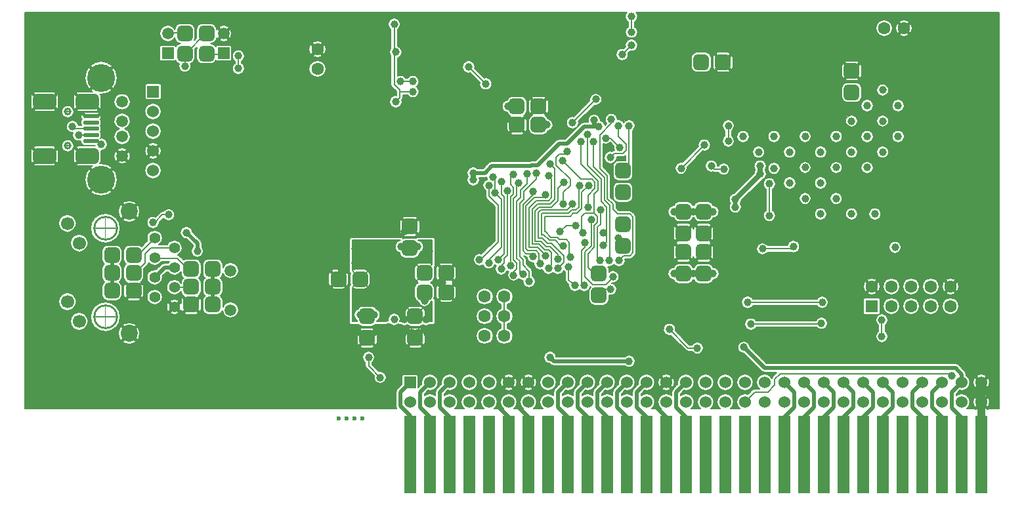
<source format=gbl>
G04*
G04  File:            ZXINET.GBL, Wed Apr 03 20:41:27 2019*
G04  Source:          P-CAD 2006 PCB, Version 19.02.958, (Z:\home\lvd\d\zxiznet\pcad\revD\zxinet.pcb)*
G04  Format:          Gerber Format (RS-274-D), ASCII*
G04*
G04  Format Options:  Absolute Positioning*
G04                   Leading-Zero Suppression*
G04                   Scale Factor 1:1*
G04                   NO Circular Interpolation*
G04                   Millimeter Units*
G04                   Numeric Format: 4.4 (XXXX.XXXX)*
G04                   G54 NOT Used for Aperture Change*
G04                   Apertures Embedded*
G04*
G04  File Options:    Offset = (0.000mm,0.000mm)*
G04                   Drill Symbol Size = 2.032mm*
G04                   No Pad/Via Holes*
G04*
G04  File Contents:   Pads*
G04                   Vias*
G04                   No Designators*
G04                   No Types*
G04                   No Values*
G04                   No Drill Symbols*
G04                   Bottom*
G04*
%INZXINET.GBL*%
%ICAS*%
%MOMM*%
G04*
G04  Aperture MACROs for general use --- invoked via D-code assignment *
G04*
G04  General MACRO for flashed round with rotation and/or offset hole *
%AMROTOFFROUND*
1,1,$1,0.0000,0.0000*
1,0,$2,$3,$4*%
G04*
G04  General MACRO for flashed oval (obround) with rotation and/or offset hole *
%AMROTOFFOVAL*
21,1,$1,$2,0.0000,0.0000,$3*
1,1,$4,$5,$6*
1,1,$4,0-$5,0-$6*
1,0,$7,$8,$9*%
G04*
G04  General MACRO for flashed oval (obround) with rotation and no hole *
%AMROTOVALNOHOLE*
21,1,$1,$2,0.0000,0.0000,$3*
1,1,$4,$5,$6*
1,1,$4,0-$5,0-$6*%
G04*
G04  General MACRO for flashed rectangle with rotation and/or offset hole *
%AMROTOFFRECT*
21,1,$1,$2,0.0000,0.0000,$3*
1,0,$4,$5,$6*%
G04*
G04  General MACRO for flashed rectangle with rotation and no hole *
%AMROTRECTNOHOLE*
21,1,$1,$2,0.0000,0.0000,$3*%
G04*
G04  General MACRO for flashed rounded-rectangle *
%AMROUNDRECT*
21,1,$1,$2-$4,0.0000,0.0000,$3*
21,1,$1-$4,$2,0.0000,0.0000,$3*
1,1,$4,$5,$6*
1,1,$4,$7,$8*
1,1,$4,0-$5,0-$6*
1,1,$4,0-$7,0-$8*
1,0,$9,$10,$11*%
G04*
G04  General MACRO for flashed rounded-rectangle with rotation and no hole *
%AMROUNDRECTNOHOLE*
21,1,$1,$2-$4,0.0000,0.0000,$3*
21,1,$1-$4,$2,0.0000,0.0000,$3*
1,1,$4,$5,$6*
1,1,$4,$7,$8*
1,1,$4,0-$5,0-$6*
1,1,$4,0-$7,0-$8*%
G04*
G04  General MACRO for flashed regular polygon *
%AMREGPOLY*
5,1,$1,0.0000,0.0000,$2,$3+$4*
1,0,$5,$6,$7*%
G04*
G04  General MACRO for flashed regular polygon with no hole *
%AMREGPOLYNOHOLE*
5,1,$1,0.0000,0.0000,$2,$3+$4*%
G04*
G04  General MACRO for target *
%AMTARGET*
6,0,0,$1,$2,$3,4,$4,$5,$6*%
G04*
G04  General MACRO for mounting hole *
%AMMTHOLE*
1,1,$1,0,0*
1,0,$2,0,0*
$1=$1-$2*
$1=$1/2*
21,1,$2+$1,$3,0,0,$4*
21,1,$3,$2+$1,0,0,$4*%
G04*
G04*
G04  D10 : "Ellipse X0.254mm Y0.254mm H0.000mm 0.0deg (0.000mm,0.000mm) Draw"*
G04  Disc: OuterDia=0.2540*
%ADD10C, 0.2540*%
G04  D11 : "Ellipse X0.381mm Y0.381mm H0.000mm 0.0deg (0.000mm,0.000mm) Draw"*
G04  Disc: OuterDia=0.3810*
%ADD11C, 0.3810*%
G04  D12 : "Ellipse X0.500mm Y0.500mm H0.000mm 0.0deg (0.000mm,0.000mm) Draw"*
G04  Disc: OuterDia=0.5000*
%ADD12C, 0.5000*%
G04  D13 : "Ellipse X0.070mm Y0.070mm H0.000mm 0.0deg (0.000mm,0.000mm) Draw"*
G04  Disc: OuterDia=0.0700*
%ADD13C, 0.0700*%
G04  D14 : "Ellipse X0.600mm Y0.600mm H0.000mm 0.0deg (0.000mm,0.000mm) Draw"*
G04  Disc: OuterDia=0.6000*
%ADD14C, 0.6000*%
G04  D15 : "Ellipse X0.700mm Y0.700mm H0.000mm 0.0deg (0.000mm,0.000mm) Draw"*
G04  Disc: OuterDia=0.7000*
%ADD15C, 0.7000*%
G04  D16 : "Ellipse X0.100mm Y0.100mm H0.000mm 0.0deg (0.000mm,0.000mm) Draw"*
G04  Disc: OuterDia=0.1000*
%ADD16C, 0.1000*%
G04  D17 : "Ellipse X1.000mm Y1.000mm H0.000mm 0.0deg (0.000mm,0.000mm) Draw"*
G04  Disc: OuterDia=1.0000*
%ADD17C, 1.0000*%
G04  D18 : "Ellipse X0.127mm Y0.127mm H0.000mm 0.0deg (0.000mm,0.000mm) Draw"*
G04  Disc: OuterDia=0.1270*
%ADD18C, 0.1270*%
G04  D19 : "Ellipse X0.150mm Y0.150mm H0.000mm 0.0deg (0.000mm,0.000mm) Draw"*
G04  Disc: OuterDia=0.1500*
%ADD19C, 0.1500*%
G04  D20 : "Ellipse X0.200mm Y0.200mm H0.000mm 0.0deg (0.000mm,0.000mm) Draw"*
G04  Disc: OuterDia=0.2000*
%ADD20C, 0.2000*%
G04  D21 : "Ellipse X0.250mm Y0.250mm H0.000mm 0.0deg (0.000mm,0.000mm) Draw"*
G04  Disc: OuterDia=0.2500*
%ADD21C, 0.2500*%
G04  D22 : "Ellipse X0.250mm Y0.250mm H0.000mm 0.0deg (0.000mm,0.000mm) Draw"*
G04  Disc: OuterDia=0.2500*
%ADD22C, 0.2500*%
G04  D23 : "Ellipse X2.581mm Y2.581mm H0.000mm 0.0deg (0.000mm,0.000mm) Flash"*
G04  Disc: OuterDia=2.5810*
%ADD23C, 2.5810*%
G04  D24 : "Ellipse X3.581mm Y3.581mm H0.000mm 0.0deg (0.000mm,0.000mm) Flash"*
G04  Disc: OuterDia=3.5810*
%ADD24C, 3.5810*%
G04  D25 : "Ellipse X3.600mm Y3.600mm H0.000mm 0.0deg (0.000mm,0.000mm) Flash"*
G04  Disc: OuterDia=3.6000*
%ADD25C, 3.6000*%
G04  D26 : "Ellipse X3.981mm Y3.981mm H0.000mm 0.0deg (0.000mm,0.000mm) Flash"*
G04  Disc: OuterDia=3.9810*
%ADD26C, 3.9810*%
G04  D27 : "Ellipse X0.981mm Y0.981mm H0.000mm 0.0deg (0.000mm,0.000mm) Flash"*
G04  Disc: OuterDia=0.9810*
%ADD27C, 0.9810*%
G04  D28 : "Ellipse X1.381mm Y1.381mm H0.000mm 0.0deg (0.000mm,0.000mm) Flash"*
G04  Disc: OuterDia=1.3810*
%ADD28C, 1.3810*%
G04  D29 : "Ellipse X1.400mm Y1.400mm H0.000mm 0.0deg (0.000mm,0.000mm) Flash"*
G04  Disc: OuterDia=1.4000*
%ADD29C, 1.4000*%
G04  D30 : "Ellipse X1.500mm Y1.500mm H0.000mm 0.0deg (0.000mm,0.000mm) Flash"*
G04  Disc: OuterDia=1.5000*
%ADD30C, 1.5000*%
G04  D31 : "Ellipse X1.524mm Y1.524mm H0.000mm 0.0deg (0.000mm,0.000mm) Flash"*
G04  Disc: OuterDia=1.5240*
%ADD31C, 1.5240*%
G04  D32 : "Ellipse X1.600mm Y1.600mm H0.000mm 0.0deg (0.000mm,0.000mm) Flash"*
G04  Disc: OuterDia=1.6000*
%ADD32C, 1.6000*%
G04  D33 : "Ellipse X1.700mm Y1.700mm H0.000mm 0.0deg (0.000mm,0.000mm) Flash"*
G04  Disc: OuterDia=1.7000*
%ADD33C, 1.7000*%
G04  D34 : "Ellipse X1.781mm Y1.781mm H0.000mm 0.0deg (0.000mm,0.000mm) Flash"*
G04  Disc: OuterDia=1.7810*
%ADD34C, 1.7810*%
G04  D35 : "Ellipse X1.881mm Y1.881mm H0.000mm 0.0deg (0.000mm,0.000mm) Flash"*
G04  Disc: OuterDia=1.8810*
%ADD35C, 1.8810*%
G04  D36 : "Ellipse X1.905mm Y1.905mm H0.000mm 0.0deg (0.000mm,0.000mm) Flash"*
G04  Disc: OuterDia=1.9050*
%ADD36C, 1.9050*%
G04  D37 : "Ellipse X1.981mm Y1.981mm H0.000mm 0.0deg (0.000mm,0.000mm) Flash"*
G04  Disc: OuterDia=1.9810*
%ADD37C, 1.9810*%
G04  D38 : "Ellipse X2.081mm Y2.081mm H0.000mm 0.0deg (0.000mm,0.000mm) Flash"*
G04  Disc: OuterDia=2.0810*
%ADD38C, 2.0810*%
G04  D39 : "Ellipse X2.200mm Y2.200mm H0.000mm 0.0deg (0.000mm,0.000mm) Flash"*
G04  Disc: OuterDia=2.2000*
%ADD39C, 2.2000*%
G04  D40 : "Mounting Hole X3.200mm Y3.200mm H0.000mm 0.0deg (0.000mm,0.000mm) Flash"*
G04  Mounting Hole: Diameter=3.2000, Rotation=0.0, LineWidth=0.1270 *
%ADD40MTHOLE, 3.2000 X2.6920 X0.1270 X0.0*%
G04  D41 : "Mounting Hole X0.600mm Y0.600mm H0.000mm 0.0deg (0.000mm,0.000mm) Flash"*
G04  Mounting Hole: Diameter=0.6000, Rotation=0.0, LineWidth=0.1270 *
%ADD41MTHOLE, 0.6000 X0.0920 X0.1270 X0.0*%
G04  D42 : "Mounting Hole X1.000mm Y1.000mm H0.000mm 0.0deg (0.000mm,0.000mm) Flash"*
G04  Mounting Hole: Diameter=1.0000, Rotation=0.0, LineWidth=0.1270 *
%ADD42MTHOLE, 1.0000 X0.4920 X0.1270 X0.0*%
G04  D43 : "Rounded Rectangle X2.581mm Y2.381mm H0.000mm 0.0deg (0.000mm,0.000mm) Flash"*
G04  RoundRct: DimX=2.5810, DimY=2.3810, CornerRad=0.5953, Rotation=0.0, OffsetX=0.0000, OffsetY=0.0000, HoleDia=0.0000 *
%ADD43ROUNDRECTNOHOLE, 2.5810 X2.3810 X0.0 X1.1905 X-0.6953 X-0.5953 X-0.6953 X0.5953*%
G04  D44 : "Rounded Rectangle X2.881mm Y2.881mm H0.000mm 0.0deg (0.000mm,0.000mm) Flash"*
G04  RoundRct: DimX=2.8810, DimY=2.8810, CornerRad=0.7203, Rotation=0.0, OffsetX=0.0000, OffsetY=0.0000, HoleDia=0.0000 *
%ADD44ROUNDRECTNOHOLE, 2.8810 X2.8810 X0.0 X1.4405 X-0.7203 X-0.7203 X-0.7203 X0.7203*%
G04  D45 : "Rounded Rectangle X3.000mm Y1.600mm H0.000mm 0.0deg (0.000mm,0.000mm) Flash"*
G04  RoundRct: DimX=3.0000, DimY=1.6000, CornerRad=0.4000, Rotation=0.0, OffsetX=0.0000, OffsetY=0.0000, HoleDia=0.0000 *
%ADD45ROUNDRECTNOHOLE, 3.0000 X1.6000 X0.0 X0.8000 X-1.1000 X-0.4000 X-1.1000 X0.4000*%
G04  D46 : "Rounded Rectangle X2.000mm Y3.000mm H0.000mm 0.0deg (0.000mm,0.000mm) Flash"*
G04  RoundRct: DimX=2.0000, DimY=3.0000, CornerRad=0.5000, Rotation=0.0, OffsetX=0.0000, OffsetY=0.0000, HoleDia=0.0000 *
%ADD46ROUNDRECTNOHOLE, 2.0000 X3.0000 X0.0 X1.0000 X-0.5000 X-1.0000 X-0.5000 X1.0000*%
G04  D47 : "Rounded Rectangle X3.381mm Y1.981mm H0.000mm 0.0deg (0.000mm,0.000mm) Flash"*
G04  RoundRct: DimX=3.3810, DimY=1.9810, CornerRad=0.4953, Rotation=0.0, OffsetX=0.0000, OffsetY=0.0000, HoleDia=0.0000 *
%ADD47ROUNDRECTNOHOLE, 3.3810 X1.9810 X0.0 X0.9905 X-1.1953 X-0.4953 X-1.1953 X0.4953*%
G04  D48 : "Rounded Rectangle X2.381mm Y3.381mm H0.000mm 0.0deg (0.000mm,0.000mm) Flash"*
G04  RoundRct: DimX=2.3810, DimY=3.3810, CornerRad=0.5953, Rotation=0.0, OffsetX=0.0000, OffsetY=0.0000, HoleDia=0.0000 *
%ADD48ROUNDRECTNOHOLE, 2.3810 X3.3810 X0.0 X1.1905 X-0.5953 X-1.0953 X-0.5953 X1.0953*%
G04  D49 : "Rounded Rectangle X2.000mm Y0.500mm H0.000mm 0.0deg (0.000mm,0.000mm) Flash"*
G04  RoundRct: DimX=2.0000, DimY=0.5000, CornerRad=0.1250, Rotation=0.0, OffsetX=0.0000, OffsetY=0.0000, HoleDia=0.0000 *
%ADD49ROUNDRECTNOHOLE, 2.0000 X0.5000 X0.0 X0.2500 X-0.8750 X-0.1250 X-0.8750 X0.1250*%
G04  D50 : "Rounded Rectangle X6.200mm Y5.800mm H0.000mm 0.0deg (0.000mm,0.000mm) Flash"*
G04  RoundRct: DimX=6.2000, DimY=5.8000, CornerRad=1.4500, Rotation=0.0, OffsetX=0.0000, OffsetY=0.0000, HoleDia=0.0000 *
%ADD50ROUNDRECTNOHOLE, 6.2000 X5.8000 X0.0 X2.9000 X-1.6500 X-1.4500 X-1.6500 X1.4500*%
G04  D51 : "Rounded Rectangle X6.581mm Y6.181mm H0.000mm 0.0deg (0.000mm,0.000mm) Flash"*
G04  RoundRct: DimX=6.5810, DimY=6.1810, CornerRad=1.5453, Rotation=0.0, OffsetX=0.0000, OffsetY=0.0000, HoleDia=0.0000 *
%ADD51ROUNDRECTNOHOLE, 6.5810 X6.1810 X0.0 X3.0905 X-1.7453 X-1.5453 X-1.7453 X1.5453*%
G04  D52 : "Rounded Rectangle X1.300mm Y0.700mm H0.000mm 0.0deg (0.000mm,0.000mm) Flash"*
G04  RoundRct: DimX=1.3000, DimY=0.7000, CornerRad=0.1750, Rotation=0.0, OffsetX=0.0000, OffsetY=0.0000, HoleDia=0.0000 *
%ADD52ROUNDRECTNOHOLE, 1.3000 X0.7000 X0.0 X0.3500 X-0.4750 X-0.1750 X-0.4750 X0.1750*%
G04  D53 : "Rounded Rectangle X2.381mm Y0.881mm H0.000mm 0.0deg (0.000mm,0.000mm) Flash"*
G04  RoundRct: DimX=2.3810, DimY=0.8810, CornerRad=0.2203, Rotation=0.0, OffsetX=0.0000, OffsetY=0.0000, HoleDia=0.0000 *
%ADD53ROUNDRECTNOHOLE, 2.3810 X0.8810 X0.0 X0.4405 X-0.9703 X-0.2203 X-0.9703 X0.2203*%
G04  D54 : "Rounded Rectangle X1.681mm Y1.081mm H0.000mm 0.0deg (0.000mm,0.000mm) Flash"*
G04  RoundRct: DimX=1.6810, DimY=1.0810, CornerRad=0.2703, Rotation=0.0, OffsetX=0.0000, OffsetY=0.0000, HoleDia=0.0000 *
%ADD54ROUNDRECTNOHOLE, 1.6810 X1.0810 X0.0 X0.5405 X-0.5702 X-0.2703 X-0.5702 X0.2703*%
G04  D55 : "Rounded Rectangle X1.500mm Y2.000mm H0.000mm 0.0deg (0.000mm,0.000mm) Flash"*
G04  RoundRct: DimX=1.5000, DimY=2.0000, CornerRad=0.3750, Rotation=0.0, OffsetX=0.0000, OffsetY=0.0000, HoleDia=0.0000 *
%ADD55ROUNDRECTNOHOLE, 1.5000 X2.0000 X0.0 X0.7500 X-0.3750 X-0.6250 X-0.3750 X0.6250*%
G04  D56 : "Rounded Rectangle X2.000mm Y1.500mm H0.000mm 0.0deg (0.000mm,0.000mm) Flash"*
G04  RoundRct: DimX=2.0000, DimY=1.5000, CornerRad=0.3750, Rotation=0.0, OffsetX=0.0000, OffsetY=0.0000, HoleDia=0.0000 *
%ADD56ROUNDRECTNOHOLE, 2.0000 X1.5000 X0.0 X0.7500 X-0.6250 X-0.3750 X-0.6250 X0.3750*%
G04  D57 : "Rounded Rectangle X1.600mm Y0.300mm H0.000mm 0.0deg (0.000mm,0.000mm) Flash"*
G04  RoundRct: DimX=1.6000, DimY=0.3000, CornerRad=0.0750, Rotation=0.0, OffsetX=0.0000, OffsetY=0.0000, HoleDia=0.0000 *
%ADD57ROUNDRECTNOHOLE, 1.6000 X0.3000 X0.0 X0.1500 X-0.7250 X-0.0750 X-0.7250 X0.0750*%
G04  D58 : "Rounded Rectangle X0.300mm Y1.600mm H0.000mm 0.0deg (0.000mm,0.000mm) Flash"*
G04  RoundRct: DimX=0.3000, DimY=1.6000, CornerRad=0.0750, Rotation=0.0, OffsetX=0.0000, OffsetY=0.0000, HoleDia=0.0000 *
%ADD58ROUNDRECTNOHOLE, 0.3000 X1.6000 X0.0 X0.1500 X-0.0750 X-0.7250 X-0.0750 X0.7250*%
G04  D59 : "Rounded Rectangle X3.000mm Y1.700mm H0.000mm 0.0deg (0.000mm,0.000mm) Flash"*
G04  RoundRct: DimX=3.0000, DimY=1.7000, CornerRad=0.4250, Rotation=0.0, OffsetX=0.0000, OffsetY=0.0000, HoleDia=0.0000 *
%ADD59ROUNDRECTNOHOLE, 3.0000 X1.7000 X0.0 X0.8500 X-1.0750 X-0.4250 X-1.0750 X0.4250*%
G04  D60 : "Rounded Rectangle X1.881mm Y2.381mm H0.000mm 0.0deg (0.000mm,0.000mm) Flash"*
G04  RoundRct: DimX=1.8810, DimY=2.3810, CornerRad=0.4703, Rotation=0.0, OffsetX=0.0000, OffsetY=0.0000, HoleDia=0.0000 *
%ADD60ROUNDRECTNOHOLE, 1.8810 X2.3810 X0.0 X0.9405 X-0.4703 X-0.7203 X-0.4703 X0.7203*%
G04  D61 : "Rounded Rectangle X2.381mm Y1.881mm H0.000mm 0.0deg (0.000mm,0.000mm) Flash"*
G04  RoundRct: DimX=2.3810, DimY=1.8810, CornerRad=0.4703, Rotation=0.0, OffsetX=0.0000, OffsetY=0.0000, HoleDia=0.0000 *
%ADD61ROUNDRECTNOHOLE, 2.3810 X1.8810 X0.0 X0.9405 X-0.7203 X-0.4703 X-0.7203 X0.4703*%
G04  D62 : "Rounded Rectangle X1.981mm Y0.681mm H0.000mm 0.0deg (0.000mm,0.000mm) Flash"*
G04  RoundRct: DimX=1.9810, DimY=0.6810, CornerRad=0.1703, Rotation=0.0, OffsetX=0.0000, OffsetY=0.0000, HoleDia=0.0000 *
%ADD62ROUNDRECTNOHOLE, 1.9810 X0.6810 X0.0 X0.3405 X-0.8203 X-0.1703 X-0.8203 X0.1703*%
G04  D63 : "Rounded Rectangle X0.681mm Y1.981mm H0.000mm 0.0deg (0.000mm,0.000mm) Flash"*
G04  RoundRct: DimX=0.6810, DimY=1.9810, CornerRad=0.1703, Rotation=0.0, OffsetX=0.0000, OffsetY=0.0000, HoleDia=0.0000 *
%ADD63ROUNDRECTNOHOLE, 0.6810 X1.9810 X0.0 X0.3405 X-0.1703 X-0.8203 X-0.1703 X0.8203*%
G04  D64 : "Rounded Rectangle X3.000mm Y2.000mm H0.000mm 0.0deg (0.000mm,0.000mm) Flash"*
G04  RoundRct: DimX=3.0000, DimY=2.0000, CornerRad=0.5000, Rotation=0.0, OffsetX=0.0000, OffsetY=0.0000, HoleDia=0.0000 *
%ADD64ROUNDRECTNOHOLE, 3.0000 X2.0000 X0.0 X1.0000 X-1.0000 X-0.5000 X-1.0000 X0.5000*%
G04  D65 : "Rounded Rectangle X2.000mm Y0.650mm H0.000mm 0.0deg (0.000mm,0.000mm) Flash"*
G04  RoundRct: DimX=2.0000, DimY=0.6500, CornerRad=0.1625, Rotation=0.0, OffsetX=0.0000, OffsetY=0.0000, HoleDia=0.0000 *
%ADD65ROUNDRECTNOHOLE, 2.0000 X0.6500 X0.0 X0.3250 X-0.8375 X-0.1625 X-0.8375 X0.1625*%
G04  D66 : "Rounded Rectangle X2.000mm Y2.000mm H0.000mm 0.0deg (0.000mm,0.000mm) Flash"*
G04  RoundRct: DimX=2.0000, DimY=2.0000, CornerRad=0.5000, Rotation=0.0, OffsetX=0.0000, OffsetY=0.0000, HoleDia=0.0000 *
%ADD66ROUNDRECTNOHOLE, 2.0000 X2.0000 X0.0 X1.0000 X-0.5000 X-0.5000 X-0.5000 X0.5000*%
G04  D67 : "Rounded Rectangle X3.381mm Y2.081mm H0.000mm 0.0deg (0.000mm,0.000mm) Flash"*
G04  RoundRct: DimX=3.3810, DimY=2.0810, CornerRad=0.5202, Rotation=0.0, OffsetX=0.0000, OffsetY=0.0000, HoleDia=0.0000 *
%ADD67ROUNDRECTNOHOLE, 3.3810 X2.0810 X0.0 X1.0405 X-1.1703 X-0.5202 X-1.1703 X0.5202*%
G04  D68 : "Rounded Rectangle X2.200mm Y2.000mm H0.000mm 0.0deg (0.000mm,0.000mm) Flash"*
G04  RoundRct: DimX=2.2000, DimY=2.0000, CornerRad=0.5000, Rotation=0.0, OffsetX=0.0000, OffsetY=0.0000, HoleDia=0.0000 *
%ADD68ROUNDRECTNOHOLE, 2.2000 X2.0000 X0.0 X1.0000 X-0.6000 X-0.5000 X-0.6000 X0.5000*%
G04  D69 : "Rounded Rectangle X3.381mm Y2.381mm H0.000mm 0.0deg (0.000mm,0.000mm) Flash"*
G04  RoundRct: DimX=3.3810, DimY=2.3810, CornerRad=0.5953, Rotation=0.0, OffsetX=0.0000, OffsetY=0.0000, HoleDia=0.0000 *
%ADD69ROUNDRECTNOHOLE, 3.3810 X2.3810 X0.0 X1.1905 X-1.0953 X-0.5953 X-1.0953 X0.5953*%
G04  D70 : "Rounded Rectangle X2.381mm Y1.031mm H0.000mm 0.0deg (0.000mm,0.000mm) Flash"*
G04  RoundRct: DimX=2.3810, DimY=1.0310, CornerRad=0.2578, Rotation=0.0, OffsetX=0.0000, OffsetY=0.0000, HoleDia=0.0000 *
%ADD70ROUNDRECTNOHOLE, 2.3810 X1.0310 X0.0 X0.5155 X-0.9328 X-0.2578 X-0.9328 X0.2578*%
G04  D71 : "Rounded Rectangle X2.381mm Y2.381mm H0.000mm 0.0deg (0.000mm,0.000mm) Flash"*
G04  RoundRct: DimX=2.3810, DimY=2.3810, CornerRad=0.5953, Rotation=0.0, OffsetX=0.0000, OffsetY=0.0000, HoleDia=0.0000 *
%ADD71ROUNDRECTNOHOLE, 2.3810 X2.3810 X0.0 X1.1905 X-0.5953 X-0.5953 X-0.5953 X0.5953*%
G04  D72 : "Rounded Rectangle X2.500mm Y2.500mm H0.000mm 0.0deg (0.000mm,0.000mm) Flash"*
G04  RoundRct: DimX=2.5000, DimY=2.5000, CornerRad=0.6250, Rotation=0.0, OffsetX=0.0000, OffsetY=0.0000, HoleDia=0.0000 *
%ADD72ROUNDRECTNOHOLE, 2.5000 X2.5000 X0.0 X1.2500 X-0.6250 X-0.6250 X-0.6250 X0.6250*%
G04  D73 : "Rectangle X1.500mm Y10.000mm H0.000mm 0.0deg (0.000mm,0.000mm) Flash"*
G04  Rectangular: DimX=1.5000, DimY=10.0000, Rotation=0.0, OffsetX=0.0000, OffsetY=0.0000, HoleDia=0.0000 *
%ADD73R, 1.5000 X10.0000*%
G04  D74 : "Rectangle X1.500mm Y1.500mm H0.000mm 0.0deg (0.000mm,0.000mm) Flash"*
G04  Square: Side=1.5000, Rotation=0.0, OffsetX=0.0000, OffsetY=0.0000, HoleDia=0.0000*
%ADD74R, 1.5000 X1.5000*%
G04  D75 : "Rectangle X1.524mm Y1.524mm H0.000mm 0.0deg (0.000mm,0.000mm) Flash"*
G04  Square: Side=1.5240, Rotation=0.0, OffsetX=0.0000, OffsetY=0.0000, HoleDia=0.0000*
%ADD75R, 1.5240 X1.5240*%
G04  D76 : "Rectangle X1.600mm Y0.300mm H0.000mm 0.0deg (0.000mm,0.000mm) Flash"*
G04  Rectangular: DimX=1.6000, DimY=0.3000, Rotation=0.0, OffsetX=0.0000, OffsetY=0.0000, HoleDia=0.0000 *
%ADD76R, 1.6000 X0.3000*%
G04  D77 : "Rectangle X0.300mm Y1.600mm H0.000mm 0.0deg (0.000mm,0.000mm) Flash"*
G04  Rectangular: DimX=0.3000, DimY=1.6000, Rotation=0.0, OffsetX=0.0000, OffsetY=0.0000, HoleDia=0.0000 *
%ADD77R, 0.3000 X1.6000*%
G04  D78 : "Rectangle X1.600mm Y1.600mm H0.000mm 0.0deg (0.000mm,0.000mm) Flash"*
G04  Square: Side=1.6000, Rotation=0.0, OffsetX=0.0000, OffsetY=0.0000, HoleDia=0.0000*
%ADD78R, 1.6000 X1.6000*%
G04  D79 : "Rectangle X1.881mm Y10.381mm H0.000mm 0.0deg (0.000mm,0.000mm) Flash"*
G04  Rectangular: DimX=1.8810, DimY=10.3810, Rotation=0.0, OffsetX=0.0000, OffsetY=0.0000, HoleDia=0.0000 *
%ADD79R, 1.8810 X10.3810*%
G04  D80 : "Rectangle X1.881mm Y1.881mm H0.000mm 0.0deg (0.000mm,0.000mm) Flash"*
G04  Square: Side=1.8810, Rotation=0.0, OffsetX=0.0000, OffsetY=0.0000, HoleDia=0.0000*
%ADD80R, 1.8810 X1.8810*%
G04  D81 : "Rectangle X1.905mm Y1.905mm H0.000mm 0.0deg (0.000mm,0.000mm) Flash"*
G04  Square: Side=1.9050, Rotation=0.0, OffsetX=0.0000, OffsetY=0.0000, HoleDia=0.0000*
%ADD81R, 1.9050 X1.9050*%
G04  D82 : "Rectangle X1.981mm Y0.681mm H0.000mm 0.0deg (0.000mm,0.000mm) Flash"*
G04  Rectangular: DimX=1.9810, DimY=0.6810, Rotation=0.0, OffsetX=0.0000, OffsetY=0.0000, HoleDia=0.0000 *
%ADD82R, 1.9810 X0.6810*%
G04  D83 : "Rectangle X0.681mm Y1.981mm H0.000mm 0.0deg (0.000mm,0.000mm) Flash"*
G04  Rectangular: DimX=0.6810, DimY=1.9810, Rotation=0.0, OffsetX=0.0000, OffsetY=0.0000, HoleDia=0.0000 *
%ADD83R, 0.6810 X1.9810*%
G04  D84 : "Rectangle X1.981mm Y1.981mm H0.000mm 0.0deg (0.000mm,0.000mm) Flash"*
G04  Square: Side=1.9810, Rotation=0.0, OffsetX=0.0000, OffsetY=0.0000, HoleDia=0.0000*
%ADD84R, 1.9810 X1.9810*%
G04  D85 : "Ellipse X5.500mm Y5.500mm H0.000mm 0.0deg (0.000mm,0.000mm) Flash"*
G04  Disc: OuterDia=5.5000*
%ADD85C, 5.5000*%
G04  D86 : "Ellipse X5.881mm Y5.881mm H0.000mm 0.0deg (0.000mm,0.000mm) Flash"*
G04  Disc: OuterDia=5.8810*
%ADD86C, 5.8810*%
G04  D87 : "Ellipse X1.000mm Y1.000mm H0.000mm 0.0deg (0.000mm,0.000mm) Flash"*
G04  Disc: OuterDia=1.0000*
%ADD87C, 1.0000*%
G04*
%FSLAX44Y44*%
%SFA1B1*%
%OFA0.000B0.000*%
G04*
G71*
G90*
G01*
D2*
%LNBottom*%
D20*
X223000Y4407000*
X226000Y4404000D1*
D2*
D12*
X274000Y4195000*
Y4218000D1*
Y4241000*
D2*
D20*
X301940*
X302000Y4242000D1*
X230000Y4396000D2*
X243000D1*
X247000*
X231000D2*
X230000D1*
X244000Y4404000D2*
X247000D1*
Y4388000D2*
X256000D1*
X260000Y4384000*
X324000Y4250000D2*
X352000D1*
X317000Y4243000D2*
X324000Y4250000D1*
X376060Y4223000D2*
X376000Y4224000D1*
X354400Y4199500D2*
X376000Y4199000D1*
X376060Y4200000D2*
X376000Y4199000D1*
X376060Y4223000D2*
X371000Y4224000D1*
X358000Y4237000D2*
X371000Y4224000D1*
X354400Y4250300D2*
X352000Y4250000D1*
X309000Y4243000D2*
X329000Y4263000D1*
D2*
D12*
X353000Y4225000*
X353100Y4224900D1*
X354400*
X342000Y4225000D2*
X353000D1*
X329000Y4212200D2*
X342000Y4225000D1*
D2*
D20*
X317000Y4231000*
Y4243000D1*
X329000Y4237000D2*
Y4237600D1*
X358000Y4237000D2*
X329000D1*
Y4283000D2*
X327000D1*
X339000Y4293000D2*
X329000Y4283000D1*
X339000Y4293000D2*
X347000D1*
D2*
D12*
X358000Y4430000*
X357000D1*
D2*
D20*
X352000Y4528000*
X365000D1*
X366000Y4527000*
X368060*
X375000Y4507000D2*
X374000D1*
X368000Y4501000*
Y4502000D2*
Y4501000D1*
X346000Y4527000D2*
X352000Y4528000D1*
D2*
D12*
X404000Y4176000*
Y4177000D1*
Y4199000D2*
Y4200000D1*
Y4223000*
X384000Y4256000D2*
Y4246000D1*
D2*
D20*
X418000Y4501600*
X415000Y4500000D1*
X396000*
X395940Y4500060*
Y4501000*
X396000Y4527000D2*
X389000Y4521000D1*
X605000Y4098000D2*
Y4109000D1*
X603000Y4162000D2*
X594000Y4164000D1*
X603000Y4134060D2*
X590000Y4141000D1*
X574000Y4181000D2*
X572000D1*
D2*
D12*
X566060Y4210000*
X570000Y4222000D1*
X658530Y3983860D2*
Y4033390D1*
X671230Y4044820D2*
Y4063870D1*
X645830Y4046090D2*
Y4063870D1*
X658530Y4076570D2*
X645830Y4063870D1*
D2*
D20*
X665000Y4162000*
X651000Y4158000D1*
X679000*
X658000Y4250000D2*
X647000Y4252000D1*
X638000Y4439000D2*
X640000D1*
X646000Y4465000D2*
X662000D1*
X636000Y4451000D2*
X637000Y4452000D1*
X645000Y4444000D2*
X640000Y4439000D1*
X645000Y4454000D2*
X638000Y4461000D1*
X645000Y4452000D2*
X662000D1*
X645000D2*
Y4454000D1*
Y4444000D2*
Y4452000D1*
X638000Y4503000D2*
X640000D1*
X638000D2*
Y4539000D1*
D2*
D12*
X709330Y3983860*
Y4032120D1*
X696630Y4044820D2*
Y4063870D1*
X709330Y4076570D2*
X696630Y4063870D1*
D2*
D20*
X760000Y4235000*
Y4231000D1*
X750000Y4236000D2*
X748000Y4235000D1*
X704940Y4218000D2*
X700000Y4205000D1*
X740766Y4337556D2*
X740000Y4338000D1*
X760000Y4317000D2*
Y4331000D1*
D2*
D12*
X755000Y4347000*
X740000D1*
D2*
D20*
X756000Y4462000*
X734000Y4484000D1*
D2*
D12*
X785530Y3983860*
Y4032120D1*
X810930Y3983860D2*
Y4032120D1*
X772830Y4044820D2*
Y4063870D1*
X798230Y4044820D2*
Y4063870D1*
X772830D2*
X785530Y4076570D1*
X798230Y4063870D2*
X810930Y4076570D1*
D2*
D20*
X780100Y4136610*
X780000Y4162000D1*
X780100Y4162010D2*
X780000Y4162000D1*
X780100Y4187410D2*
X780000Y4188000D1*
X780100Y4162010D2*
X780000Y4188000D1*
X773000Y4236000D2*
X772000Y4235000D1*
X771000Y4234000D2*
X772000Y4235000D1*
X780000Y4243000D2*
X773000Y4236000D1*
X776000Y4227000D2*
Y4223000D1*
X780000Y4231000D2*
X776000Y4227000D1*
X780000Y4237000D2*
X784000Y4241000D1*
X780000Y4237000D2*
Y4231000D1*
X804000Y4247000D2*
X808000Y4243000D1*
Y4249000D2*
X810000Y4247000D1*
X788000Y4227000D2*
Y4224000D1*
X792000Y4235000D2*
X796000Y4231000D1*
Y4223000*
X792000Y4219000*
Y4215000*
X796000Y4237000D2*
X800000Y4233000D1*
Y4216000D2*
X804000D1*
X800000Y4233000D2*
Y4216000D1*
X812000Y4207000D2*
Y4220000D1*
X804000Y4228000*
X817000Y4243000D2*
Y4239000D1*
X808000Y4243000D2*
X817000D1*
X810000Y4247000D2*
X821000D1*
X825000Y4243000*
Y4231000D2*
X826000Y4230000D1*
X825000Y4243000D2*
Y4231000D1*
X812000Y4251000D2*
X823000D1*
X834000Y4240000D2*
X833000D1*
X834000D2*
X823000Y4251000D1*
X816000Y4255000D2*
X825000D1*
X832000Y4248000*
X837000*
X820000Y4259000D2*
X827000D1*
X834000Y4252000*
X824000Y4263000D2*
X829000D1*
X836000Y4256000*
X804000Y4228000D2*
Y4235000D1*
X800000Y4239000*
X821000Y4339000D2*
X805000Y4323000D1*
Y4313000*
X801000Y4315000D2*
X796000Y4310000D1*
X805000Y4313000D2*
X800000Y4308000D1*
X833000Y4319000D2*
X829000Y4315000D1*
X825000Y4303000D2*
X820000Y4298000D1*
X816000Y4300000D2*
X823000Y4307000D1*
X837000Y4311000D2*
X821000D1*
X812000Y4302000D2*
X821000Y4311000D1*
X829000Y4315000D2*
X819000D1*
X808000Y4304000D2*
X819000Y4315000D1*
X804000Y4306000D2*
X817000Y4319000D1*
X827000Y4299000D2*
X824000Y4296000D1*
X828000Y4294000D2*
X829000Y4295000D1*
X832000Y4271000D2*
Y4291000D1*
X776000Y4313000D2*
X768000Y4321000D1*
Y4339000D2*
Y4321000D1*
X765000Y4342000D2*
X768000Y4339000D1*
X780000Y4316000D2*
X776000Y4320000D1*
Y4336000*
X784000Y4322000D2*
Y4324000D1*
X792000Y4320000D2*
X788000Y4316000D1*
X792000Y4320000D2*
Y4328000D1*
X788000Y4332000*
X792000Y4314000D2*
X796000Y4318000D1*
Y4332000*
X798000Y4334000*
X801000Y4325000D2*
Y4315000D1*
Y4325000D2*
X809000Y4333000D1*
X817000Y4319000D2*
Y4323000D1*
X833000Y4271000D2*
X832000D1*
D2*
D12*
X814000Y4356000*
X815000Y4357000D1*
D2*
D20*
X835000Y4409000*
X824000D1*
X824130Y4409170D2*
X824000Y4409000D1*
D2*
D12*
X815000Y4357000*
X823000D1*
D2*
D20*
X785000Y4433000*
X796000D1*
Y4433040*
X796130Y4433170*
D2*
D12*
X861730Y3983860*
Y4032120D1*
X887130Y3983860D2*
Y4032120D1*
X849030Y4044820D2*
Y4063870D1*
X874430Y4044820D2*
Y4063870D1*
X899830Y4044820D2*
Y4063870D1*
X861730Y4076570D2*
X849030Y4063870D1*
X887130Y4076570D2*
X874430Y4063870D1*
D2*
D20*
X894000Y4216000*
X894940Y4216940D1*
X902000*
Y4197000D2*
X913000D1*
X894000Y4216000D2*
Y4219000D1*
X888000Y4225000*
X846000Y4260000D2*
X853000Y4253000D1*
X851000Y4261000D2*
X848000Y4264000D1*
X841000Y4244000D2*
Y4228000D1*
X849000Y4236000D2*
Y4242000D1*
X857000Y4232000D2*
X850000Y4225000D1*
X857000Y4240000D2*
Y4232000D1*
X850000Y4225000D2*
X849000Y4224000D1*
X848000Y4264000D2*
X840000D1*
X841000Y4256000D2*
X857000Y4240000D1*
X863000Y4209000D2*
Y4226000D1*
X853000Y4253000D2*
X856000D1*
X860000Y4261000D2*
X851000D1*
X864000Y4257000D2*
X860000Y4261000D1*
X864000Y4238000D2*
X865000D1*
X864000Y4257000D2*
Y4238000D1*
X894000Y4203000D2*
X911000D1*
X884000Y4213000D2*
X894000Y4203000D1*
X880000D2*
X883000Y4202000D1*
X863000Y4209000D2*
X871000Y4202000D1*
X888000Y4225000D2*
Y4243000D1*
X884000Y4213000D2*
Y4245000D1*
X880000Y4203000D2*
Y4247000D1*
X884000Y4251000D2*
X880000Y4247000D1*
X884000Y4257000D2*
Y4251000D1*
Y4245000D2*
X892000Y4253000D1*
X888000Y4243000D2*
X896000Y4251000D1*
X900000Y4235000D2*
X903000Y4234000D1*
X912000Y4258000D2*
X908000Y4254000D1*
X841000Y4315000D2*
Y4339000D1*
X849000Y4327000D2*
X857000Y4335000D1*
X865000Y4339000D2*
Y4331000D1*
X849000Y4327000D2*
Y4311000D1*
X897000Y4335000D2*
X893000Y4339000D1*
X879000*
X868000Y4306000D2*
Y4307000D1*
X876000Y4328000D2*
X877000Y4331000D1*
X876000Y4303000D2*
Y4328000D1*
X880000Y4322000D2*
Y4301000D1*
Y4322000D2*
X889000Y4331000D1*
X897000Y4327000D2*
Y4335000D1*
X888000Y4303000D2*
Y4318000D1*
X897000Y4327000*
X901000Y4337000D2*
Y4325000D1*
X896000Y4320000*
X865000Y4331000D2*
X856000Y4322000D1*
Y4307000D2*
Y4322000D1*
X876000Y4303000D2*
X872000Y4299000D1*
X867000*
X880000Y4301000D2*
X874000Y4295000D1*
X869000*
X841000Y4303000D2*
X849000Y4311000D1*
X868000Y4306000D2*
X861000Y4299000D1*
X867000D2*
X863000Y4295000D1*
X869000D2*
X865000Y4291000D1*
X853000Y4273000D2*
X852000Y4271000D1*
X860000Y4279000*
X872000*
X881000Y4270000D2*
X880000Y4275000D1*
Y4291000*
X884000Y4295000D2*
X880000Y4291000D1*
X896000Y4279000D2*
X900000Y4283000D1*
X904000Y4281000D2*
X900000Y4277000D1*
X908000Y4270000D2*
X912000D1*
X896000Y4295000D2*
Y4320000D1*
X900000Y4283000D2*
Y4291000D1*
X896000Y4295000D2*
X900000Y4291000D1*
X884000Y4295000D2*
X896000D1*
X904000Y4281000D2*
Y4299000D1*
X912000Y4270000D2*
Y4303000D1*
X905000Y4310000D2*
Y4339000D1*
X912000Y4303000D2*
X905000Y4310000D1*
X909000Y4312000D2*
Y4341000D1*
X847000Y4367000D2*
Y4357000D1*
X857000Y4371000D2*
X861000Y4375000D1*
X847000Y4367000D2*
X851000Y4371000D1*
X857000*
X879000Y4387000D2*
Y4359000D1*
X895000Y4355000D2*
Y4387000D1*
X887000Y4357000D2*
Y4397000D1*
D2*
D12*
X861000Y4385000*
X851000D1*
D2*
D20*
X903000Y4353000*
Y4396000D1*
D2*
D12*
X883000Y4407000*
X861000Y4385000D1*
X896000Y4407000D2*
X902000D1*
X896000D2*
Y4415000D1*
Y4407000D2*
X883000D1*
X937930Y3983860D2*
Y4032120D1*
X963330Y3983860D2*
Y4032120D1*
X925230Y4044820D2*
Y4063870D1*
X950630Y4044820D2*
Y4063870D1*
X976030Y4044820D2*
Y4063870D1*
X937930Y4076570D2*
X925230Y4063870D1*
X963330Y4076570D2*
X950630Y4063870D1*
D2*
D20*
X920000Y4212000*
Y4213000D1*
X928000Y4234000D2*
X926000Y4236000D1*
Y4235142*
Y4235000*
X933000Y4253000D2*
X927000Y4263000D1*
X928000Y4234000D2*
X934000Y4240000D1*
X942000*
X946000Y4244000*
X927000Y4234000D2*
X928000D1*
X926000Y4235142D2*
X927000Y4234000D1*
X933000Y4280940D2*
X928000Y4280000D1*
X933000Y4322060D2*
X931000Y4319000D1*
X946000Y4290000D2*
X942000Y4294000D1*
X926000*
X920000Y4300000*
Y4307000*
X927000Y4394000D2*
Y4408000D1*
X937000Y4384000D2*
X927000Y4394000D1*
X929000Y4380000D2*
X917000Y4392000D1*
X937000Y4376000D2*
Y4384000D1*
Y4376000D2*
X933000Y4372000D1*
X918000Y4411000D2*
Y4416000D1*
X933000Y4350000D2*
X941000Y4358000D1*
Y4408000*
X933000Y4372000D2*
X922000D1*
X917000Y4367000*
X944000Y4512000D2*
X932000Y4500000D1*
X944000Y4529000D2*
Y4549000D1*
D2*
D12*
X1014130Y3983860*
Y4032120D1*
X1001430Y4044820D2*
Y4063870D1*
X1014130Y4076570D2*
X1001430Y4063870D1*
D2*
D20*
X1017000Y4121000*
X993000Y4145000D1*
X1017000Y4121000D2*
X1029000D1*
D2*
D12*
X1037000Y4217000*
X1024000D1*
X1011000*
Y4297000D2*
X1024000D1*
X1037000D2*
X1049000D1*
D2*
D20*
X1038000Y4383000*
X1008000Y4353000D1*
X1051000Y4352000D2*
X1063000D1*
X1051000D2*
X1047000Y4356000D1*
X1103000Y4064000D2*
X1093000Y4054000D1*
Y4053840*
X1090330Y4051170*
X1103000Y4064000D2*
X1120000D1*
X1129000Y4073000*
Y4081000D2*
X1136000Y4088000D1*
X1129000Y4073000D2*
Y4081000D1*
D2*
D12*
X1078000Y4303000*
Y4313000D1*
D2*
D20*
X1122000Y4333000*
Y4292000D1*
X1069000Y4408000D2*
Y4388000D1*
D2*
D12*
X1166530Y3983860*
Y4032120D1*
X1191930Y3983860D2*
Y4032120D1*
Y4076570D2*
X1204670Y4063870D1*
Y4044820D2*
Y4063870D1*
X1166530Y4076570D2*
X1179270Y4063870D1*
Y4044820D2*
Y4063870D1*
X1153870Y4044820D2*
Y4063870D1*
D2*
D20*
X1188000Y4152000*
X1189000Y4153000D1*
X1153000Y4252000D2*
X1150000Y4249000D1*
D2*
D12*
X1242730Y3983860*
Y4032120D1*
X1268130Y3983860D2*
Y4032120D1*
Y4076570D2*
X1280870Y4063870D1*
Y4044820*
X1242730Y4076570D2*
X1255470Y4063870D1*
Y4044820D2*
Y4063870D1*
X1230070Y4044820D2*
Y4063870D1*
D2*
D20*
X1267000Y4157000*
Y4136000D1*
D2*
D12*
X1318930Y3983860*
Y4032120D1*
X1344330Y3983860D2*
Y4032120D1*
X1357030Y4043550D2*
Y4063870D1*
X1306230Y4044820D2*
Y4063870D1*
X1331630Y4044820D2*
Y4063870D1*
X1318930Y4076570D2*
X1306230Y4063870D1*
X1344330Y4076570D2*
X1331630Y4063870D1*
D2*
D20*
X1354000Y4088000*
X1357000Y4085000D1*
D2*
D17*
X1395130Y3983860*
X1394000Y3986000D1*
X1395130Y4051170D2*
Y4076570D1*
D2*
D20*
X368000Y4485000*
Y4501000D1*
D2*
D12*
X404000Y4177000*
Y4199000D1*
D2*
D20*
X437000Y4482000*
Y4498000D1*
D2*
D12*
X658530Y4033390*
X645830Y4046090D1*
D2*
D20*
X677000Y4193000*
Y4182000D1*
X638000Y4461000D2*
Y4503000D1*
D2*
D12*
X709330Y4032120*
X696630Y4044820D1*
X740000Y4347000D2*
Y4338000D1*
X785530Y4032120D2*
X772830Y4044820D1*
X810930Y4032120D2*
X798230Y4044820D1*
D2*
D20*
X808000Y4304000*
Y4249000D1*
X812000Y4302000D2*
Y4251000D1*
X816000Y4300000D2*
Y4255000D1*
X820000Y4298000D2*
Y4259000D1*
X824000Y4296000D2*
Y4263000D1*
X828000Y4267000D2*
Y4294000D1*
X831000Y4267000D2*
X828000D1*
X821000Y4339000D2*
Y4347000D1*
X792000Y4345000D2*
X788000Y4343000D1*
Y4332000D2*
Y4343000D1*
X809000Y4333000D2*
Y4346000D1*
D2*
D12*
X861730Y4032120*
X849030Y4044820D1*
X887130Y4032120D2*
X874430Y4044820D1*
D2*
D20*
X902000Y4189000*
Y4197000D1*
X892000Y4287000D2*
Y4253000D1*
X896000Y4251000D2*
Y4279000D1*
X900000Y4277000D2*
Y4235000D1*
X912000Y4258000D2*
Y4270000D1*
X845000Y4353000D2*
Y4313000D1*
X855000Y4363000D2*
X879000Y4339000D1*
X847000Y4357000D2*
X865000Y4339000D1*
X905000D2*
X887000Y4357000D1*
X901000Y4337000D2*
X879000Y4359000D1*
X909000Y4341000D2*
X895000Y4355000D1*
X868000Y4412000D2*
X898000Y4442000D1*
X913000Y4343000D2*
X903000Y4353000D1*
X913000Y4343000D2*
Y4314000D1*
D2*
D12*
X937930Y4032120*
X925230Y4044820D1*
X963330Y4032120D2*
X950630Y4044820D1*
D2*
D20*
X946000Y4244000*
Y4290000D1*
D2*
D12*
X1014130Y4032120*
X1001430Y4044820D1*
X1089000Y4122000D2*
X1116000Y4095000D1*
X1110000Y4345000D2*
Y4346000D1*
D2*
D15*
Y4345000*
X1078000Y4313000D1*
X1110000Y4346000D2*
Y4356000D1*
D2*
D12*
X1191930Y4032120*
X1204670Y4044820D1*
X1166530Y4032120D2*
X1179270Y4044820D1*
X1280870D2*
X1268130Y4032120D1*
X1242730D2*
X1255470Y4044820D1*
X1318930Y4032120D2*
X1306230Y4044820D1*
X1344330Y4032120D2*
X1331630Y4044820D1*
D2*
D20*
X780000Y4316000*
Y4243000D1*
X776000Y4251000D2*
Y4313000D1*
X772000Y4258000D2*
Y4305000D1*
X784000Y4241000D2*
Y4322000D1*
X804000Y4306000D2*
Y4247000D1*
X788000Y4316000D2*
Y4224000D1*
X792000Y4235000D2*
Y4314000D1*
X796000Y4237000D2*
Y4310000D1*
X800000Y4239000D2*
Y4308000D1*
X916000Y4235000D2*
Y4305000D1*
D2*
D17*
X1395130Y3983860*
Y4051170D1*
D2*
D20*
X301940Y4218000*
X304000D1*
X302000Y4242000D2*
X309000Y4243000D1*
X304000Y4218000D2*
X317000Y4231000D1*
X226000Y4404000D2*
X244000D1*
X605000Y4098000D2*
X620000Y4083000D1*
X389000Y4521000D2*
X375000Y4507000D1*
D2*
D12*
X683930Y3983860*
Y4032120D1*
X912530Y3983860D2*
Y4032120D1*
Y4076570D2*
X899830Y4063870D1*
X683930Y4076570D2*
X671230Y4063870D1*
X844000Y4104000D2*
X941000D1*
X844000D2*
X839000Y4109000D1*
D2*
D20*
X760000Y4235000*
X776000Y4251000D1*
X750000Y4236000D2*
X772000Y4258000D1*
X911000Y4203000D2*
X920000Y4212000D1*
X913000Y4197000D2*
X917000D1*
X837000Y4248000D2*
X841000Y4244000D1*
Y4228000D2*
X837000Y4224000D1*
X846000Y4260000D2*
X838000D1*
X834000Y4252000D2*
X839000D1*
X849000Y4242000*
X836000Y4256000D2*
X841000D1*
X916000Y4235000D2*
X915000Y4234000D1*
X837000Y4311000D2*
X841000Y4315000D1*
X839000Y4307000D2*
X845000Y4313000D1*
X841000Y4303000D2*
X825000D1*
X839000Y4307000D2*
X823000D1*
X861000Y4299000D2*
X827000D1*
X829000Y4295000D2*
X863000D1*
X832000Y4291000D2*
X865000D1*
X760000Y4317000D2*
X772000Y4305000D1*
X916000D2*
X909000Y4312000D1*
X920000Y4307000D2*
X913000Y4314000D1*
X845000Y4353000D2*
X839000Y4359000D1*
D2*
D12*
X755000Y4347000*
X764000Y4356000D1*
X814000*
X851000Y4385000D2*
X823000Y4357000D1*
D2*
D20*
X917000Y4392000*
X911000D1*
X903000Y4396000D2*
X918000Y4411000D1*
D2*
D12*
X1141130Y3983860*
Y4032120D1*
X1217330Y3983860D2*
Y4032120D1*
X988730Y3983860D2*
Y4032120D1*
X976030Y4063870D2*
X988730Y4076570D1*
X1217330D2*
X1230070Y4063870D1*
X1141130Y4076570D2*
X1153870Y4063870D1*
D2*
D20*
X1094000Y4180000*
X1190000D1*
X1098000Y4152000D2*
X1188000D1*
X1150000Y4249000D2*
X1113000D1*
D2*
D12*
X1369730Y3983860*
Y4030850D1*
X1357030Y4063870D2*
X1369730Y4076570D1*
X1370000Y4076840D2*
X1369730Y4076570D1*
X1370000Y4087000D2*
Y4076840D1*
X1362000Y4095000D2*
X1370000Y4087000D1*
X370000Y4270000D2*
X384000Y4256000D1*
X683930Y4032120D2*
X671230Y4044820D1*
X912530Y4032120D2*
X899830Y4044820D1*
D2*
D20*
X838000Y4260000*
X831000Y4267000D1*
X840000Y4264000D2*
X833000Y4271000D1*
X837000Y4343000D2*
X841000Y4339000D1*
D2*
D12*
X988730Y4032120*
X976030Y4044820D1*
X1217330Y4032120D2*
X1230070Y4044820D1*
X1141130Y4032120D2*
X1153870Y4044820D1*
X1369730Y4030850D2*
X1357030Y4043550D1*
D2*
D20*
X1136000Y4088000*
X1354000D1*
D2*
D12*
X1116000Y4095000*
X1362000D1*
D2*
D20*
X685121Y4180464*
X684840Y4180408D1*
X684535Y4178878*
X682767Y4176232*
X680121Y4174464*
X677000Y4173843*
X673878Y4174464*
X671232Y4176232*
X669464Y4178878*
X669159Y4180408*
X668878Y4180464*
X666232Y4182232*
X664464Y4184878*
X664000Y4187212*
Y4198787*
X664464Y4201121*
X666232Y4203767*
X668825Y4205500*
X666232Y4207232*
X664464Y4209878*
X664000Y4212212*
Y4223787*
X664464Y4226121*
X666232Y4228767*
X668878Y4230535*
X671212Y4231000*
X682787*
X685121Y4230535*
X687000Y4229280*
Y4260000*
X669280*
X669356Y4259887*
X671121Y4259535*
X673767Y4257767*
X675535Y4255121*
X676156Y4252000*
X675535Y4248878*
X673767Y4246232*
X671121Y4244464*
X671000Y4244440*
Y4244212*
X670535Y4241878*
X668767Y4239232*
X666121Y4237464*
X663787Y4237000*
X652212*
X649878Y4237464*
X647232Y4239232*
X645464Y4241878*
X645000Y4244212*
Y4244241*
X643878Y4244464*
X641232Y4246232*
X639464Y4248878*
X638843Y4252000*
X639464Y4255121*
X641232Y4257767*
X643878Y4259535*
X646212Y4260000*
X584000*
Y4221280*
X585878Y4222535*
X588212Y4223000*
X599787*
X602121Y4222535*
X604767Y4220767*
X606535Y4218121*
X607000Y4215787*
Y4204212*
X606535Y4201878*
X604767Y4199232*
X602121Y4197464*
X599787Y4197000*
X588212*
X585878Y4197464*
X584000Y4198719*
Y4155000*
X590241*
X590000Y4156212*
Y4157051*
X588232Y4158232*
X586464Y4160878*
X585843Y4164000*
X586464Y4167121*
X588232Y4169767*
X590878Y4171535*
X591490Y4171657*
X592232Y4172767*
X594878Y4174535*
X597212Y4175000*
X608787*
X611121Y4174535*
X613767Y4172767*
X614509Y4171657*
X615121Y4171535*
X617767Y4169767*
X619535Y4167121*
X620156Y4164000*
X619535Y4160878*
X617767Y4158232*
X616000Y4157051*
Y4156212*
X615758Y4155000*
X626076*
X626878Y4155535*
X630000Y4156156*
X630218Y4156113*
X629843Y4158000*
X630464Y4161121*
X632232Y4163767*
X634878Y4165535*
X638000Y4166156*
X641121Y4165535*
X643767Y4163767*
X645535Y4161121*
X646156Y4158000*
X645559Y4155000*
X652241*
X652000Y4156212*
Y4167787*
X652464Y4170121*
X654232Y4172767*
X656878Y4174535*
X659212Y4175000*
X670787*
X673121Y4174535*
X675767Y4172767*
X677535Y4170121*
X678000Y4167787*
Y4156212*
X677758Y4155000*
X687000*
Y4181719*
X685121Y4180464*
X584000Y4155000D2*
X590241D1*
X615758D2*
X626076D1*
X645559D2*
X652241D1*
X677758D2*
X687000D1*
X584000Y4156500D2*
X590000D1*
X616000D2*
X630141D1*
X645858D2*
X652000D1*
X678000D2*
X687000D1*
X584000Y4158000D2*
X588580D1*
X617419D2*
X629843D1*
X646156D2*
X652000D1*
X678000D2*
X687000D1*
X584000Y4159500D2*
X587385D1*
X618614D2*
X630141D1*
X645858D2*
X652000D1*
X678000D2*
X687000D1*
X584000Y4161000D2*
X586440D1*
X619559D2*
X630440D1*
X645559D2*
X652000D1*
X678000D2*
X687000D1*
X584000Y4162500D2*
X586141D1*
X619858D2*
X631385D1*
X644614D2*
X652000D1*
X678000D2*
X687000D1*
X584000Y4164000D2*
X585843D1*
X620156D2*
X632580D1*
X643419D2*
X652000D1*
X678000D2*
X687000D1*
X584000Y4165500D2*
X586141D1*
X619858D2*
X634825D1*
X641174D2*
X652000D1*
X678000D2*
X687000D1*
X584000Y4167000D2*
X586440D1*
X619559D2*
X652000D1*
X678000D2*
X687000D1*
X584000Y4168500D2*
X587385D1*
X618614D2*
X652141D1*
X677858D2*
X687000D1*
X584000Y4170000D2*
X588580D1*
X617419D2*
X652440D1*
X677559D2*
X687000D1*
X584000Y4171500D2*
X590825D1*
X615174D2*
X653385D1*
X676614D2*
X687000D1*
X584000Y4173000D2*
X592580D1*
X613419D2*
X654580D1*
X675419D2*
X687000D1*
X584000Y4174500D2*
X594825D1*
X611174D2*
X656825D1*
X673174D2*
X673825D1*
X680174D2*
X687000D1*
X584000Y4176000D2*
X671580D1*
X682419D2*
X687000D1*
X584000Y4177500D2*
X670385D1*
X683614D2*
X687000D1*
X584000Y4179000D2*
X669440D1*
X684559D2*
X687000D1*
X584000Y4180500D2*
X668825D1*
X685174D2*
X687000D1*
X584000Y4182000D2*
X666580D1*
X584000Y4183500D2*
X665385D1*
X584000Y4185000D2*
X664440D1*
X584000Y4186500D2*
X664141D1*
X584000Y4188000D2*
X664000D1*
X584000Y4189500D2*
X664000D1*
X584000Y4191000D2*
X664000D1*
X584000Y4192500D2*
X664000D1*
X584000Y4194000D2*
X664000D1*
X584000Y4195500D2*
X664000D1*
X584000Y4197000D2*
X588212D1*
X599787D2*
X664000D1*
X584000Y4198500D2*
X584328D1*
X603671D2*
X664000D1*
X605280Y4200000D2*
X664241D1*
X606282Y4201500D2*
X664717D1*
X606758Y4203000D2*
X665719D1*
X607000Y4204500D2*
X667328D1*
X607000Y4206000D2*
X668076D1*
X607000Y4207500D2*
X666053D1*
X607000Y4209000D2*
X665051D1*
X607000Y4210500D2*
X664340D1*
X607000Y4212000D2*
X664042D1*
X607000Y4213500D2*
X664000D1*
X607000Y4215000D2*
X664000D1*
X606858Y4216500D2*
X664000D1*
X606559Y4218000D2*
X664000D1*
X605614Y4219500D2*
X664000D1*
X604419Y4221000D2*
X664000D1*
X584000Y4222500D2*
X585825D1*
X602174D2*
X664000D1*
X584000Y4224000D2*
X664042D1*
X584000Y4225500D2*
X664340D1*
X584000Y4227000D2*
X665051D1*
X584000Y4228500D2*
X666053D1*
X584000Y4230000D2*
X668076D1*
X685923D2*
X687000D1*
X584000Y4231500D2*
X687000D1*
X584000Y4233000D2*
X687000D1*
X584000Y4234500D2*
X687000D1*
X584000Y4236000D2*
X687000D1*
X584000Y4237500D2*
X649825D1*
X666174D2*
X687000D1*
X584000Y4239000D2*
X647580D1*
X668419D2*
X687000D1*
X584000Y4240500D2*
X646385D1*
X669614D2*
X687000D1*
X584000Y4242000D2*
X645440D1*
X670559D2*
X687000D1*
X584000Y4243500D2*
X645141D1*
X670858D2*
X687000D1*
X584000Y4245000D2*
X643076D1*
X671923D2*
X687000D1*
X584000Y4246500D2*
X641053D1*
X673946D2*
X687000D1*
X584000Y4248000D2*
X640051D1*
X674948D2*
X687000D1*
X584000Y4249500D2*
X639340D1*
X675659D2*
X687000D1*
X584000Y4251000D2*
X639042D1*
X675957D2*
X687000D1*
X584000Y4252500D2*
X638942D1*
X676057D2*
X687000D1*
X584000Y4254000D2*
X639241D1*
X675758D2*
X687000D1*
X584000Y4255500D2*
X639717D1*
X675282D2*
X687000D1*
X584000Y4257000D2*
X640719D1*
X674280D2*
X687000D1*
X584000Y4258500D2*
X642328D1*
X672671D2*
X687000D1*
X586500Y4217500D2*
X584000Y4221280D1*
X601500Y4217500D2*
X604767Y4220767D1*
X601500Y4202500D2*
X604767Y4199232D1*
X586500Y4202500D2*
X584000Y4198719D1*
X657500Y4169500D2*
X654232Y4172767D1*
X672500Y4169500D2*
X675767Y4172767D1*
X669500Y4210500D2*
X666232Y4207232D1*
X669500Y4225500D2*
X666232Y4228767D1*
X684500Y4225500D2*
X687000Y4229280D1*
X1362000Y4100953D2*
X1366209Y4099209D1*
X1374209Y4091209*
X1375953Y4087000*
Y4085184*
X1377386Y4084226*
X1379733Y4080713*
X1380558Y4076570*
X1379733Y4072426*
X1377386Y4068913*
X1373873Y4066566*
X1369730Y4065742*
X1367720Y4066141*
X1362983Y4061404*
Y4059434*
X1365586Y4061173*
X1369730Y4061998*
X1373873Y4061173*
X1377386Y4058826*
X1379733Y4055313*
X1380558Y4051170*
X1379733Y4047026*
X1377386Y4043513*
X1376618Y4043000*
X1388241*
X1387473Y4043513*
X1385126Y4047026*
X1384302Y4051170*
X1385126Y4055313*
X1387473Y4058826*
X1390986Y4061173*
X1395130Y4061998*
X1399273Y4061173*
X1402786Y4058826*
X1405133Y4055313*
X1405958Y4051170*
X1405133Y4047026*
X1402786Y4043513*
X1402018Y4043000*
X1418000*
Y4554000*
X950280*
X951535Y4552121*
X952156Y4549000*
X951535Y4545878*
X949767Y4543232*
X948329Y4542271*
Y4535728*
X949767Y4534767*
X951535Y4532121*
X952156Y4529000*
X951535Y4525878*
X949767Y4523232*
X947121Y4521464*
X944000Y4520843*
X940878Y4521464*
X938232Y4523232*
X936464Y4525878*
X935843Y4529000*
X936464Y4532121*
X938232Y4534767*
X939670Y4535728*
Y4542271*
X938232Y4543232*
X936464Y4545878*
X935843Y4549000*
X936464Y4552121*
X937719Y4554000*
X162000*
Y4043000*
X641156*
X639876Y4046090*
Y4063870*
X641620Y4068079*
X647910Y4074369*
Y4084485*
X648084Y4085360*
X648747Y4086352*
X649739Y4087015*
X650614Y4087190*
X666445*
X667320Y4087015*
X668312Y4086352*
X668975Y4085360*
X669150Y4084485*
Y4070209*
X673501Y4074560*
X673102Y4076570*
X673926Y4080713*
X676273Y4084226*
X679786Y4086573*
X683930Y4087398*
X688073Y4086573*
X691586Y4084226*
X693933Y4080713*
X694758Y4076570*
X693933Y4072426*
X691586Y4068913*
X688073Y4066566*
X683930Y4065742*
X681920Y4066141*
X677183Y4061404*
Y4059434*
X679786Y4061173*
X683930Y4061998*
X688073Y4061173*
X690676Y4059434*
Y4063870*
X692420Y4068079*
X698901Y4074560*
X698502Y4076570*
X699326Y4080713*
X701673Y4084226*
X705186Y4086573*
X709330Y4087398*
X713473Y4086573*
X716986Y4084226*
X719333Y4080713*
X720158Y4076570*
X719333Y4072426*
X716986Y4068913*
X713473Y4066566*
X709330Y4065742*
X707320Y4066141*
X702583Y4061404*
Y4059434*
X705186Y4061173*
X709330Y4061998*
X713473Y4061173*
X716986Y4058826*
X719333Y4055313*
X720158Y4051170*
X719333Y4047026*
X716986Y4043513*
X716218Y4043000*
X727841*
X727073Y4043513*
X724726Y4047026*
X723902Y4051170*
X724726Y4055313*
X727073Y4058826*
X730586Y4061173*
X734730Y4061998*
X738873Y4061173*
X742386Y4058826*
X744733Y4055313*
X745558Y4051170*
X744733Y4047026*
X742386Y4043513*
X741618Y4043000*
X753241*
X752473Y4043513*
X750126Y4047026*
X749302Y4051170*
X750126Y4055313*
X752473Y4058826*
X755986Y4061173*
X760130Y4061998*
X764273Y4061173*
X767786Y4058826*
X770133Y4055313*
X770958Y4051170*
X770133Y4047026*
X767786Y4043513*
X767018Y4043000*
X778641*
X777873Y4043513*
X775526Y4047026*
X774702Y4051170*
X775526Y4055313*
X777873Y4058826*
X781386Y4061173*
X785530Y4061998*
X789673Y4061173*
X793186Y4058826*
X795533Y4055313*
X796358Y4051170*
X795533Y4047026*
X793186Y4043513*
X792418Y4043000*
X804041*
X803273Y4043513*
X800926Y4047026*
X800102Y4051170*
X800926Y4055313*
X803273Y4058826*
X806786Y4061173*
X810930Y4061998*
X815073Y4061173*
X818586Y4058826*
X820933Y4055313*
X821758Y4051170*
X820933Y4047026*
X818586Y4043513*
X817818Y4043000*
X829441*
X828673Y4043513*
X826326Y4047026*
X825502Y4051170*
X826326Y4055313*
X828673Y4058826*
X832186Y4061173*
X836330Y4061998*
X840473Y4061173*
X843076Y4059434*
Y4063870*
X844820Y4068079*
X851301Y4074560*
X850902Y4076570*
X851726Y4080713*
X854073Y4084226*
X857586Y4086573*
X861730Y4087398*
X865873Y4086573*
X869386Y4084226*
X871733Y4080713*
X872558Y4076570*
X871733Y4072426*
X869386Y4068913*
X865873Y4066566*
X861730Y4065742*
X859720Y4066141*
X854983Y4061404*
Y4059434*
X857586Y4061173*
X861730Y4061998*
X865873Y4061173*
X868476Y4059434*
Y4063870*
X870220Y4068079*
X876701Y4074560*
X876302Y4076570*
X877126Y4080713*
X879473Y4084226*
X882986Y4086573*
X887130Y4087398*
X891273Y4086573*
X894786Y4084226*
X897133Y4080713*
X897958Y4076570*
X897133Y4072426*
X894786Y4068913*
X891273Y4066566*
X887130Y4065742*
X885120Y4066141*
X880383Y4061404*
Y4059434*
X882986Y4061173*
X887130Y4061998*
X891273Y4061173*
X893876Y4059434*
Y4063870*
X895620Y4068079*
X902101Y4074560*
X901702Y4076570*
X902526Y4080713*
X904873Y4084226*
X908386Y4086573*
X912530Y4087398*
X916673Y4086573*
X920186Y4084226*
X922533Y4080713*
X923358Y4076570*
X922533Y4072426*
X920186Y4068913*
X916673Y4066566*
X912530Y4065742*
X910520Y4066141*
X905783Y4061404*
Y4059434*
X908386Y4061173*
X912530Y4061998*
X916673Y4061173*
X919276Y4059434*
Y4063870*
X921020Y4068079*
X927501Y4074560*
X927102Y4076570*
X927926Y4080713*
X930273Y4084226*
X933786Y4086573*
X937930Y4087398*
X942073Y4086573*
X945586Y4084226*
X947933Y4080713*
X948758Y4076570*
X947933Y4072426*
X945586Y4068913*
X942073Y4066566*
X937930Y4065742*
X935920Y4066141*
X931183Y4061404*
Y4059434*
X933786Y4061173*
X937930Y4061998*
X942073Y4061173*
X944676Y4059434*
Y4063870*
X946420Y4068079*
X952901Y4074560*
X952502Y4076570*
X953326Y4080713*
X955673Y4084226*
X959186Y4086573*
X963330Y4087398*
X967473Y4086573*
X970986Y4084226*
X973333Y4080713*
X974158Y4076570*
X973333Y4072426*
X970986Y4068913*
X967473Y4066566*
X963330Y4065742*
X961320Y4066141*
X956583Y4061404*
Y4059434*
X959186Y4061173*
X963330Y4061998*
X967473Y4061173*
X970986Y4058826*
X973333Y4055313*
X974158Y4051170*
X973333Y4047026*
X970986Y4043513*
X970218Y4043000*
X981841*
X981073Y4043513*
X978726Y4047026*
X977902Y4051170*
X978726Y4055313*
X981073Y4058826*
X984586Y4061173*
X988730Y4061998*
X992873Y4061173*
X995476Y4059434*
Y4063870*
X997220Y4068079*
X1003701Y4074560*
X1003302Y4076570*
X1004126Y4080713*
X1006473Y4084226*
X1009986Y4086573*
X1014130Y4087398*
X1018273Y4086573*
X1021786Y4084226*
X1024133Y4080713*
X1024958Y4076570*
X1024133Y4072426*
X1021786Y4068913*
X1018273Y4066566*
X1014130Y4065742*
X1012120Y4066141*
X1007383Y4061404*
Y4059434*
X1009986Y4061173*
X1014130Y4061998*
X1018273Y4061173*
X1021786Y4058826*
X1024133Y4055313*
X1024958Y4051170*
X1024133Y4047026*
X1021786Y4043513*
X1021018Y4043000*
X1032641*
X1031873Y4043513*
X1029526Y4047026*
X1028702Y4051170*
X1029526Y4055313*
X1031873Y4058826*
X1035386Y4061173*
X1039530Y4061998*
X1043673Y4061173*
X1047186Y4058826*
X1049533Y4055313*
X1050358Y4051170*
X1049533Y4047026*
X1047186Y4043513*
X1046418Y4043000*
X1058041*
X1057273Y4043513*
X1054926Y4047026*
X1054102Y4051170*
X1054926Y4055313*
X1057273Y4058826*
X1060786Y4061173*
X1064930Y4061998*
X1069073Y4061173*
X1072586Y4058826*
X1074933Y4055313*
X1075758Y4051170*
X1074933Y4047026*
X1072586Y4043513*
X1071818Y4043000*
X1083441*
X1082673Y4043513*
X1080326Y4047026*
X1079502Y4051170*
X1080326Y4055313*
X1082673Y4058826*
X1086186Y4061173*
X1090330Y4061998*
X1094121Y4061244*
X1099938Y4067061*
X1103000Y4068329*
X1108947*
X1108073Y4068913*
X1105726Y4072426*
X1104902Y4076570*
X1105726Y4080713*
X1108073Y4084226*
X1111586Y4086573*
X1115730Y4087398*
X1119873Y4086573*
X1123386Y4084226*
X1125004Y4081805*
X1125938Y4084061*
X1130923Y4089046*
X1116000*
X1111790Y4090790*
X1088672Y4113908*
X1085878Y4114464*
X1083232Y4116232*
X1081464Y4118878*
X1080843Y4122000*
X1081464Y4125121*
X1083232Y4127767*
X1085878Y4129535*
X1089000Y4130156*
X1092121Y4129535*
X1094767Y4127767*
X1096535Y4125121*
X1097091Y4122327*
X1118465Y4100953*
X1362000*
X444535Y4494878D2*
X442767Y4492232D1*
X441329Y4491271*
Y4488728*
X442767Y4487767*
X444535Y4485121*
X445156Y4482000*
X444535Y4478878*
X442767Y4476232*
X440121Y4474464*
X437000Y4473843*
X433878Y4474464*
X431232Y4476232*
X429464Y4478878*
X428843Y4482000*
X429464Y4485121*
X431232Y4487767*
X432670Y4488728*
Y4491271*
X431232Y4492232*
X429464Y4494878*
X428843Y4498000*
X429464Y4501121*
X431232Y4503767*
X433878Y4505535*
X437000Y4506156*
X440121Y4505535*
X442767Y4503767*
X444535Y4501121*
X445156Y4498000*
X444535Y4494878*
X381000Y4495212D2*
X380535Y4492878D1*
X378767Y4490232*
X376121Y4488464*
X375402Y4488321*
X375535Y4488121*
X376156Y4485000*
X375535Y4481878*
X373767Y4479232*
X371121Y4477464*
X368000Y4476843*
X364878Y4477464*
X362232Y4479232*
X360464Y4481878*
X359843Y4485000*
X360464Y4488121*
X360597Y4488321*
X359878Y4488464*
X357232Y4490232*
X355878Y4492259*
X355662Y4491937*
X354670Y4491274*
X353795Y4491100*
X338204*
X337329Y4491274*
X336337Y4491937*
X335674Y4492929*
X335500Y4493804*
Y4509395*
X335674Y4510270*
X336337Y4511262*
X337329Y4511925*
X338204Y4512100*
X353795*
X354670Y4511925*
X355662Y4511262*
X356279Y4510340*
X357232Y4511767*
X359878Y4513535*
X362212Y4514000*
X362272*
X359938Y4514464*
X357292Y4516232*
X355524Y4518878*
X355060Y4521212*
Y4521660*
X353570Y4519430*
X350096Y4517109*
X346000Y4516294*
X341903Y4517109*
X338430Y4519430*
X336109Y4522903*
X335294Y4527000*
X336109Y4531096*
X338430Y4534570*
X341903Y4536890*
X346000Y4537705*
X350096Y4536890*
X353570Y4534570*
X355060Y4532340*
Y4532787*
X355524Y4535121*
X357292Y4537767*
X359938Y4539535*
X362272Y4540000*
X373847*
X376181Y4539535*
X378827Y4537767*
X380595Y4535121*
X381060Y4532787*
Y4521212*
X380595Y4518878*
X380274Y4518397*
X383014Y4521137*
X383000Y4521212*
Y4532787*
X383464Y4535121*
X385232Y4537767*
X387878Y4539535*
X390212Y4540000*
X401787*
X404121Y4539535*
X406767Y4537767*
X408535Y4535121*
X409000Y4532787*
Y4532429*
X410430Y4534570*
X413903Y4536890*
X418000Y4537705*
X422096Y4536890*
X425570Y4534570*
X427890Y4531096*
X428705Y4527000*
X427890Y4522903*
X425570Y4519430*
X422096Y4517109*
X418000Y4516294*
X413903Y4517109*
X410430Y4519430*
X409000Y4521570*
Y4521212*
X408535Y4518878*
X406767Y4516232*
X404121Y4514464*
X401787Y4514000*
X401727*
X404061Y4513535*
X406707Y4511767*
X407691Y4510295*
X408337Y4511262*
X409329Y4511925*
X410204Y4512100*
X425795*
X426670Y4511925*
X427662Y4511262*
X428325Y4510270*
X428500Y4509395*
Y4493804*
X428325Y4492929*
X427662Y4491937*
X426670Y4491274*
X425795Y4491100*
X410204*
X409329Y4491274*
X408337Y4491937*
X408092Y4492304*
X406707Y4490232*
X404061Y4488464*
X401727Y4488000*
X390152*
X387818Y4488464*
X385172Y4490232*
X383404Y4492878*
X382940Y4495212*
Y4506787*
X383404Y4509121*
X383726Y4509603*
X380985Y4506862*
X381000Y4506787*
Y4495212*
X579900Y4197643D2*
X579757Y4197854D1*
X579900Y4198588*
Y4198719*
X580212Y4200288*
X580237Y4200325*
X580388Y4201107*
X581333Y4202536*
X581000Y4204212*
Y4215787*
X581333Y4217463*
X580388Y4218892*
X580237Y4219674*
X580212Y4219711*
X579900Y4221280*
Y4221411*
X579757Y4222145*
X579900Y4222356*
Y4230715*
X579843Y4231000*
X579900Y4231285*
Y4248715*
X579843Y4249000*
X579900Y4249285*
Y4260000*
X580212Y4261569*
X581100Y4262899*
X582431Y4263787*
X584000Y4264100*
X634715*
X635000Y4264156*
X635285Y4264100*
X646212*
X647781Y4263787*
X649111Y4262899*
X649516Y4262293*
X649878Y4262535*
X652212Y4263000*
X663787*
X666121Y4262535*
X666133Y4262527*
X666381Y4262899*
X667711Y4263787*
X669280Y4264100*
X687000*
X688569Y4263787*
X689899Y4262899*
X690787Y4261569*
X691100Y4260000*
Y4246285*
X691156Y4246000*
X691100Y4245715*
Y4230356*
X691242Y4230145*
X691100Y4229411*
Y4229280*
X690787Y4227711*
X690763Y4227674*
X690611Y4226892*
X689666Y4225463*
X690000Y4223787*
Y4212212*
X689535Y4209878*
X687767Y4207232*
X685175Y4205500*
X687767Y4203767*
X689535Y4201121*
X690000Y4198787*
Y4187212*
X689535Y4184878*
X689527Y4184866*
X689899Y4184618*
X690787Y4183288*
X691100Y4181719*
Y4155000*
X690787Y4153431*
X689899Y4152100*
X688569Y4151212*
X687000Y4150900*
X682773*
X682121Y4150464*
X679000Y4149843*
X675878Y4150464*
X675248Y4150885*
X673121Y4149464*
X670787Y4149000*
X659212*
X656878Y4149464*
X654751Y4150885*
X654121Y4150464*
X651000Y4149843*
X647878Y4150464*
X647226Y4150900*
X645559*
X643990Y4151212*
X643115Y4151796*
X641121Y4150464*
X638000Y4149843*
X634878Y4150464*
X632232Y4152232*
X632052Y4152502*
X631787Y4152325*
X630218Y4152013*
X630196Y4152015*
X628478Y4151673*
X628351Y4151589*
X627645Y4151212*
X626076Y4150900*
X615758*
X614189Y4151212*
X613888Y4151413*
X613767Y4151232*
X611121Y4149464*
X608787Y4149000*
X597212*
X594878Y4149464*
X592232Y4151232*
X592111Y4151413*
X591810Y4151212*
X590241Y4150900*
X584000*
X582431Y4151212*
X581100Y4152100*
X580212Y4153431*
X579900Y4155000*
Y4197643*
X389060Y4194212D2*
X388595Y4191878D1*
X386827Y4189232*
X385731Y4188500*
X386827Y4187767*
X388595Y4185121*
X389060Y4182787*
Y4171212*
X388595Y4168878*
X386827Y4166232*
X384181Y4164464*
X381847Y4164000*
X370272*
X367938Y4164464*
X365292Y4166232*
X363524Y4168878*
X363389Y4169554*
X361609Y4166890*
X358301Y4164680*
X354400Y4163904*
X350498Y4164680*
X347190Y4166890*
X344980Y4170198*
X344204Y4174100*
X344980Y4178001*
X347190Y4181309*
X350498Y4183519*
X354400Y4184295*
X358301Y4183519*
X361609Y4181309*
X363060Y4179138*
Y4182787*
X363524Y4185121*
X365292Y4187767*
X366388Y4188500*
X365292Y4189232*
X363524Y4191878*
X363060Y4194212*
Y4194461*
X361609Y4192290*
X358301Y4190080*
X354400Y4189304*
X350498Y4190080*
X347190Y4192290*
X344980Y4195598*
X344204Y4199500*
X344980Y4203401*
X347190Y4206709*
X350498Y4208919*
X354400Y4209695*
X358301Y4208919*
X361609Y4206709*
X363060Y4204538*
Y4205787*
X363524Y4208121*
X365292Y4210767*
X366388Y4211500*
X365292Y4212232*
X363524Y4214878*
X363060Y4217212*
Y4219861*
X361609Y4217690*
X358301Y4215480*
X354400Y4214704*
X350498Y4215480*
X347190Y4217690*
X346284Y4219046*
X344438*
X338915Y4213608*
X339195Y4212200*
X338419Y4208298*
X336209Y4204990*
X332901Y4202780*
X329000Y4202004*
X325098Y4202780*
X321790Y4204990*
X319580Y4208298*
X318804Y4212200*
X319580Y4216101*
X321790Y4219409*
X325098Y4221619*
X329000Y4222395*
X330555Y4222086*
X337823Y4229242*
X339915Y4230089*
X342000Y4230953*
X346417*
X347190Y4232109*
X348029Y4232670*
X337733*
X336209Y4230390*
X332901Y4228180*
X329000Y4227404*
X325098Y4228180*
X321790Y4230390*
X321329Y4231080*
Y4231000*
X320061Y4227938*
X314940Y4222817*
Y4212212*
X314475Y4209878*
X312707Y4207232*
X311611Y4206500*
X312707Y4205767*
X314475Y4203121*
X314940Y4200787*
Y4189212*
X314475Y4186878*
X312707Y4184232*
X310061Y4182464*
X307727Y4182000*
X296152*
X293818Y4182464*
X291172Y4184232*
X289404Y4186878*
X288940Y4189212*
Y4200787*
X289404Y4203121*
X291172Y4205767*
X292268Y4206500*
X291172Y4207232*
X289404Y4209878*
X288940Y4212212*
Y4223787*
X289404Y4226121*
X291172Y4228767*
X292268Y4229500*
X291172Y4230232*
X289404Y4232878*
X288940Y4235212*
Y4246787*
X289404Y4249121*
X291172Y4251767*
X293818Y4253535*
X296152Y4254000*
X307727*
X310061Y4253535*
X312070Y4252193*
X319479Y4259602*
X318804Y4263000*
X319580Y4266901*
X321790Y4270209*
X325098Y4272419*
X329000Y4273195*
X332901Y4272419*
X336209Y4270209*
X338419Y4266901*
X339195Y4263000*
X338419Y4259098*
X336209Y4255790*
X334023Y4254329*
X345065*
X347190Y4257509*
X350498Y4259719*
X354400Y4260495*
X358301Y4259719*
X361609Y4257509*
X363819Y4254201*
X364595Y4250300*
X363819Y4246398*
X361609Y4243090*
X358601Y4241080*
X361061Y4240061*
X366529Y4234593*
X367938Y4235535*
X370272Y4236000*
X381847*
X384181Y4235535*
X386827Y4233767*
X388595Y4231121*
X389060Y4228787*
Y4217212*
X388595Y4214878*
X386827Y4212232*
X385731Y4211500*
X386827Y4210767*
X388595Y4208121*
X389060Y4205787*
Y4194212*
X926154Y4415988D2*
X927000Y4416156D1*
X930121Y4415535*
X932767Y4413767*
X934000Y4411923*
X935232Y4413767*
X937878Y4415535*
X941000Y4416156*
X944121Y4415535*
X946767Y4413767*
X948535Y4411121*
X949156Y4408000*
X948535Y4404878*
X946767Y4402232*
X945329Y4401271*
Y4358430*
X945535Y4358121*
X946000Y4355787*
Y4344212*
X945535Y4341878*
X943767Y4339232*
X941121Y4337464*
X938787Y4337000*
X927212*
X924878Y4337464*
X922232Y4339232*
X920464Y4341878*
X920000Y4344212*
Y4355787*
X920464Y4358121*
X922232Y4360767*
X924878Y4362535*
X927212Y4363000*
X936670*
Y4369547*
X936061Y4368938*
X933000Y4367670*
X925023*
X925156Y4367000*
X924535Y4363878*
X922767Y4361232*
X920121Y4359464*
X917000Y4358843*
X913878Y4359464*
X911232Y4361232*
X909464Y4363878*
X908843Y4367000*
X909464Y4370121*
X911232Y4372767*
X913878Y4374535*
X917000Y4375156*
X918696Y4374819*
X918938Y4375061*
X921867Y4376274*
X921464Y4376878*
X920843Y4380000*
X921180Y4381696*
X916693Y4386183*
X914121Y4384464*
X911000Y4383843*
X907878Y4384464*
X907329Y4384831*
Y4354793*
X916061Y4346061*
X917329Y4343000*
Y4315793*
X923061Y4310061*
X924329Y4307000*
Y4301793*
X927793Y4298329*
X942000*
X945061Y4297061*
X949061Y4293061*
X950329Y4290000*
Y4244000*
X949061Y4240938*
X945061Y4236938*
X942000Y4235670*
X935824*
X936156Y4234000*
X935535Y4230878*
X933767Y4228232*
X931121Y4226464*
X928000Y4225843*
X924878Y4226464*
X922232Y4228232*
X921500Y4229328*
X920767Y4228232*
X918121Y4226464*
X915000Y4225843*
X913862Y4226069*
X914535Y4225061*
X915000Y4222727*
Y4219280*
X916878Y4220535*
X920000Y4221156*
X923121Y4220535*
X925767Y4218767*
X927535Y4216121*
X928156Y4213000*
X927535Y4209878*
X925767Y4207232*
X923121Y4205464*
X920000Y4204843*
X919137Y4205014*
X918901Y4204778*
X920121Y4204535*
X922767Y4202767*
X924535Y4200121*
X925156Y4197000*
X924535Y4193878*
X922767Y4191232*
X920121Y4189464*
X917000Y4188843*
X915000Y4189241*
Y4183212*
X914535Y4180878*
X912767Y4178232*
X910121Y4176464*
X907787Y4176000*
X896212*
X893878Y4176464*
X891232Y4178232*
X889464Y4180878*
X889000Y4183212*
Y4194787*
X889464Y4197121*
X891232Y4199767*
X891277Y4199798*
X890938Y4199938*
X890778Y4200098*
X890535Y4198878*
X888767Y4196232*
X886121Y4194464*
X883000Y4193843*
X879878Y4194464*
X877232Y4196232*
X877000Y4196580*
X876767Y4196232*
X874121Y4194464*
X871000Y4193843*
X867878Y4194464*
X865232Y4196232*
X863464Y4198878*
X862843Y4202000*
X863077Y4203179*
X860149Y4205741*
X860080Y4205879*
X859938Y4205938*
X859355Y4207346*
X858680Y4208712*
X858729Y4208857*
X858670Y4209000*
Y4219271*
X857232Y4220232*
X856596Y4221184*
X856535Y4220878*
X854767Y4218232*
X852121Y4216464*
X849000Y4215843*
X845878Y4216464*
X843232Y4218232*
X843000Y4218580*
X842767Y4218232*
X840121Y4216464*
X837000Y4215843*
X833878Y4216464*
X831232Y4218232*
X829464Y4220878*
X829145Y4222480*
X829121Y4222464*
X826000Y4221843*
X822878Y4222464*
X820232Y4224232*
X818464Y4226878*
X817843Y4230000*
X818052Y4231052*
X817000Y4230843*
X813878Y4231464*
X811232Y4233232*
X809464Y4235878*
X808908Y4238670*
X808000*
X805358Y4239764*
X807061Y4238061*
X808329Y4235000*
Y4229793*
X815061Y4223061*
X816329Y4220000*
Y4213728*
X817767Y4212767*
X819535Y4210121*
X820156Y4207000*
X819535Y4203878*
X817767Y4201232*
X815121Y4199464*
X812000Y4198843*
X808878Y4199464*
X806232Y4201232*
X804464Y4203878*
X803843Y4207000*
X804011Y4207845*
X804000Y4207843*
X800878Y4208464*
X798373Y4210138*
X797767Y4209232*
X795121Y4207464*
X792000Y4206843*
X788878Y4207464*
X786232Y4209232*
X784464Y4211878*
X783843Y4215000*
X784464Y4218121*
X785304Y4219379*
X784878Y4219464*
X783620Y4220304*
X783535Y4219878*
X781767Y4217232*
X779121Y4215464*
X776000Y4214843*
X772878Y4215464*
X770232Y4217232*
X768464Y4219878*
X767843Y4223000*
X768464Y4226121*
X769304Y4227379*
X768878Y4227464*
X767620Y4228304*
X767535Y4227878*
X765767Y4225232*
X763121Y4223464*
X760000Y4222843*
X756878Y4223464*
X754232Y4225232*
X752464Y4227878*
X752379Y4228304*
X751121Y4227464*
X748000Y4226843*
X744878Y4227464*
X742232Y4229232*
X740464Y4231878*
X739843Y4235000*
X740464Y4238121*
X742232Y4240767*
X744878Y4242535*
X748000Y4243156*
X750530Y4242653*
X767670Y4259793*
Y4303206*
X756938Y4313938*
X755670Y4317000*
Y4324271*
X754232Y4325232*
X752464Y4327878*
X751843Y4331000*
X752464Y4334121*
X754232Y4336767*
X756878Y4338535*
X757597Y4338678*
X757464Y4338878*
X756878Y4341824*
X755000Y4341046*
X747550*
X748156Y4338000*
X747535Y4334878*
X745767Y4332232*
X743121Y4330464*
X740000Y4329843*
X736878Y4330464*
X734232Y4332232*
X732464Y4334878*
X731843Y4338000*
X732464Y4341121*
X733385Y4342500*
X732464Y4343878*
X731843Y4347000*
X732464Y4350121*
X734232Y4352767*
X736878Y4354535*
X740000Y4355156*
X743121Y4354535*
X745489Y4352953*
X752534*
X759790Y4360209*
X764000Y4361953*
X812585*
X815000Y4362953*
X820534*
X846790Y4389209*
X851000Y4390953*
X858534*
X878790Y4411209*
X883000Y4412953*
X888250*
X887843Y4415000*
X888464Y4418121*
X890232Y4420767*
X892878Y4422535*
X896000Y4423156*
X899121Y4422535*
X901767Y4420767*
X903535Y4418121*
X904156Y4415000*
X904104Y4414738*
X905121Y4414535*
X907767Y4412767*
X909535Y4410121*
X909778Y4408901*
X911782Y4410905*
X910464Y4412878*
X909843Y4416000*
X910464Y4419121*
X912232Y4421767*
X914878Y4423535*
X918000Y4424156*
X921121Y4423535*
X923767Y4421767*
X925535Y4419121*
X926156Y4416000*
X926154Y4415988*
X1294438Y4204691D2*
X1296869Y4208330D1*
X1300508Y4210761*
X1304800Y4211615*
X1309091Y4210761*
X1312730Y4208330*
X1315161Y4204691*
X1316015Y4200400*
X1315161Y4196108*
X1312730Y4192469*
X1309091Y4190038*
X1304800Y4189184*
X1300508Y4190038*
X1296869Y4192469*
X1294438Y4196108*
X1293584Y4200400*
X1294438Y4204691*
X1074940Y4484212D2*
X1074475Y4481878D1*
X1072707Y4479232*
X1070061Y4477464*
X1067728Y4477000*
X1056152*
X1053818Y4477464*
X1051172Y4479232*
X1049404Y4481878*
X1048940Y4484212*
Y4495787*
X1049404Y4498121*
X1051172Y4500767*
X1053818Y4502535*
X1056152Y4503000*
X1067728*
X1070061Y4502535*
X1072707Y4500767*
X1074475Y4498121*
X1074940Y4495787*
Y4484212*
X1235535Y4410878D2*
X1233767Y4408232D1*
X1231121Y4406464*
X1228000Y4405843*
X1224878Y4406464*
X1222232Y4408232*
X1220464Y4410878*
X1219843Y4414000*
X1220464Y4417121*
X1222232Y4419767*
X1224878Y4421535*
X1228000Y4422156*
X1231121Y4421535*
X1233767Y4419767*
X1235535Y4417121*
X1236156Y4414000*
X1235535Y4410878*
X1070535Y4348878D2*
X1068767Y4346232D1*
X1066121Y4344464*
X1063000Y4343843*
X1059878Y4344464*
X1057232Y4346232*
X1056271Y4347670*
X1051000*
X1049420Y4348324*
X1047000Y4347843*
X1043878Y4348464*
X1041232Y4350232*
X1039464Y4352878*
X1038843Y4356000*
X1039464Y4359121*
X1041232Y4361767*
X1043878Y4363535*
X1047000Y4364156*
X1050121Y4363535*
X1052767Y4361767*
X1054535Y4359121*
X1055091Y4356329*
X1056271*
X1057232Y4357767*
X1059878Y4359535*
X1063000Y4360156*
X1066121Y4359535*
X1068767Y4357767*
X1070535Y4355121*
X1071156Y4352000*
X1070535Y4348878*
X1000819Y4143303D2*
X1018793Y4125329D1*
X1022271*
X1023232Y4126767*
X1025878Y4128535*
X1029000Y4129156*
X1032121Y4128535*
X1034767Y4126767*
X1036535Y4124121*
X1037156Y4121000*
X1036535Y4117878*
X1034767Y4115232*
X1032121Y4113464*
X1029000Y4112843*
X1025878Y4113464*
X1023232Y4115232*
X1022271Y4116670*
X1017000*
X1013938Y4117938*
X994696Y4137180*
X993000Y4136843*
X989878Y4137464*
X987232Y4139232*
X985464Y4141878*
X984843Y4145000*
X985464Y4148121*
X987232Y4150767*
X989878Y4152535*
X993000Y4153156*
X996121Y4152535*
X998767Y4150767*
X1000535Y4148121*
X1001156Y4145000*
X1000819Y4143303*
X842535Y4405878D2*
X840767Y4403232D1*
X838121Y4401464*
X836691Y4401179*
X836665Y4401048*
X834897Y4398402*
X832251Y4396634*
X829917Y4396170*
X818342*
X816008Y4396634*
X813362Y4398402*
X811594Y4401048*
X811130Y4403382*
Y4414957*
X811594Y4417291*
X813362Y4419937*
X815176Y4421150*
X813302Y4422402*
X811534Y4425048*
X811070Y4427382*
Y4438957*
X811534Y4441291*
X813302Y4443937*
X815948Y4445705*
X818282Y4446170*
X829857*
X832191Y4445705*
X834837Y4443937*
X836605Y4441291*
X837070Y4438957*
Y4427382*
X836605Y4425048*
X834837Y4422402*
X833023Y4421190*
X834897Y4419937*
X836665Y4417291*
X836762Y4416806*
X838121Y4416535*
X840767Y4414767*
X842535Y4412121*
X843156Y4409000*
X842535Y4405878*
X744338Y4191701D2*
X746769Y4195340D1*
X750408Y4197771*
X754700Y4198625*
X758991Y4197771*
X762630Y4195340*
X765061Y4191701*
X765915Y4187410*
X765061Y4183118*
X762630Y4179479*
X758991Y4177048*
X754700Y4176194*
X750408Y4177048*
X746769Y4179479*
X744338Y4183118*
X743484Y4187410*
X744338Y4191701*
X835878Y4101464D2*
X833232Y4103232D1*
X831464Y4105878*
X830843Y4109000*
X831464Y4112121*
X833232Y4114767*
X835878Y4116535*
X839000Y4117156*
X842121Y4116535*
X844767Y4114767*
X846535Y4112121*
X846967Y4109953*
X935510*
X937878Y4111535*
X941000Y4112156*
X944121Y4111535*
X946767Y4109767*
X948535Y4107121*
X949156Y4104000*
X948535Y4100878*
X946767Y4098232*
X944121Y4096464*
X941000Y4095843*
X937878Y4096464*
X935510Y4098046*
X844000*
X839790Y4099790*
X838672Y4100908*
X835878Y4101464*
X543291Y4517061D2*
X546930Y4514630D1*
X549361Y4510991*
X550215Y4506700*
X549361Y4502408*
X546930Y4498769*
X543291Y4496338*
X539000Y4495484*
X534708Y4496338*
X531069Y4498769*
X528638Y4502408*
X527784Y4506700*
X528638Y4510991*
X531069Y4514630*
X534708Y4517061*
X539000Y4517915*
X543291Y4517061*
X388209Y4260209D2*
X389953Y4256000D1*
Y4251489*
X391535Y4249121*
X392156Y4246000*
X391535Y4242878*
X389767Y4240232*
X387121Y4238464*
X384000Y4237843*
X380878Y4238464*
X378232Y4240232*
X376464Y4242878*
X375843Y4246000*
X376464Y4249121*
X378046Y4251489*
Y4253534*
X369672Y4261908*
X366878Y4262464*
X364232Y4264232*
X362464Y4266878*
X361843Y4270000*
X362464Y4273121*
X364232Y4275767*
X366878Y4277535*
X370000Y4278156*
X373121Y4277535*
X375767Y4275767*
X377535Y4273121*
X378091Y4270327*
X388209Y4260209*
X612535Y4105878D2*
X610767Y4103232D1*
X609329Y4102271*
Y4099793*
X618303Y4090819*
X620000Y4091156*
X623121Y4090535*
X625767Y4088767*
X627535Y4086121*
X628156Y4083000*
X627535Y4079878*
X625767Y4077232*
X623121Y4075464*
X620000Y4074843*
X616878Y4075464*
X614232Y4077232*
X612464Y4079878*
X611843Y4083000*
X612180Y4084696*
X601938Y4094938*
X600670Y4098000*
Y4102271*
X599232Y4103232*
X597464Y4105878*
X596843Y4109000*
X597464Y4112121*
X599232Y4114767*
X601878Y4116535*
X605000Y4117156*
X608121Y4116535*
X610767Y4114767*
X612535Y4112121*
X613156Y4109000*
X612535Y4105878*
X252241Y4382000D2*
X252141Y4382500D1*
X237831*
X236591Y4382746*
X235186Y4383686*
X234246Y4385091*
X234000Y4386331*
Y4388440*
X231000Y4387843*
X227878Y4388464*
X225232Y4390232*
X223464Y4392878*
X222843Y4396000*
X223425Y4398928*
X223000Y4398843*
X219878Y4399464*
X217232Y4401232*
X215464Y4403878*
X214843Y4407000*
X215464Y4410121*
X217232Y4412767*
X219878Y4414535*
X223000Y4415156*
X226121Y4414535*
X228767Y4412767*
X230535Y4410121*
X230892Y4408329*
X234755*
X234246Y4409091*
X234000Y4410331*
Y4413668*
X234246Y4414908*
X234976Y4416000*
X234246Y4417091*
X234000Y4418331*
Y4421668*
X234246Y4422908*
X235186Y4424314*
X236591Y4425253*
X237831Y4425500*
X256168*
X257408Y4425253*
X258814Y4424314*
X259753Y4422908*
X260000Y4421668*
Y4418331*
X259753Y4417091*
X259023Y4416000*
X259753Y4414908*
X260000Y4413668*
Y4410331*
X259753Y4409091*
X259023Y4408000*
X259753Y4406908*
X260000Y4405668*
Y4402331*
X259753Y4401091*
X259023Y4400000*
X259753Y4398908*
X260000Y4397668*
Y4394331*
X259753Y4393091*
X259023Y4392000*
X259045Y4391966*
X260000Y4392156*
X263121Y4391535*
X265767Y4389767*
X267535Y4387121*
X268156Y4384000*
X267535Y4380878*
X265767Y4378232*
X263121Y4376464*
X260000Y4375843*
X259781Y4375886*
X260000Y4374787*
Y4363212*
X259535Y4360878*
X258580Y4359448*
X259900Y4359711*
X268093Y4358081*
X275040Y4353440*
X279681Y4346493*
X281311Y4338300*
X279681Y4330106*
X275040Y4323159*
X268093Y4318518*
X259900Y4316888*
X251706Y4318518*
X244759Y4323159*
X240118Y4330106*
X238488Y4338300*
X240118Y4346493*
X244759Y4353440*
X248591Y4356000*
X231212*
X228878Y4356464*
X226232Y4358232*
X224464Y4360878*
X224000Y4363212*
Y4374787*
X224464Y4377121*
X226232Y4379767*
X228878Y4381535*
X231212Y4382000*
X252241*
X236187Y4267232D2*
X239991Y4264691D1*
X242532Y4260887*
X243425Y4256400*
X242532Y4251913*
X239991Y4248109*
X236187Y4245567*
X231700Y4244674*
X227213Y4245567*
X223409Y4248109*
X220867Y4251913*
X219974Y4256400*
X220867Y4260887*
X223409Y4264691*
X227213Y4267232*
X231700Y4268125*
X236187Y4267232*
X220987Y4191532D2*
X224791Y4188991D1*
X227332Y4185187*
X228225Y4180700*
X227332Y4176213*
X224791Y4172409*
X220987Y4169867*
X216500Y4168974*
X212013Y4169867*
X208209Y4172409*
X205667Y4176213*
X204774Y4180700*
X205667Y4185187*
X208209Y4188991*
X212013Y4191532*
X216500Y4192425*
X220987Y4191532*
X927212Y4309060D2*
X924878Y4309524D1*
X922232Y4311292*
X920464Y4313938*
X920000Y4316272*
Y4327847*
X920464Y4330181*
X922232Y4332827*
X924878Y4334595*
X927212Y4335060*
X938787*
X941121Y4334595*
X943767Y4332827*
X945535Y4330181*
X946000Y4327847*
Y4316272*
X945535Y4313938*
X943767Y4311292*
X941121Y4309524*
X938787Y4309060*
X927212*
X1285038Y4538191D2*
X1287469Y4541830D1*
X1291108Y4544261*
X1295400Y4545115*
X1299691Y4544261*
X1303330Y4541830*
X1305761Y4538191*
X1306615Y4533900*
X1305761Y4529608*
X1303330Y4525969*
X1299691Y4523538*
X1295400Y4522684*
X1291108Y4523538*
X1287469Y4525969*
X1285038Y4529608*
X1284184Y4533900*
X1285038Y4538191*
X1295535Y4430878D2*
X1293767Y4428232D1*
X1291121Y4426464*
X1288000Y4425843*
X1284878Y4426464*
X1282232Y4428232*
X1280464Y4430878*
X1279843Y4434000*
X1280464Y4437121*
X1282232Y4439767*
X1284878Y4441535*
X1288000Y4442156*
X1291121Y4441535*
X1293767Y4439767*
X1295535Y4437121*
X1296156Y4434000*
X1295535Y4430878*
X1049533Y4072426D2*
X1047186Y4068913D1*
X1043673Y4066566*
X1039530Y4065742*
X1035386Y4066566*
X1031873Y4068913*
X1029526Y4072426*
X1028702Y4076570*
X1029526Y4080713*
X1031873Y4084226*
X1035386Y4086573*
X1039530Y4087398*
X1043673Y4086573*
X1047186Y4084226*
X1049533Y4080713*
X1050358Y4076570*
X1049533Y4072426*
X1295535Y4390878D2*
X1293767Y4388232D1*
X1291121Y4386464*
X1288000Y4385843*
X1284878Y4386464*
X1282232Y4388232*
X1280464Y4390878*
X1279843Y4394000*
X1280464Y4397121*
X1282232Y4399767*
X1284878Y4401535*
X1288000Y4402156*
X1291121Y4401535*
X1293767Y4399767*
X1295535Y4397121*
X1296156Y4394000*
X1295535Y4390878*
X1045535Y4379878D2*
X1043767Y4377232D1*
X1041121Y4375464*
X1038000Y4374843*
X1036303Y4375180*
X1015819Y4354696*
X1016156Y4353000*
X1015535Y4349878*
X1013767Y4347232*
X1011121Y4345464*
X1008000Y4344843*
X1004878Y4345464*
X1002232Y4347232*
X1000464Y4349878*
X999843Y4353000*
X1000464Y4356121*
X1002232Y4358767*
X1004878Y4360535*
X1008000Y4361156*
X1009696Y4360819*
X1030180Y4381303*
X1029843Y4383000*
X1030464Y4386121*
X1032232Y4388767*
X1034878Y4390535*
X1038000Y4391156*
X1041121Y4390535*
X1043767Y4388767*
X1045535Y4386121*
X1046156Y4383000*
X1045535Y4379878*
X1294438Y4179291D2*
X1296869Y4182930D1*
X1300508Y4185361*
X1304800Y4186215*
X1309091Y4185361*
X1312730Y4182930*
X1315161Y4179291*
X1316015Y4175000*
X1315161Y4170708*
X1312730Y4167069*
X1309091Y4164638*
X1304800Y4163784*
X1300508Y4164638*
X1296869Y4167069*
X1294438Y4170708*
X1293584Y4175000*
X1294438Y4179291*
X1100333Y4072426D2*
X1097986Y4068913D1*
X1094473Y4066566*
X1090330Y4065742*
X1086186Y4066566*
X1082673Y4068913*
X1080326Y4072426*
X1079502Y4076570*
X1080326Y4080713*
X1082673Y4084226*
X1086186Y4086573*
X1090330Y4087398*
X1094473Y4086573*
X1097986Y4084226*
X1100333Y4080713*
X1101158Y4076570*
X1100333Y4072426*
X1129535Y4288878D2*
X1127767Y4286232D1*
X1125121Y4284464*
X1122000Y4283843*
X1118878Y4284464*
X1116232Y4286232*
X1114464Y4288878*
X1113843Y4292000*
X1114464Y4295121*
X1116232Y4297767*
X1117670Y4298728*
Y4326271*
X1116232Y4327232*
X1114464Y4329878*
X1113843Y4333000*
X1114464Y4336121*
X1116232Y4338767*
X1118878Y4340535*
X1122000Y4341156*
X1125121Y4340535*
X1127767Y4338767*
X1129535Y4336121*
X1130156Y4333000*
X1129535Y4329878*
X1127767Y4327232*
X1126329Y4326271*
Y4298728*
X1127767Y4297767*
X1129535Y4295121*
X1130156Y4292000*
X1129535Y4288878*
X1135535Y4349878D2*
X1133767Y4347232D1*
X1131121Y4345464*
X1128000Y4344843*
X1124878Y4345464*
X1122232Y4347232*
X1120464Y4349878*
X1119843Y4353000*
X1120464Y4356121*
X1122232Y4358767*
X1124878Y4360535*
X1128000Y4361156*
X1131121Y4360535*
X1133767Y4358767*
X1135535Y4356121*
X1136156Y4353000*
X1135535Y4349878*
Y4390878D2*
X1133767Y4388232D1*
X1131121Y4386464*
X1128000Y4385843*
X1124878Y4386464*
X1122232Y4388232*
X1120464Y4390878*
X1119843Y4394000*
X1120464Y4397121*
X1122232Y4399767*
X1124878Y4401535*
X1128000Y4402156*
X1131121Y4401535*
X1133767Y4399767*
X1135535Y4397121*
X1136156Y4394000*
X1135535Y4390878*
X1095535D2*
X1093767Y4388232D1*
X1091121Y4386464*
X1088000Y4385843*
X1084878Y4386464*
X1082232Y4388232*
X1080464Y4390878*
X1079843Y4394000*
X1080464Y4397121*
X1082232Y4399767*
X1084878Y4401535*
X1088000Y4402156*
X1091121Y4401535*
X1093767Y4399767*
X1095535Y4397121*
X1096156Y4394000*
X1095535Y4390878*
X1115535Y4370878D2*
X1113767Y4368232D1*
X1111121Y4366464*
X1108000Y4365843*
X1104878Y4366464*
X1102232Y4368232*
X1100464Y4370878*
X1099843Y4374000*
X1100464Y4377121*
X1102232Y4379767*
X1104878Y4381535*
X1108000Y4382156*
X1111121Y4381535*
X1113767Y4379767*
X1115535Y4377121*
X1116156Y4374000*
X1115535Y4370878*
X795533Y4072426D2*
X793186Y4068913D1*
X789673Y4066566*
X785530Y4065742*
X781386Y4066566*
X777873Y4068913*
X775526Y4072426*
X774702Y4076570*
X775526Y4080713*
X777873Y4084226*
X781386Y4086573*
X785530Y4087398*
X789673Y4086573*
X793186Y4084226*
X795533Y4080713*
X796358Y4076570*
X795533Y4072426*
X820933D2*
X818586Y4068913D1*
X815073Y4066566*
X810930Y4065742*
X806786Y4066566*
X803273Y4068913*
X800926Y4072426*
X800102Y4076570*
X800926Y4080713*
X803273Y4084226*
X806786Y4086573*
X810930Y4087398*
X815073Y4086573*
X818586Y4084226*
X820933Y4080713*
X821758Y4076570*
X820933Y4072426*
X744733D2*
X742386Y4068913D1*
X738873Y4066566*
X734730Y4065742*
X730586Y4066566*
X727073Y4068913*
X724726Y4072426*
X723902Y4076570*
X724726Y4080713*
X727073Y4084226*
X730586Y4086573*
X734730Y4087398*
X738873Y4086573*
X742386Y4084226*
X744733Y4080713*
X745558Y4076570*
X744733Y4072426*
X220121Y4389535D2*
X222767Y4387767D1*
X224535Y4385121*
X225156Y4382000*
X224535Y4378878*
X222767Y4376232*
X220121Y4374464*
X217000Y4373843*
X213878Y4374464*
X211232Y4376232*
X209464Y4378878*
X208843Y4382000*
X209464Y4385121*
X211232Y4387767*
X213878Y4389535*
X217000Y4390156*
X220121Y4389535*
X659212Y4121060D2*
X656878Y4121524D1*
X654232Y4123292*
X652464Y4125938*
X652000Y4128272*
Y4139847*
X652464Y4142181*
X654232Y4144827*
X656878Y4146595*
X659212Y4147060*
X670787*
X673121Y4146595*
X675767Y4144827*
X677535Y4142181*
X678000Y4139847*
Y4128272*
X677535Y4125938*
X675767Y4123292*
X673121Y4121524*
X670787Y4121060*
X659212*
X1195535Y4330878D2*
X1193767Y4328232D1*
X1191121Y4326464*
X1188000Y4325843*
X1184878Y4326464*
X1182232Y4328232*
X1180464Y4330878*
X1179843Y4334000*
X1180464Y4337121*
X1182232Y4339767*
X1184878Y4341535*
X1188000Y4342156*
X1191121Y4341535*
X1193767Y4339767*
X1195535Y4337121*
X1196156Y4334000*
X1195535Y4330878*
X1175535Y4310878D2*
X1173767Y4308232D1*
X1171121Y4306464*
X1168000Y4305843*
X1164878Y4306464*
X1162232Y4308232*
X1160464Y4310878*
X1159843Y4314000*
X1160464Y4317121*
X1162232Y4319767*
X1164878Y4321535*
X1168000Y4322156*
X1171121Y4321535*
X1173767Y4319767*
X1175535Y4317121*
X1176156Y4314000*
X1175535Y4310878*
X1195535Y4290878D2*
X1193767Y4288232D1*
X1191121Y4286464*
X1188000Y4285843*
X1184878Y4286464*
X1182232Y4288232*
X1180464Y4290878*
X1179843Y4294000*
X1180464Y4297121*
X1182232Y4299767*
X1184878Y4301535*
X1188000Y4302156*
X1191121Y4301535*
X1193767Y4299767*
X1195535Y4297121*
X1196156Y4294000*
X1195535Y4290878*
X1215535Y4310878D2*
X1213767Y4308232D1*
X1211121Y4306464*
X1208000Y4305843*
X1204878Y4306464*
X1202232Y4308232*
X1200464Y4310878*
X1199843Y4314000*
X1200464Y4317121*
X1202232Y4319767*
X1204878Y4321535*
X1208000Y4322156*
X1211121Y4321535*
X1213767Y4319767*
X1215535Y4317121*
X1216156Y4314000*
X1215535Y4310878*
X1175535Y4390878D2*
X1173767Y4388232D1*
X1171121Y4386464*
X1168000Y4385843*
X1164878Y4386464*
X1162232Y4388232*
X1160464Y4390878*
X1159843Y4394000*
X1160464Y4397121*
X1162232Y4399767*
X1164878Y4401535*
X1168000Y4402156*
X1171121Y4401535*
X1173767Y4399767*
X1175535Y4397121*
X1176156Y4394000*
X1175535Y4390878*
X1215535D2*
X1213767Y4388232D1*
X1211121Y4386464*
X1208000Y4385843*
X1204878Y4386464*
X1202232Y4388232*
X1200464Y4390878*
X1199843Y4394000*
X1200464Y4397121*
X1202232Y4399767*
X1204878Y4401535*
X1208000Y4402156*
X1211121Y4401535*
X1213767Y4399767*
X1215535Y4397121*
X1216156Y4394000*
X1215535Y4390878*
X1195535Y4370878D2*
X1193767Y4368232D1*
X1191121Y4366464*
X1188000Y4365843*
X1184878Y4366464*
X1182232Y4368232*
X1180464Y4370878*
X1179843Y4374000*
X1180464Y4377121*
X1182232Y4379767*
X1184878Y4381535*
X1188000Y4382156*
X1191121Y4381535*
X1193767Y4379767*
X1195535Y4377121*
X1196156Y4374000*
X1195535Y4370878*
X1175535Y4350878D2*
X1173767Y4348232D1*
X1171121Y4346464*
X1168000Y4345843*
X1164878Y4346464*
X1162232Y4348232*
X1160464Y4350878*
X1159843Y4354000*
X1160464Y4357121*
X1162232Y4359767*
X1164878Y4361535*
X1168000Y4362156*
X1171121Y4361535*
X1173767Y4359767*
X1175535Y4357121*
X1176156Y4354000*
X1175535Y4350878*
X1215535D2*
X1213767Y4348232D1*
X1211121Y4346464*
X1208000Y4345843*
X1204878Y4346464*
X1202232Y4348232*
X1200464Y4350878*
X1199843Y4354000*
X1200464Y4357121*
X1202232Y4359767*
X1204878Y4361535*
X1208000Y4362156*
X1211121Y4361535*
X1213767Y4359767*
X1215535Y4357121*
X1216156Y4354000*
X1215535Y4350878*
X579060Y4204212D2*
X578595Y4201878D1*
X576827Y4199232*
X574181Y4197464*
X571847Y4197000*
X560272*
X557938Y4197464*
X555292Y4199232*
X553524Y4201878*
X553060Y4204212*
Y4215787*
X553524Y4218121*
X555292Y4220767*
X557938Y4222535*
X560272Y4223000*
X571847*
X574181Y4222535*
X576827Y4220767*
X578595Y4218121*
X579060Y4215787*
Y4204212*
X1233787Y4491940D2*
X1236121Y4491475D1*
X1238767Y4489707*
X1240535Y4487061*
X1241000Y4484728*
Y4473152*
X1240535Y4470818*
X1238767Y4468172*
X1236121Y4466404*
X1233787Y4465940*
X1222212*
X1219878Y4466404*
X1217232Y4468172*
X1215464Y4470818*
X1215000Y4473152*
Y4484728*
X1215464Y4487061*
X1217232Y4489707*
X1219878Y4491475*
X1222212Y4491940*
X1233787*
Y4464000D2*
X1236121Y4463535D1*
X1238767Y4461767*
X1240535Y4459121*
X1241000Y4456787*
Y4445212*
X1240535Y4442878*
X1238767Y4440232*
X1236121Y4438464*
X1233787Y4438000*
X1222212*
X1219878Y4438464*
X1217232Y4440232*
X1215464Y4442878*
X1215000Y4445212*
Y4456787*
X1215464Y4459121*
X1217232Y4461767*
X1219878Y4463535*
X1222212Y4464000*
X1233787*
X319084Y4441180D2*
X318209Y4441354D1*
X317217Y4442017*
X316554Y4443009*
X316380Y4443884*
Y4459715*
X316554Y4460590*
X317217Y4461582*
X318209Y4462245*
X319084Y4462420*
X334915*
X335790Y4462245*
X336782Y4461582*
X337445Y4460590*
X337620Y4459715*
Y4443884*
X337445Y4443009*
X336782Y4442017*
X335790Y4441354*
X334915Y4441180*
X319084*
X322856Y4365596D2*
X319343Y4367943D1*
X316996Y4371456*
X316172Y4375600*
X316996Y4379743*
X319343Y4383256*
X322856Y4385603*
X327000Y4386428*
X331143Y4385603*
X334656Y4383256*
X337003Y4379743*
X337828Y4375600*
X337003Y4371456*
X334656Y4367943*
X331143Y4365596*
X327000Y4364772*
X322856Y4365596*
X1274535Y4153878D2*
X1272767Y4151232D1*
X1271329Y4150271*
Y4142728*
X1272767Y4141767*
X1274535Y4139121*
X1275156Y4136000*
X1274535Y4132878*
X1272767Y4130232*
X1270121Y4128464*
X1267000Y4127843*
X1263878Y4128464*
X1261232Y4130232*
X1259464Y4132878*
X1258843Y4136000*
X1259464Y4139121*
X1261232Y4141767*
X1262670Y4142728*
Y4150271*
X1261232Y4151232*
X1259464Y4153878*
X1258843Y4157000*
X1259464Y4160121*
X1261232Y4162767*
X1263878Y4164535*
X1267000Y4165156*
X1270121Y4164535*
X1272767Y4162767*
X1274535Y4160121*
X1275156Y4157000*
X1274535Y4153878*
X1243000Y4183295D2*
X1243174Y4184170D1*
X1243837Y4185162*
X1244829Y4185825*
X1245704Y4186000*
X1262295*
X1263170Y4185825*
X1264162Y4185162*
X1264825Y4184170*
X1265000Y4183295*
Y4166704*
X1264825Y4165829*
X1264162Y4164837*
X1263170Y4164174*
X1262295Y4164000*
X1245704*
X1244829Y4164174*
X1243837Y4164837*
X1243174Y4165829*
X1243000Y4166704*
Y4183295*
X1269038Y4179291D2*
X1271469Y4182930D1*
X1275108Y4185361*
X1279400Y4186215*
X1283691Y4185361*
X1287330Y4182930*
X1289761Y4179291*
X1290615Y4175000*
X1289761Y4170708*
X1287330Y4167069*
X1283691Y4164638*
X1279400Y4163784*
X1275108Y4164638*
X1271469Y4167069*
X1269038Y4170708*
X1268184Y4175000*
X1269038Y4179291*
X1291535Y4247878D2*
X1289767Y4245232D1*
X1287121Y4243464*
X1284000Y4242843*
X1280878Y4243464*
X1278232Y4245232*
X1276464Y4247878*
X1275843Y4251000*
X1276464Y4254121*
X1278232Y4256767*
X1280878Y4258535*
X1284000Y4259156*
X1287121Y4258535*
X1289767Y4256767*
X1291535Y4254121*
X1292156Y4251000*
X1291535Y4247878*
X1265535Y4290878D2*
X1263767Y4288232D1*
X1261121Y4286464*
X1258000Y4285843*
X1254878Y4286464*
X1252232Y4288232*
X1250464Y4290878*
X1249843Y4294000*
X1250464Y4297121*
X1252232Y4299767*
X1254878Y4301535*
X1258000Y4302156*
X1261121Y4301535*
X1263767Y4299767*
X1265535Y4297121*
X1266156Y4294000*
X1265535Y4290878*
X1275535Y4370878D2*
X1273767Y4368232D1*
X1271121Y4366464*
X1268000Y4365843*
X1264878Y4366464*
X1262232Y4368232*
X1260464Y4370878*
X1259843Y4374000*
X1260464Y4377121*
X1262232Y4379767*
X1264878Y4381535*
X1268000Y4382156*
X1271121Y4381535*
X1273767Y4379767*
X1275535Y4377121*
X1276156Y4374000*
X1275535Y4370878*
X1255535Y4350878D2*
X1253767Y4348232D1*
X1251121Y4346464*
X1248000Y4345843*
X1244878Y4346464*
X1242232Y4348232*
X1240464Y4350878*
X1239843Y4354000*
X1240464Y4357121*
X1242232Y4359767*
X1244878Y4361535*
X1248000Y4362156*
X1251121Y4361535*
X1253767Y4359767*
X1255535Y4357121*
X1256156Y4354000*
X1255535Y4350878*
Y4390878D2*
X1253767Y4388232D1*
X1251121Y4386464*
X1248000Y4385843*
X1244878Y4386464*
X1242232Y4388232*
X1240464Y4390878*
X1239843Y4394000*
X1240464Y4397121*
X1242232Y4399767*
X1244878Y4401535*
X1248000Y4402156*
X1251121Y4401535*
X1253767Y4399767*
X1255535Y4397121*
X1256156Y4394000*
X1255535Y4390878*
Y4430878D2*
X1253767Y4428232D1*
X1251121Y4426464*
X1248000Y4425843*
X1244878Y4426464*
X1242232Y4428232*
X1240464Y4430878*
X1239843Y4434000*
X1240464Y4437121*
X1242232Y4439767*
X1244878Y4441535*
X1248000Y4442156*
X1251121Y4441535*
X1253767Y4439767*
X1255535Y4437121*
X1256156Y4434000*
X1255535Y4430878*
X1275535Y4450878D2*
X1273767Y4448232D1*
X1271121Y4446464*
X1268000Y4445843*
X1264878Y4446464*
X1262232Y4448232*
X1260464Y4450878*
X1259843Y4454000*
X1260464Y4457121*
X1262232Y4459767*
X1264878Y4461535*
X1268000Y4462156*
X1271121Y4461535*
X1273767Y4459767*
X1275535Y4457121*
X1276156Y4454000*
X1275535Y4450878*
X1259638Y4538191D2*
X1262069Y4541830D1*
X1265708Y4544261*
X1270000Y4545115*
X1274291Y4544261*
X1277930Y4541830*
X1280361Y4538191*
X1281215Y4533900*
X1280361Y4529608*
X1277930Y4525969*
X1274291Y4523538*
X1270000Y4522684*
X1265708Y4523538*
X1262069Y4525969*
X1259638Y4529608*
X1258784Y4533900*
X1259638Y4538191*
X322856Y4390996D2*
X319343Y4393343D1*
X316996Y4396856*
X316172Y4401000*
X316996Y4405143*
X319343Y4408656*
X322856Y4411003*
X327000Y4411828*
X331143Y4411003*
X334656Y4408656*
X337003Y4405143*
X337828Y4401000*
X337003Y4396856*
X334656Y4393343*
X331143Y4390996*
X327000Y4390172*
X322856Y4390996*
X354535Y4289878D2*
X352767Y4287232D1*
X350121Y4285464*
X347000Y4284843*
X343878Y4285464*
X341232Y4287232*
X340480Y4288357*
X335151Y4283028*
X335156Y4283000*
X334535Y4279878*
X332767Y4277232*
X330121Y4275464*
X327000Y4274843*
X323878Y4275464*
X321232Y4277232*
X319464Y4279878*
X318843Y4283000*
X319464Y4286121*
X321232Y4288767*
X323878Y4290535*
X327000Y4291156*
X330121Y4290535*
X330296Y4290419*
X335938Y4296061*
X339000Y4297329*
X340271*
X341232Y4298767*
X343878Y4300535*
X347000Y4301156*
X350121Y4300535*
X352767Y4298767*
X354535Y4296121*
X355156Y4293000*
X354535Y4289878*
X1076535Y4384878D2*
X1074767Y4382232D1*
X1072121Y4380464*
X1069000Y4379843*
X1065878Y4380464*
X1063232Y4382232*
X1061464Y4384878*
X1060843Y4388000*
X1061464Y4391121*
X1063232Y4393767*
X1064670Y4394728*
Y4401271*
X1063232Y4402232*
X1061464Y4404878*
X1060843Y4408000*
X1061464Y4411121*
X1063232Y4413767*
X1065878Y4415535*
X1069000Y4416156*
X1072121Y4415535*
X1074767Y4413767*
X1076535Y4411121*
X1077156Y4408000*
X1076535Y4404878*
X1074767Y4402232*
X1073329Y4401271*
Y4394728*
X1074767Y4393767*
X1076535Y4391121*
X1077156Y4388000*
X1076535Y4384878*
X282903Y4429109D2*
X279430Y4431430D1*
X277109Y4434903*
X276294Y4439000*
X277109Y4443096*
X279430Y4446570*
X282903Y4448890*
X287000Y4449705*
X291096Y4448890*
X294570Y4446570*
X296890Y4443096*
X297705Y4439000*
X296890Y4434903*
X294570Y4431430*
X291096Y4429109*
X287000Y4428294*
X282903Y4429109*
Y4359109D2*
X279430Y4361430D1*
X277109Y4364903*
X276294Y4369000*
X277109Y4373096*
X279430Y4376570*
X282903Y4378890*
X287000Y4379705*
X291096Y4378890*
X294570Y4376570*
X296890Y4373096*
X297705Y4369000*
X296890Y4364903*
X294570Y4361430*
X291096Y4359109*
X287000Y4358294*
X282903Y4359109*
X1345238Y4179291D2*
X1347669Y4182930D1*
X1351308Y4185361*
X1355600Y4186215*
X1359891Y4185361*
X1363530Y4182930*
X1365961Y4179291*
X1366815Y4175000*
X1365961Y4170708*
X1363530Y4167069*
X1359891Y4164638*
X1355600Y4163784*
X1351308Y4164638*
X1347669Y4167069*
X1345238Y4170708*
X1344384Y4175000*
X1345238Y4179291*
X1319838D2*
X1322269Y4182930D1*
X1325908Y4185361*
X1330200Y4186215*
X1334491Y4185361*
X1338130Y4182930*
X1340561Y4179291*
X1341415Y4175000*
X1340561Y4170708*
X1338130Y4167069*
X1334491Y4164638*
X1330200Y4163784*
X1325908Y4164638*
X1322269Y4167069*
X1319838Y4170708*
X1318984Y4175000*
X1319838Y4179291*
X1405133Y4072426D2*
X1402786Y4068913D1*
X1399273Y4066566*
X1395130Y4065742*
X1390986Y4066566*
X1387473Y4068913*
X1385126Y4072426*
X1384302Y4076570*
X1385126Y4080713*
X1387473Y4084226*
X1390986Y4086573*
X1395130Y4087398*
X1399273Y4086573*
X1402786Y4084226*
X1405133Y4080713*
X1405958Y4076570*
X1405133Y4072426*
X220121Y4433535D2*
X222767Y4431767D1*
X224535Y4429121*
X225156Y4426000*
X224535Y4422878*
X222767Y4420232*
X220121Y4418464*
X217000Y4417843*
X213878Y4418464*
X211232Y4420232*
X209464Y4422878*
X208843Y4426000*
X209464Y4429121*
X211232Y4431767*
X213878Y4433535*
X217000Y4434156*
X220121Y4433535*
X287000Y4189212D2*
X286535Y4186878D1*
X284767Y4184232*
X282121Y4182464*
X279787Y4182000*
X268212*
X265878Y4182464*
X263232Y4184232*
X261464Y4186878*
X261000Y4189212*
Y4200787*
X261464Y4203121*
X263232Y4205767*
X264328Y4206500*
X263232Y4207232*
X261464Y4209878*
X261000Y4212212*
Y4223787*
X261464Y4226121*
X263232Y4228767*
X264328Y4229500*
X263232Y4230232*
X261464Y4232878*
X261000Y4235212*
Y4246787*
X261464Y4249121*
X263232Y4251767*
X265878Y4253535*
X268212Y4254000*
X279787*
X282121Y4253535*
X284767Y4251767*
X286535Y4249121*
X287000Y4246787*
Y4235212*
X286535Y4232878*
X284767Y4230232*
X283671Y4229500*
X284767Y4228767*
X286535Y4226121*
X287000Y4223787*
Y4212212*
X286535Y4209878*
X284767Y4207232*
X283671Y4206500*
X284767Y4205767*
X286535Y4203121*
X287000Y4200787*
Y4189212*
X272913Y4293597D2*
X279198Y4289398D1*
X283397Y4283113*
X284872Y4275700*
X283397Y4268286*
X279198Y4262001*
X272913Y4257802*
X265500Y4256327*
X258086Y4257802*
X251801Y4262001*
X247602Y4268286*
X246127Y4275700*
X247602Y4283113*
X251801Y4289398*
X258086Y4293597*
X265500Y4295072*
X272913Y4293597*
X282903Y4404109D2*
X279430Y4406430D1*
X277109Y4409903*
X276294Y4414000*
X277109Y4418096*
X279430Y4421570*
X282903Y4423890*
X287000Y4424705*
X291096Y4423890*
X294570Y4421570*
X296890Y4418096*
X297705Y4414000*
X296890Y4409903*
X294570Y4406430*
X291096Y4404109*
X290547Y4404000*
X291096Y4403890*
X294570Y4401570*
X296890Y4398096*
X297705Y4394000*
X296890Y4389903*
X294570Y4386430*
X291096Y4384109*
X287000Y4383294*
X282903Y4384109*
X279430Y4386430*
X277109Y4389903*
X276294Y4394000*
X277109Y4398096*
X279430Y4401570*
X282903Y4403890*
X283452Y4404000*
X282903Y4404109*
X332901Y4196219D2*
X336209Y4194009D1*
X338419Y4190701*
X339195Y4186800*
X338419Y4182898*
X336209Y4179590*
X332901Y4177380*
X329000Y4176604*
X325098Y4177380*
X321790Y4179590*
X319580Y4182898*
X318804Y4186800*
X319580Y4190701*
X321790Y4194009*
X325098Y4196219*
X329000Y4196995*
X332901Y4196219*
X322856Y4416396D2*
X319343Y4418743D1*
X316996Y4422256*
X316172Y4426400*
X316996Y4430543*
X319343Y4434056*
X322856Y4436403*
X327000Y4437228*
X331143Y4436403*
X334656Y4434056*
X337003Y4430543*
X337828Y4426400*
X337003Y4422256*
X334656Y4418743*
X331143Y4416396*
X327000Y4415572*
X322856Y4416396*
Y4340196D2*
X319343Y4342543D1*
X316996Y4346056*
X316172Y4350200*
X316996Y4354343*
X319343Y4357856*
X322856Y4360203*
X327000Y4361028*
X331143Y4360203*
X334656Y4357856*
X337003Y4354343*
X337828Y4350200*
X337003Y4346056*
X334656Y4342543*
X331143Y4340196*
X327000Y4339372*
X322856Y4340196*
X417000Y4194212D2*
X416535Y4191878D1*
X414767Y4189232*
X413671Y4188500*
X414767Y4187767*
X416535Y4185121*
X417000Y4182787*
Y4173747*
X417109Y4174296*
X419430Y4177770*
X422903Y4180090*
X427000Y4180905*
X431096Y4180090*
X434570Y4177770*
X436890Y4174296*
X437705Y4170200*
X436890Y4166103*
X434570Y4162630*
X431096Y4160309*
X427000Y4159494*
X422903Y4160309*
X419430Y4162630*
X417109Y4166103*
X416546Y4168932*
X416535Y4168878*
X414767Y4166232*
X412121Y4164464*
X409787Y4164000*
X398212*
X395878Y4164464*
X393232Y4166232*
X391464Y4168878*
X391000Y4171212*
Y4182787*
X391464Y4185121*
X393232Y4187767*
X394328Y4188500*
X393232Y4189232*
X391464Y4191878*
X391000Y4194212*
Y4205787*
X391464Y4208121*
X393232Y4210767*
X394328Y4211500*
X393232Y4212232*
X391464Y4214878*
X391000Y4217212*
Y4228787*
X391464Y4231121*
X393232Y4233767*
X395878Y4235535*
X398212Y4236000*
X409787*
X412121Y4235535*
X414767Y4233767*
X416535Y4231121*
X417000Y4228787*
Y4224547*
X417109Y4225096*
X419430Y4228570*
X422903Y4230890*
X427000Y4231705*
X431096Y4230890*
X434570Y4228570*
X436890Y4225096*
X437705Y4221000*
X436890Y4216903*
X434570Y4213430*
X431096Y4211109*
X427000Y4210294*
X422903Y4211109*
X419430Y4213430*
X417109Y4216903*
X417000Y4217452*
Y4217212*
X416535Y4214878*
X414767Y4212232*
X413671Y4211500*
X414767Y4210767*
X416535Y4208121*
X417000Y4205787*
Y4194212*
X197787Y4382000D2*
X200121Y4381535D1*
X202767Y4379767*
X204535Y4377121*
X205000Y4374787*
Y4363212*
X204535Y4360878*
X202767Y4358232*
X200121Y4356464*
X197787Y4356000*
X176212*
X173878Y4356464*
X171232Y4358232*
X169464Y4360878*
X169000Y4363212*
Y4374787*
X169464Y4377121*
X171232Y4379767*
X173878Y4381535*
X176212Y4382000*
X197787*
X663787Y4290940D2*
X666121Y4290475D1*
X668767Y4288707*
X670535Y4286061*
X671000Y4283727*
Y4272152*
X670535Y4269818*
X668767Y4267172*
X666121Y4265404*
X663787Y4264940*
X652212*
X649878Y4265404*
X647232Y4267172*
X645464Y4269818*
X645000Y4272152*
Y4283727*
X645464Y4286061*
X647232Y4288707*
X649878Y4290475*
X652212Y4290940*
X663787*
X647535Y4499878D2*
X645767Y4497232D1*
X643121Y4495464*
X642329Y4495306*
Y4472169*
X642878Y4472535*
X646000Y4473156*
X649121Y4472535*
X651767Y4470767*
X652728Y4469329*
X655271*
X656232Y4470767*
X658878Y4472535*
X662000Y4473156*
X665121Y4472535*
X667767Y4470767*
X669535Y4468121*
X670156Y4465000*
X669535Y4461878*
X667767Y4459232*
X666671Y4458500*
X667767Y4457767*
X669535Y4455121*
X670156Y4452000*
X669535Y4448878*
X667767Y4446232*
X665121Y4444464*
X662000Y4443843*
X658878Y4444464*
X656232Y4446232*
X655271Y4447670*
X649329*
Y4444000*
X648061Y4440938*
X647819Y4440696*
X648156Y4439000*
X647535Y4435878*
X645767Y4433232*
X643121Y4431464*
X640000Y4430843*
X636878Y4431464*
X634232Y4433232*
X632464Y4435878*
X631843Y4439000*
X632464Y4442121*
X634232Y4444767*
X636878Y4446535*
X640000Y4447156*
X640670Y4447023*
Y4452206*
X634938Y4457938*
X633670Y4461000*
Y4498073*
X632464Y4499878*
X631843Y4503000*
X632464Y4506121*
X633670Y4507926*
Y4532271*
X632232Y4533232*
X630464Y4535878*
X629843Y4539000*
X630464Y4542121*
X632232Y4544767*
X634878Y4546535*
X638000Y4547156*
X641121Y4546535*
X643767Y4544767*
X645535Y4542121*
X646156Y4539000*
X645535Y4535878*
X643767Y4533232*
X642329Y4532271*
Y4510693*
X643121Y4510535*
X645767Y4508767*
X647535Y4506121*
X648156Y4503000*
X647535Y4499878*
X717940Y4187212D2*
X717475Y4184878D1*
X715707Y4182232*
X713061Y4180464*
X710727Y4180000*
X699152*
X696818Y4180464*
X694172Y4182232*
X692404Y4184878*
X691940Y4187212*
Y4198787*
X692404Y4201121*
X694172Y4203767*
X696765Y4205500*
X694172Y4207232*
X692404Y4209878*
X691940Y4212212*
Y4223787*
X692404Y4226121*
X694172Y4228767*
X696818Y4230535*
X699152Y4231000*
X710727*
X713061Y4230535*
X715707Y4228767*
X717475Y4226121*
X717940Y4223787*
Y4212212*
X717475Y4209878*
X715707Y4207232*
X713115Y4205500*
X715707Y4203767*
X717475Y4201121*
X717940Y4198787*
Y4187212*
X769738Y4191701D2*
X772169Y4195340D1*
X775808Y4197771*
X780100Y4198625*
X784391Y4197771*
X788030Y4195340*
X790461Y4191701*
X791315Y4187410*
X790461Y4183118*
X788030Y4179479*
X784391Y4177048*
X784371Y4177044*
X784389Y4172372*
X784391Y4172371*
X788030Y4169940*
X790461Y4166301*
X791315Y4162010*
X790461Y4157718*
X788030Y4154079*
X784391Y4151648*
X784370Y4151644*
X784388Y4146972*
X784391Y4146971*
X788030Y4144540*
X790461Y4140901*
X791315Y4136610*
X790461Y4132318*
X788030Y4128679*
X784391Y4126248*
X780100Y4125394*
X775808Y4126248*
X772169Y4128679*
X769738Y4132318*
X768884Y4136610*
X769738Y4140901*
X772169Y4144540*
X775729Y4146919*
X775710Y4151713*
X772169Y4154079*
X769738Y4157718*
X768884Y4162010*
X769738Y4166301*
X772169Y4169940*
X775730Y4172320*
X775712Y4177112*
X772169Y4179479*
X769738Y4183118*
X768884Y4187410*
X769738Y4191701*
X1155535Y4370878D2*
X1153767Y4368232D1*
X1151121Y4366464*
X1148000Y4365843*
X1144878Y4366464*
X1142232Y4368232*
X1140464Y4370878*
X1139843Y4374000*
X1140464Y4377121*
X1142232Y4379767*
X1144878Y4381535*
X1148000Y4382156*
X1151121Y4381535*
X1153767Y4379767*
X1155535Y4377121*
X1156156Y4374000*
X1155535Y4370878*
X809190Y4403382D2*
X808725Y4401048D1*
X806957Y4398402*
X804311Y4396634*
X801977Y4396170*
X790402*
X788068Y4396634*
X785422Y4398402*
X783654Y4401048*
X783190Y4403382*
Y4414957*
X783654Y4417291*
X785422Y4419937*
X787236Y4421150*
X785362Y4422402*
X783594Y4425048*
X783578Y4425126*
X781878Y4425464*
X779232Y4427232*
X777464Y4429878*
X776843Y4433000*
X777464Y4436121*
X779232Y4438767*
X781878Y4440535*
X783508Y4440860*
X783594Y4441291*
X785362Y4443937*
X788008Y4445705*
X790342Y4446170*
X801917*
X804251Y4445705*
X806897Y4443937*
X808665Y4441291*
X809130Y4438957*
Y4427382*
X808665Y4425048*
X806897Y4422402*
X805083Y4421190*
X806957Y4419937*
X808725Y4417291*
X809190Y4414957*
Y4403382*
X1235535Y4370878D2*
X1233767Y4368232D1*
X1231121Y4366464*
X1228000Y4365843*
X1224878Y4366464*
X1222232Y4368232*
X1220464Y4370878*
X1219843Y4374000*
X1220464Y4377121*
X1222232Y4379767*
X1224878Y4381535*
X1228000Y4382156*
X1231121Y4381535*
X1233767Y4379767*
X1235535Y4377121*
X1236156Y4374000*
X1235535Y4370878*
X1155535Y4330878D2*
X1153767Y4328232D1*
X1151121Y4326464*
X1148000Y4325843*
X1144878Y4326464*
X1142232Y4328232*
X1140464Y4330878*
X1139843Y4334000*
X1140464Y4337121*
X1142232Y4339767*
X1144878Y4341535*
X1148000Y4342156*
X1151121Y4341535*
X1153767Y4339767*
X1155535Y4337121*
X1156156Y4334000*
X1155535Y4330878*
X1235535Y4290878D2*
X1233767Y4288232D1*
X1231121Y4286464*
X1228000Y4285843*
X1224878Y4286464*
X1222232Y4288232*
X1220464Y4290878*
X1219843Y4294000*
X1220464Y4297121*
X1222232Y4299767*
X1224878Y4301535*
X1228000Y4302156*
X1231121Y4301535*
X1233767Y4299767*
X1235535Y4297121*
X1236156Y4294000*
X1235535Y4290878*
X1031212Y4284000D2*
X1028878Y4284464D1*
X1026232Y4286232*
X1024464Y4288878*
X1024453Y4288933*
X1024000Y4288843*
X1023546Y4288933*
X1023535Y4288878*
X1021767Y4286232*
X1019121Y4284464*
X1016787Y4284000*
X1005212*
X1002878Y4284464*
X1000232Y4286232*
X998464Y4288878*
X998449Y4288952*
X995878Y4289464*
X993232Y4291232*
X991464Y4293878*
X990843Y4297000*
X991464Y4300121*
X993232Y4302767*
X995878Y4304535*
X998449Y4305047*
X998464Y4305121*
X1000232Y4307767*
X1002878Y4309535*
X1005212Y4310000*
X1016787*
X1019121Y4309535*
X1021767Y4307767*
X1023535Y4305121*
X1023546Y4305066*
X1024000Y4305156*
X1024453Y4305066*
X1024464Y4305121*
X1026232Y4307767*
X1028878Y4309535*
X1031212Y4310000*
X1042787*
X1045121Y4309535*
X1047767Y4307767*
X1049535Y4305121*
X1049550Y4305047*
X1052121Y4304535*
X1054767Y4302767*
X1056535Y4300121*
X1057156Y4297000*
X1056535Y4293878*
X1054767Y4291232*
X1052121Y4289464*
X1049550Y4288952*
X1049535Y4288878*
X1047767Y4286232*
X1045121Y4284464*
X1042787Y4284000*
X1031212*
X1145107Y4253329D2*
X1145464Y4255121D1*
X1147232Y4257767*
X1149878Y4259535*
X1153000Y4260156*
X1156121Y4259535*
X1158767Y4257767*
X1160535Y4255121*
X1161156Y4252000*
X1160535Y4248878*
X1158767Y4246232*
X1156121Y4244464*
X1153000Y4243843*
X1149878Y4244464*
X1149570Y4244670*
X1119728*
X1118767Y4243232*
X1116121Y4241464*
X1113000Y4240843*
X1109878Y4241464*
X1107232Y4243232*
X1105464Y4245878*
X1104843Y4249000*
X1105464Y4252121*
X1107232Y4254767*
X1109878Y4256535*
X1113000Y4257156*
X1116121Y4256535*
X1118767Y4254767*
X1119728Y4253329*
X1145107*
X875535Y4408878D2*
X873767Y4406232D1*
X871121Y4404464*
X868000Y4403843*
X864878Y4404464*
X862232Y4406232*
X860464Y4408878*
X859843Y4412000*
X860464Y4415121*
X862232Y4417767*
X864878Y4419535*
X868000Y4420156*
X869696Y4419819*
X890180Y4440303*
X889843Y4442000*
X890464Y4445121*
X892232Y4447767*
X894878Y4449535*
X898000Y4450156*
X901121Y4449535*
X903767Y4447767*
X905535Y4445121*
X906156Y4442000*
X905535Y4438878*
X903767Y4436232*
X901121Y4434464*
X898000Y4433843*
X896303Y4434180*
X875819Y4413696*
X876156Y4412000*
X875535Y4408878*
X1042787Y4230000D2*
X1045121Y4229535D1*
X1047767Y4227767*
X1049535Y4225121*
X1049550Y4225047*
X1052121Y4224535*
X1054767Y4222767*
X1056535Y4220121*
X1057156Y4217000*
X1056535Y4213878*
X1054767Y4211232*
X1052121Y4209464*
X1049550Y4208952*
X1049535Y4208878*
X1047767Y4206232*
X1045121Y4204464*
X1042787Y4204000*
X1031212*
X1028878Y4204464*
X1026232Y4206232*
X1024464Y4208878*
X1024453Y4208933*
X1024000Y4208843*
X1023546Y4208933*
X1023535Y4208878*
X1021767Y4206232*
X1019121Y4204464*
X1016787Y4204000*
X1005212*
X1002878Y4204464*
X1000232Y4206232*
X998464Y4208878*
X998449Y4208952*
X995878Y4209464*
X993232Y4211232*
X991464Y4213878*
X990843Y4217000*
X991464Y4220121*
X993232Y4222767*
X995878Y4224535*
X998449Y4225047*
X998464Y4225121*
X1000232Y4227767*
X1002878Y4229535*
X1005212Y4230000*
X1016787*
X1019121Y4229535*
X1021767Y4227767*
X1023535Y4225121*
X1023546Y4225066*
X1024000Y4225156*
X1024453Y4225066*
X1024464Y4225121*
X1026232Y4227767*
X1028878Y4229535*
X1031212Y4230000*
X1042787*
X1181603Y4156329D2*
X1183232Y4158767D1*
X1185878Y4160535*
X1189000Y4161156*
X1192121Y4160535*
X1194767Y4158767*
X1196535Y4156121*
X1197156Y4153000*
X1196535Y4149878*
X1194767Y4147232*
X1192121Y4145464*
X1189000Y4144843*
X1185878Y4145464*
X1183232Y4147232*
X1182939Y4147670*
X1104728*
X1103767Y4146232*
X1101121Y4144464*
X1098000Y4143843*
X1094878Y4144464*
X1092232Y4146232*
X1090464Y4148878*
X1089843Y4152000*
X1090464Y4155121*
X1092232Y4157767*
X1094878Y4159535*
X1098000Y4160156*
X1101121Y4159535*
X1103767Y4157767*
X1104728Y4156329*
X1181603*
X939535Y4496878D2*
X937767Y4494232D1*
X935121Y4492464*
X932000Y4491843*
X928878Y4492464*
X926232Y4494232*
X924464Y4496878*
X923843Y4500000*
X924464Y4503121*
X926232Y4505767*
X928878Y4507535*
X932000Y4508156*
X933696Y4507819*
X936180Y4510303*
X935843Y4512000*
X936464Y4515121*
X938232Y4517767*
X940878Y4519535*
X944000Y4520156*
X947121Y4519535*
X949767Y4517767*
X951535Y4515121*
X952156Y4512000*
X951535Y4508878*
X949767Y4506232*
X947121Y4504464*
X944000Y4503843*
X942303Y4504180*
X939819Y4501696*
X940156Y4500000*
X939535Y4496878*
X1024464Y4277181D2*
X1026232Y4279827D1*
X1028878Y4281595*
X1031212Y4282060*
X1042787*
X1045121Y4281595*
X1047767Y4279827*
X1049535Y4277181*
X1050000Y4274847*
Y4263272*
X1049535Y4260938*
X1047767Y4258292*
X1045833Y4257000*
X1047767Y4255707*
X1049535Y4253061*
X1050000Y4250727*
Y4239152*
X1049535Y4236818*
X1047767Y4234172*
X1045121Y4232404*
X1042787Y4231940*
X1031212*
X1028878Y4232404*
X1026232Y4234172*
X1024464Y4236818*
X1024000Y4239152*
X1023535Y4236818*
X1021767Y4234172*
X1019121Y4232404*
X1016787Y4231940*
X1005212*
X1002878Y4232404*
X1000232Y4234172*
X998464Y4236818*
X998000Y4239152*
Y4250727*
X998464Y4253061*
X1000232Y4255707*
X1002166Y4257000*
X1000232Y4258292*
X998464Y4260938*
X998000Y4263272*
Y4274847*
X998464Y4277181*
X1000232Y4279827*
X1002878Y4281595*
X1005212Y4282060*
X1016787*
X1019121Y4281595*
X1021767Y4279827*
X1023535Y4277181*
X1024000Y4274847*
X1024464Y4277181*
X1047000Y4484212D2*
X1046535Y4481878D1*
X1044767Y4479232*
X1042121Y4477464*
X1039787Y4477000*
X1028212*
X1025878Y4477464*
X1023232Y4479232*
X1021464Y4481878*
X1021000Y4484212*
Y4495787*
X1021464Y4498121*
X1023232Y4500767*
X1025878Y4502535*
X1028212Y4503000*
X1039787*
X1042121Y4502535*
X1044767Y4500767*
X1046535Y4498121*
X1047000Y4495787*
Y4484212*
X1243638Y4204691D2*
X1246069Y4208330D1*
X1249708Y4210761*
X1254000Y4211615*
X1258291Y4210761*
X1261930Y4208330*
X1264361Y4204691*
X1265215Y4200400*
X1264361Y4196108*
X1261930Y4192469*
X1258291Y4190038*
X1254000Y4189184*
X1249708Y4190038*
X1246069Y4192469*
X1243638Y4196108*
X1242784Y4200400*
X1243638Y4204691*
X1269038D2*
X1271469Y4208330D1*
X1275108Y4210761*
X1279400Y4211615*
X1283691Y4210761*
X1287330Y4208330*
X1289761Y4204691*
X1290615Y4200400*
X1289761Y4196108*
X1287330Y4192469*
X1283691Y4190038*
X1279400Y4189184*
X1275108Y4190038*
X1271469Y4192469*
X1269038Y4196108*
X1268184Y4200400*
X1269038Y4204691*
X1275535Y4410878D2*
X1273767Y4408232D1*
X1271121Y4406464*
X1268000Y4405843*
X1264878Y4406464*
X1262232Y4408232*
X1260464Y4410878*
X1259843Y4414000*
X1260464Y4417121*
X1262232Y4419767*
X1264878Y4421535*
X1268000Y4422156*
X1271121Y4421535*
X1273767Y4419767*
X1275535Y4417121*
X1276156Y4414000*
X1275535Y4410878*
X1345238Y4204691D2*
X1347669Y4208330D1*
X1351308Y4210761*
X1355600Y4211615*
X1359891Y4210761*
X1363530Y4208330*
X1365961Y4204691*
X1366815Y4200400*
X1365961Y4196108*
X1363530Y4192469*
X1359891Y4190038*
X1355600Y4189184*
X1351308Y4190038*
X1347669Y4192469*
X1345238Y4196108*
X1344384Y4200400*
X1345238Y4204691*
X1319838D2*
X1322269Y4208330D1*
X1325908Y4210761*
X1330200Y4211615*
X1334491Y4210761*
X1338130Y4208330*
X1340561Y4204691*
X1341415Y4200400*
X1340561Y4196108*
X1338130Y4192469*
X1334491Y4190038*
X1330200Y4189184*
X1325908Y4190038*
X1322269Y4192469*
X1319838Y4196108*
X1318984Y4200400*
X1319838Y4204691*
X1117535Y4342878D2*
X1115767Y4340232D1*
X1114002Y4339053*
X1085711Y4310761*
X1085535Y4309878*
X1084280Y4308000*
X1085535Y4306121*
X1086156Y4303000*
X1085535Y4299878*
X1083767Y4297232*
X1081121Y4295464*
X1078000Y4294843*
X1074878Y4295464*
X1072232Y4297232*
X1070464Y4299878*
X1069843Y4303000*
X1070464Y4306121*
X1071719Y4308000*
X1070464Y4309878*
X1069843Y4313000*
X1070464Y4316121*
X1072232Y4318767*
X1074878Y4320535*
X1075761Y4320711*
X1102040Y4346989*
X1102464Y4349121*
X1102964Y4349870*
Y4352129*
X1102464Y4352878*
X1101843Y4356000*
X1102464Y4359121*
X1104232Y4361767*
X1106878Y4363535*
X1110000Y4364156*
X1113121Y4363535*
X1115767Y4361767*
X1117535Y4359121*
X1118156Y4356000*
X1117535Y4352878*
X1117035Y4352129*
Y4349870*
X1117535Y4349121*
X1118156Y4346000*
X1117535Y4342878*
X301462Y4152987D2*
X306093Y4149893D1*
X309187Y4145262*
X310274Y4139800*
X309187Y4134337*
X306093Y4129706*
X301462Y4126612*
X296000Y4125525*
X290537Y4126612*
X285906Y4129706*
X282812Y4134337*
X281725Y4139800*
X282812Y4145262*
X285906Y4149893*
X290537Y4152987*
X296000Y4154074*
X301462Y4152987*
X236187Y4166132D2*
X239991Y4163591D1*
X242532Y4159787*
X243425Y4155300*
X242532Y4150813*
X239991Y4147009*
X236187Y4144467*
X231700Y4143574*
X227213Y4144467*
X223409Y4147009*
X220867Y4150813*
X219974Y4155300*
X220867Y4159787*
X223409Y4163591*
X227213Y4166132*
X231700Y4167025*
X236187Y4166132*
X220987Y4292632D2*
X224791Y4290091D1*
X227332Y4286287*
X228225Y4281800*
X227332Y4277313*
X224791Y4273509*
X220987Y4270967*
X216500Y4270074*
X212013Y4270967*
X208209Y4273509*
X205667Y4277313*
X204774Y4281800*
X205667Y4286287*
X208209Y4290091*
X212013Y4292632*
X216500Y4293525*
X220987Y4292632*
X301462Y4310487D2*
X306093Y4307393D1*
X309187Y4302762*
X310274Y4297300*
X309187Y4291837*
X306093Y4287206*
X301462Y4284112*
X296000Y4283025*
X290537Y4284112*
X285906Y4287206*
X282812Y4291837*
X281725Y4297300*
X282812Y4302762*
X285906Y4307393*
X290537Y4310487*
X296000Y4311574*
X301462Y4310487*
X248591Y4452000D2*
X244759Y4454559D1*
X240118Y4461506*
X238488Y4469700*
X240118Y4477893*
X244759Y4484840*
X251706Y4489481*
X259900Y4491111*
X268093Y4489481*
X275040Y4484840*
X279681Y4477893*
X281311Y4469700*
X279681Y4461506*
X275040Y4454559*
X268093Y4449918*
X259900Y4448288*
X258580Y4448551*
X259535Y4447121*
X260000Y4444787*
Y4433212*
X259535Y4430878*
X257767Y4428232*
X255121Y4426464*
X252787Y4426000*
X231212*
X228878Y4426464*
X226232Y4428232*
X224464Y4430878*
X224000Y4433212*
Y4444787*
X224464Y4447121*
X226232Y4449767*
X228878Y4451535*
X231212Y4452000*
X248591*
X597212Y4121060D2*
X594878Y4121524D1*
X592232Y4123292*
X590464Y4125938*
X590000Y4128272*
Y4139847*
X590464Y4142181*
X592232Y4144827*
X594878Y4146595*
X597212Y4147060*
X608787*
X611121Y4146595*
X613767Y4144827*
X615535Y4142181*
X616000Y4139847*
Y4128272*
X615535Y4125938*
X613767Y4123292*
X611121Y4121524*
X608787Y4121060*
X597212*
X543291Y4491661D2*
X546930Y4489230D1*
X549361Y4485591*
X550215Y4481300*
X549361Y4477008*
X546930Y4473369*
X543291Y4470938*
X539000Y4470084*
X534708Y4470938*
X531069Y4473369*
X528638Y4477008*
X527784Y4481300*
X528638Y4485591*
X531069Y4489230*
X534708Y4491661*
X539000Y4492515*
X543291Y4491661*
X770133Y4072426D2*
X767786Y4068913D1*
X764273Y4066566*
X760130Y4065742*
X755986Y4066566*
X752473Y4068913*
X750126Y4072426*
X749302Y4076570*
X750126Y4080713*
X752473Y4084226*
X755986Y4086573*
X760130Y4087398*
X764273Y4086573*
X767786Y4084226*
X770133Y4080713*
X770958Y4076570*
X770133Y4072426*
X846333D2*
X843986Y4068913D1*
X840473Y4066566*
X836330Y4065742*
X832186Y4066566*
X828673Y4068913*
X826326Y4072426*
X825502Y4076570*
X826326Y4080713*
X828673Y4084226*
X832186Y4086573*
X836330Y4087398*
X840473Y4086573*
X843986Y4084226*
X846333Y4080713*
X847158Y4076570*
X846333Y4072426*
X744338Y4166301D2*
X746769Y4169940D1*
X750408Y4172371*
X754700Y4173225*
X758991Y4172371*
X762630Y4169940*
X765061Y4166301*
X765915Y4162010*
X765061Y4157718*
X762630Y4154079*
X758991Y4151648*
X754700Y4150794*
X750408Y4151648*
X746769Y4154079*
X744338Y4157718*
X743484Y4162010*
X744338Y4166301*
Y4140901D2*
X746769Y4144540D1*
X750408Y4146971*
X754700Y4147825*
X758991Y4146971*
X762630Y4144540*
X765061Y4140901*
X765915Y4136610*
X765061Y4132318*
X762630Y4128679*
X758991Y4126248*
X754700Y4125394*
X750408Y4126248*
X746769Y4128679*
X744338Y4132318*
X743484Y4136610*
X744338Y4140901*
X1183271Y4184329D2*
X1184232Y4185767D1*
X1186878Y4187535*
X1190000Y4188156*
X1193121Y4187535*
X1195767Y4185767*
X1197535Y4183121*
X1198156Y4180000*
X1197535Y4176878*
X1195767Y4174232*
X1193121Y4172464*
X1190000Y4171843*
X1186878Y4172464*
X1184232Y4174232*
X1183271Y4175670*
X1100728*
X1099767Y4174232*
X1097121Y4172464*
X1094000Y4171843*
X1090878Y4172464*
X1088232Y4174232*
X1086464Y4176878*
X1085843Y4180000*
X1086464Y4183121*
X1088232Y4185767*
X1090878Y4187535*
X1094000Y4188156*
X1097121Y4187535*
X1099767Y4185767*
X1100728Y4184329*
X1183271*
X197787Y4452000D2*
X200121Y4451535D1*
X202767Y4449767*
X204535Y4447121*
X205000Y4444787*
Y4433212*
X204535Y4430878*
X202767Y4428232*
X200121Y4426464*
X197787Y4426000*
X176212*
X173878Y4426464*
X171232Y4428232*
X169464Y4430878*
X169000Y4433212*
Y4444787*
X169464Y4447121*
X171232Y4449767*
X173878Y4451535*
X176212Y4452000*
X197787*
X763535Y4458878D2*
X761767Y4456232D1*
X759121Y4454464*
X756000Y4453843*
X752878Y4454464*
X750232Y4456232*
X748464Y4458878*
X747843Y4462000*
X748180Y4463696*
X735696Y4476180*
X734000Y4475843*
X730878Y4476464*
X728232Y4478232*
X726464Y4480878*
X725843Y4484000*
X726464Y4487121*
X728232Y4489767*
X730878Y4491535*
X734000Y4492156*
X737121Y4491535*
X739767Y4489767*
X741535Y4487121*
X742156Y4484000*
X741819Y4482303*
X754303Y4469819*
X756000Y4470156*
X759121Y4469535*
X761767Y4467767*
X763535Y4465121*
X764156Y4462000*
X763535Y4458878*
X272913Y4179297D2*
X279198Y4175098D1*
X283397Y4168813*
X284872Y4161400*
X283397Y4153986*
X279198Y4147701*
X272913Y4143502*
X265500Y4142027*
X258086Y4143502*
X251801Y4147701*
X247602Y4153986*
X246127Y4161400*
X247602Y4168813*
X251801Y4175098*
X258086Y4179297*
X265500Y4180772*
X272913Y4179297*
X998733Y4072426D2*
X996386Y4068913D1*
X992873Y4066566*
X988730Y4065742*
X984586Y4066566*
X981073Y4068913*
X978726Y4072426*
X977902Y4076570*
X978726Y4080713*
X981073Y4084226*
X984586Y4086573*
X988730Y4087398*
X992873Y4086573*
X996386Y4084226*
X998733Y4080713*
X999558Y4076570*
X998733Y4072426*
X1074933D2*
X1072586Y4068913D1*
X1069073Y4066566*
X1064930Y4065742*
X1060786Y4066566*
X1057273Y4068913*
X1054926Y4072426*
X1054102Y4076570*
X1054926Y4080713*
X1057273Y4084226*
X1060786Y4086573*
X1064930Y4087398*
X1069073Y4086573*
X1072586Y4084226*
X1074933Y4080713*
X1075758Y4076570*
X1074933Y4072426*
X162000Y4043000D2*
X641156D1*
X716218D2*
X727841D1*
X741618D2*
X753241D1*
X767018D2*
X778641D1*
X792418D2*
X804041D1*
X817818D2*
X829441D1*
X970218D2*
X981841D1*
X1021018D2*
X1032641D1*
X1046418D2*
X1058041D1*
X1071818D2*
X1083441D1*
X1376618D2*
X1388241D1*
X1402018D2*
X1418000D1*
X162000Y4044500D2*
X640535D1*
X717645D2*
X726414D1*
X743045D2*
X751814D1*
X768445D2*
X777214D1*
X793845D2*
X802614D1*
X819245D2*
X828014D1*
X971645D2*
X980414D1*
X1022445D2*
X1031214D1*
X1047845D2*
X1056614D1*
X1073245D2*
X1082014D1*
X1378045D2*
X1386814D1*
X1403445D2*
X1418000D1*
X162000Y4046000D2*
X639914D1*
X718648D2*
X725411D1*
X744048D2*
X750811D1*
X769448D2*
X776211D1*
X794848D2*
X801611D1*
X820248D2*
X827011D1*
X972648D2*
X979411D1*
X1023448D2*
X1030211D1*
X1048848D2*
X1055611D1*
X1074248D2*
X1081011D1*
X1379048D2*
X1385811D1*
X1404448D2*
X1418000D1*
X162000Y4047500D2*
X639876D1*
X719428D2*
X724631D1*
X744828D2*
X750031D1*
X770228D2*
X775431D1*
X795628D2*
X800831D1*
X821028D2*
X826231D1*
X973428D2*
X978631D1*
X1024228D2*
X1029431D1*
X1049628D2*
X1054831D1*
X1075028D2*
X1080231D1*
X1379828D2*
X1385031D1*
X1405228D2*
X1418000D1*
X162000Y4049000D2*
X639876D1*
X719726D2*
X724333D1*
X745126D2*
X749733D1*
X770526D2*
X775133D1*
X795926D2*
X800533D1*
X821326D2*
X825933D1*
X973726D2*
X978333D1*
X1024526D2*
X1029133D1*
X1049926D2*
X1054533D1*
X1075326D2*
X1079933D1*
X1380126D2*
X1384733D1*
X1405526D2*
X1418000D1*
X162000Y4050500D2*
X639876D1*
X720024D2*
X724035D1*
X745424D2*
X749435D1*
X770824D2*
X774835D1*
X796224D2*
X800235D1*
X821624D2*
X825635D1*
X974024D2*
X978035D1*
X1024824D2*
X1028835D1*
X1050224D2*
X1054235D1*
X1075624D2*
X1079635D1*
X1380424D2*
X1384435D1*
X1405824D2*
X1418000D1*
X162000Y4052000D2*
X639876D1*
X719992D2*
X724067D1*
X745392D2*
X749467D1*
X770792D2*
X774867D1*
X796192D2*
X800267D1*
X821592D2*
X825667D1*
X973992D2*
X978067D1*
X1024792D2*
X1028867D1*
X1050192D2*
X1054267D1*
X1075592D2*
X1079667D1*
X1380392D2*
X1384467D1*
X1405792D2*
X1418000D1*
X162000Y4053500D2*
X639876D1*
X719694D2*
X724365D1*
X745094D2*
X749765D1*
X770494D2*
X775165D1*
X795894D2*
X800565D1*
X821294D2*
X825965D1*
X973694D2*
X978365D1*
X1024494D2*
X1029165D1*
X1049894D2*
X1054565D1*
X1075294D2*
X1079965D1*
X1380094D2*
X1384765D1*
X1405494D2*
X1418000D1*
X162000Y4055000D2*
X639876D1*
X719396D2*
X724663D1*
X744796D2*
X750063D1*
X770196D2*
X775463D1*
X795596D2*
X800863D1*
X820996D2*
X826263D1*
X973396D2*
X978663D1*
X1024196D2*
X1029463D1*
X1049596D2*
X1054863D1*
X1074996D2*
X1080263D1*
X1379796D2*
X1385063D1*
X1405196D2*
X1418000D1*
X162000Y4056500D2*
X639876D1*
X718541D2*
X725518D1*
X743941D2*
X750918D1*
X769341D2*
X776318D1*
X794741D2*
X801718D1*
X820141D2*
X827118D1*
X972541D2*
X979518D1*
X1023341D2*
X1030318D1*
X1048741D2*
X1055718D1*
X1074141D2*
X1081118D1*
X1378941D2*
X1385918D1*
X1404341D2*
X1418000D1*
X162000Y4058000D2*
X639876D1*
X717538D2*
X726521D1*
X742938D2*
X751921D1*
X768338D2*
X777321D1*
X793738D2*
X802721D1*
X819138D2*
X828121D1*
X971538D2*
X980521D1*
X1022338D2*
X1031321D1*
X1047738D2*
X1056721D1*
X1073138D2*
X1082121D1*
X1377938D2*
X1386921D1*
X1403338D2*
X1418000D1*
X162000Y4059500D2*
X639876D1*
X677183D2*
X677281D1*
X690578D2*
X690676D1*
X702583D2*
X702681D1*
X715978D2*
X728081D1*
X741378D2*
X753481D1*
X766778D2*
X778881D1*
X792178D2*
X804281D1*
X817578D2*
X829681D1*
X842978D2*
X843076D1*
X854983D2*
X855081D1*
X868378D2*
X868476D1*
X880383D2*
X880481D1*
X893778D2*
X893876D1*
X905783D2*
X905881D1*
X919178D2*
X919276D1*
X931183D2*
X931281D1*
X944578D2*
X944676D1*
X956583D2*
X956681D1*
X969978D2*
X982081D1*
X995378D2*
X995476D1*
X1007383D2*
X1007481D1*
X1020778D2*
X1032881D1*
X1046178D2*
X1058281D1*
X1071578D2*
X1083681D1*
X1362983D2*
X1363081D1*
X1376378D2*
X1388481D1*
X1401778D2*
X1418000D1*
X162000Y4061000D2*
X639876D1*
X677183D2*
X679526D1*
X688333D2*
X690676D1*
X702583D2*
X704926D1*
X713733D2*
X730326D1*
X739133D2*
X755726D1*
X764533D2*
X781126D1*
X789933D2*
X806526D1*
X815333D2*
X831926D1*
X840733D2*
X843076D1*
X854983D2*
X857326D1*
X866133D2*
X868476D1*
X880383D2*
X882726D1*
X891533D2*
X893876D1*
X905783D2*
X908126D1*
X916933D2*
X919276D1*
X931183D2*
X933526D1*
X942333D2*
X944676D1*
X956583D2*
X958926D1*
X967733D2*
X984326D1*
X993133D2*
X995476D1*
X1007383D2*
X1009726D1*
X1018533D2*
X1035126D1*
X1043933D2*
X1060526D1*
X1069333D2*
X1085926D1*
X1362983D2*
X1365326D1*
X1374133D2*
X1390726D1*
X1399533D2*
X1418000D1*
X162000Y4062500D2*
X639876D1*
X678279D2*
X690676D1*
X703679D2*
X843076D1*
X856079D2*
X868476D1*
X881479D2*
X893876D1*
X906879D2*
X919276D1*
X932279D2*
X944676D1*
X957679D2*
X995476D1*
X1008479D2*
X1095377D1*
X1364079D2*
X1418000D1*
X162000Y4064000D2*
X639930D1*
X679779D2*
X690730D1*
X705179D2*
X843130D1*
X857579D2*
X868530D1*
X882979D2*
X893930D1*
X908379D2*
X919330D1*
X933779D2*
X944730D1*
X959179D2*
X995530D1*
X1009979D2*
X1096877D1*
X1365579D2*
X1418000D1*
X162000Y4065500D2*
X640551D1*
X681279D2*
X691351D1*
X706679D2*
X843751D1*
X859079D2*
X869151D1*
X884479D2*
X894551D1*
X909879D2*
X919951D1*
X935279D2*
X945351D1*
X960679D2*
X996151D1*
X1011479D2*
X1098377D1*
X1367079D2*
X1418000D1*
X162000Y4067000D2*
X641173D1*
X688722D2*
X691973D1*
X714122D2*
X729937D1*
X739522D2*
X755337D1*
X764922D2*
X780737D1*
X790322D2*
X806137D1*
X815722D2*
X831537D1*
X841122D2*
X844373D1*
X866522D2*
X869773D1*
X891922D2*
X895173D1*
X917322D2*
X920573D1*
X942722D2*
X945973D1*
X968122D2*
X983937D1*
X993522D2*
X996773D1*
X1018922D2*
X1034737D1*
X1044322D2*
X1060137D1*
X1069722D2*
X1085537D1*
X1095122D2*
X1099877D1*
X1374522D2*
X1390337D1*
X1399922D2*
X1418000D1*
X162000Y4068500D2*
X642041D1*
X690967D2*
X692841D1*
X716367D2*
X727692D1*
X741767D2*
X753092D1*
X767167D2*
X778492D1*
X792567D2*
X803892D1*
X817967D2*
X829292D1*
X843367D2*
X845241D1*
X868767D2*
X870641D1*
X894167D2*
X896041D1*
X919567D2*
X921441D1*
X944967D2*
X946841D1*
X970367D2*
X981692D1*
X995767D2*
X997641D1*
X1021167D2*
X1032492D1*
X1046567D2*
X1057892D1*
X1071967D2*
X1083292D1*
X1097367D2*
X1108692D1*
X1376767D2*
X1388092D1*
X1402167D2*
X1418000D1*
X162000Y4070000D2*
X643541D1*
X692312D2*
X694341D1*
X717712D2*
X726347D1*
X743112D2*
X751747D1*
X768512D2*
X777147D1*
X793912D2*
X802547D1*
X819312D2*
X827947D1*
X844712D2*
X846741D1*
X870112D2*
X872141D1*
X895512D2*
X897541D1*
X920912D2*
X922941D1*
X946312D2*
X948341D1*
X971712D2*
X980347D1*
X997112D2*
X999141D1*
X1022512D2*
X1031147D1*
X1047912D2*
X1056547D1*
X1073312D2*
X1081947D1*
X1098712D2*
X1107347D1*
X1378112D2*
X1386747D1*
X1403512D2*
X1418000D1*
X162000Y4071500D2*
X645041D1*
X669150D2*
X670441D1*
X693314D2*
X695841D1*
X718714D2*
X725345D1*
X744114D2*
X750745D1*
X769514D2*
X776145D1*
X794914D2*
X801545D1*
X820314D2*
X826945D1*
X845714D2*
X848241D1*
X871114D2*
X873641D1*
X896514D2*
X899041D1*
X921914D2*
X924441D1*
X947314D2*
X949841D1*
X972714D2*
X979345D1*
X998114D2*
X1000641D1*
X1023514D2*
X1030145D1*
X1048914D2*
X1055545D1*
X1074314D2*
X1080945D1*
X1099714D2*
X1106345D1*
X1379114D2*
X1385745D1*
X1404514D2*
X1418000D1*
X162000Y4073000D2*
X646541D1*
X669150D2*
X671941D1*
X694047D2*
X697341D1*
X719447D2*
X724612D1*
X744847D2*
X750012D1*
X770247D2*
X775412D1*
X795647D2*
X800812D1*
X821047D2*
X826212D1*
X846447D2*
X849741D1*
X871847D2*
X875141D1*
X897247D2*
X900541D1*
X922647D2*
X925941D1*
X948047D2*
X951341D1*
X973447D2*
X978612D1*
X998847D2*
X1002141D1*
X1024247D2*
X1029412D1*
X1049647D2*
X1054812D1*
X1075047D2*
X1080212D1*
X1100447D2*
X1105612D1*
X1379847D2*
X1385012D1*
X1405247D2*
X1418000D1*
X162000Y4074500D2*
X647910D1*
X669150D2*
X673441D1*
X694346D2*
X698841D1*
X719746D2*
X724313D1*
X745146D2*
X749713D1*
X770546D2*
X775113D1*
X795946D2*
X800513D1*
X821346D2*
X825913D1*
X846746D2*
X851241D1*
X872146D2*
X876641D1*
X897546D2*
X902041D1*
X922946D2*
X927441D1*
X948346D2*
X952841D1*
X973746D2*
X978313D1*
X999146D2*
X1003641D1*
X1024546D2*
X1029113D1*
X1049946D2*
X1054513D1*
X1075346D2*
X1079913D1*
X1100746D2*
X1105313D1*
X1380146D2*
X1384713D1*
X1405546D2*
X1418000D1*
X162000Y4076000D2*
X616076D1*
X623923D2*
X647910D1*
X669150D2*
X673215D1*
X694644D2*
X698615D1*
X720044D2*
X724015D1*
X745444D2*
X749415D1*
X770844D2*
X774815D1*
X796244D2*
X800215D1*
X821644D2*
X825615D1*
X847044D2*
X851015D1*
X872444D2*
X876415D1*
X897844D2*
X901815D1*
X923244D2*
X927215D1*
X948644D2*
X952615D1*
X974044D2*
X978015D1*
X999444D2*
X1003415D1*
X1024844D2*
X1028815D1*
X1050244D2*
X1054215D1*
X1075644D2*
X1079615D1*
X1101044D2*
X1105015D1*
X1380444D2*
X1384415D1*
X1405844D2*
X1418000D1*
X162000Y4077500D2*
X614053D1*
X625946D2*
X647910D1*
X669150D2*
X673286D1*
X694573D2*
X698686D1*
X719973D2*
X724086D1*
X745373D2*
X749486D1*
X770773D2*
X774886D1*
X796173D2*
X800286D1*
X821573D2*
X825686D1*
X846973D2*
X851086D1*
X872373D2*
X876486D1*
X897773D2*
X901886D1*
X923173D2*
X927286D1*
X948573D2*
X952686D1*
X973973D2*
X978086D1*
X999373D2*
X1003486D1*
X1024773D2*
X1028886D1*
X1050173D2*
X1054286D1*
X1075573D2*
X1079686D1*
X1100973D2*
X1105086D1*
X1380373D2*
X1384486D1*
X1405773D2*
X1418000D1*
X162000Y4079000D2*
X613051D1*
X626948D2*
X647910D1*
X669150D2*
X673585D1*
X694274D2*
X698985D1*
X719674D2*
X724385D1*
X745074D2*
X749785D1*
X770474D2*
X775185D1*
X795874D2*
X800585D1*
X821274D2*
X825985D1*
X846674D2*
X851385D1*
X872074D2*
X876785D1*
X897474D2*
X902185D1*
X922874D2*
X927585D1*
X948274D2*
X952985D1*
X973674D2*
X978385D1*
X999074D2*
X1003785D1*
X1024474D2*
X1029185D1*
X1049874D2*
X1054585D1*
X1075274D2*
X1079985D1*
X1100674D2*
X1105385D1*
X1380074D2*
X1384785D1*
X1405474D2*
X1418000D1*
X162000Y4080500D2*
X612340D1*
X627659D2*
X647910D1*
X669150D2*
X673883D1*
X693976D2*
X699283D1*
X719376D2*
X724683D1*
X744776D2*
X750083D1*
X770176D2*
X775483D1*
X795576D2*
X800883D1*
X820976D2*
X826283D1*
X846376D2*
X851683D1*
X871776D2*
X877083D1*
X897176D2*
X902483D1*
X922576D2*
X927883D1*
X947976D2*
X953283D1*
X973376D2*
X978683D1*
X998776D2*
X1004083D1*
X1024176D2*
X1029483D1*
X1049576D2*
X1054883D1*
X1074976D2*
X1080283D1*
X1100376D2*
X1105683D1*
X1379776D2*
X1385083D1*
X1405176D2*
X1418000D1*
X162000Y4082000D2*
X612042D1*
X627957D2*
X647910D1*
X669150D2*
X674785D1*
X693074D2*
X700185D1*
X718474D2*
X725585D1*
X743874D2*
X750985D1*
X769274D2*
X776385D1*
X794674D2*
X801785D1*
X820074D2*
X827185D1*
X845474D2*
X852585D1*
X870874D2*
X877985D1*
X896274D2*
X903385D1*
X921674D2*
X928785D1*
X947074D2*
X954185D1*
X972474D2*
X979585D1*
X997874D2*
X1004985D1*
X1023274D2*
X1030385D1*
X1048674D2*
X1055785D1*
X1074074D2*
X1081185D1*
X1099474D2*
X1106585D1*
X1124874D2*
X1125084D1*
X1378874D2*
X1385985D1*
X1404274D2*
X1418000D1*
X162000Y4083500D2*
X611942D1*
X628057D2*
X647910D1*
X669150D2*
X675787D1*
X692072D2*
X701187D1*
X717472D2*
X726587D1*
X742872D2*
X751987D1*
X768272D2*
X777387D1*
X793672D2*
X802787D1*
X819072D2*
X828187D1*
X844472D2*
X853587D1*
X869872D2*
X878987D1*
X895272D2*
X904387D1*
X920672D2*
X929787D1*
X946072D2*
X955187D1*
X971472D2*
X980587D1*
X996872D2*
X1005987D1*
X1022272D2*
X1031387D1*
X1047672D2*
X1056787D1*
X1073072D2*
X1082187D1*
X1098472D2*
X1107587D1*
X1123872D2*
X1125705D1*
X1377872D2*
X1386987D1*
X1403272D2*
X1418000D1*
X162000Y4085000D2*
X611877D1*
X627758D2*
X648012D1*
X669047D2*
X677430D1*
X690429D2*
X702830D1*
X715829D2*
X728230D1*
X741229D2*
X753630D1*
X766629D2*
X779030D1*
X792029D2*
X804430D1*
X817429D2*
X829830D1*
X842829D2*
X855230D1*
X868229D2*
X880630D1*
X893629D2*
X906030D1*
X919029D2*
X931430D1*
X944429D2*
X956830D1*
X969829D2*
X982230D1*
X995229D2*
X1007630D1*
X1020629D2*
X1033030D1*
X1046029D2*
X1058430D1*
X1071429D2*
X1083830D1*
X1096829D2*
X1109230D1*
X1122229D2*
X1126877D1*
X1376229D2*
X1388630D1*
X1401629D2*
X1418000D1*
X162000Y4086500D2*
X610377D1*
X627282D2*
X648967D1*
X668092D2*
X679675D1*
X688184D2*
X705075D1*
X713584D2*
X730475D1*
X738984D2*
X755875D1*
X764384D2*
X781275D1*
X789784D2*
X806675D1*
X815184D2*
X832075D1*
X840584D2*
X857475D1*
X865984D2*
X882875D1*
X891384D2*
X908275D1*
X916784D2*
X933675D1*
X942184D2*
X959075D1*
X967584D2*
X984475D1*
X992984D2*
X1009875D1*
X1018384D2*
X1035275D1*
X1043784D2*
X1060675D1*
X1069184D2*
X1086075D1*
X1094584D2*
X1111475D1*
X1119984D2*
X1128377D1*
X1375953D2*
X1390875D1*
X1399384D2*
X1418000D1*
X162000Y4088000D2*
X608877D1*
X626280D2*
X1129877D1*
X1375538D2*
X1418000D1*
X162000Y4089500D2*
X607377D1*
X624671D2*
X1114905D1*
X1374917D2*
X1418000D1*
X162000Y4091000D2*
X605877D1*
X618123D2*
X619212D1*
X620787D2*
X1111581D1*
X1374296D2*
X1418000D1*
X162000Y4092500D2*
X604377D1*
X616623D2*
X1110081D1*
X1372919D2*
X1418000D1*
X162000Y4094000D2*
X602877D1*
X615123D2*
X1108581D1*
X1371419D2*
X1418000D1*
X162000Y4095500D2*
X601705D1*
X613623D2*
X1107081D1*
X1369919D2*
X1418000D1*
X162000Y4097000D2*
X601084D1*
X612123D2*
X937076D1*
X944923D2*
X1105581D1*
X1368419D2*
X1418000D1*
X162000Y4098500D2*
X600670D1*
X610623D2*
X842905D1*
X946946D2*
X1104081D1*
X1366919D2*
X1418000D1*
X162000Y4100000D2*
X600670D1*
X609329D2*
X839581D1*
X947948D2*
X1102581D1*
X1364301D2*
X1418000D1*
X162000Y4101500D2*
X600670D1*
X609329D2*
X835825D1*
X948659D2*
X1101081D1*
X1117919D2*
X1418000D1*
X162000Y4103000D2*
X599580D1*
X610419D2*
X833580D1*
X948957D2*
X1099581D1*
X1116419D2*
X1418000D1*
X162000Y4104500D2*
X598385D1*
X611614D2*
X832385D1*
X949057D2*
X1098081D1*
X1114919D2*
X1418000D1*
X162000Y4106000D2*
X597440D1*
X612559D2*
X831440D1*
X948758D2*
X1096581D1*
X1113419D2*
X1418000D1*
X162000Y4107500D2*
X597141D1*
X612858D2*
X831141D1*
X948282D2*
X1095081D1*
X1111919D2*
X1418000D1*
X162000Y4109000D2*
X596843D1*
X613156D2*
X830843D1*
X947280D2*
X1093581D1*
X1110419D2*
X1418000D1*
X162000Y4110500D2*
X597141D1*
X612858D2*
X831141D1*
X846858D2*
X936328D1*
X945671D2*
X1092081D1*
X1108919D2*
X1418000D1*
X162000Y4112000D2*
X597440D1*
X612559D2*
X831440D1*
X846559D2*
X940212D1*
X941787D2*
X1090581D1*
X1107419D2*
X1418000D1*
X162000Y4113500D2*
X598385D1*
X611614D2*
X832385D1*
X845614D2*
X1025825D1*
X1032174D2*
X1089081D1*
X1105919D2*
X1418000D1*
X162000Y4115000D2*
X599580D1*
X610419D2*
X833580D1*
X844419D2*
X1023580D1*
X1034419D2*
X1085076D1*
X1104419D2*
X1418000D1*
X162000Y4116500D2*
X601825D1*
X608174D2*
X835825D1*
X842174D2*
X1022385D1*
X1035614D2*
X1083053D1*
X1102919D2*
X1418000D1*
X162000Y4118000D2*
X1013877D1*
X1036559D2*
X1082051D1*
X1101419D2*
X1418000D1*
X162000Y4119500D2*
X1012377D1*
X1036858D2*
X1081340D1*
X1099919D2*
X1418000D1*
X162000Y4121000D2*
X1010877D1*
X1037156D2*
X1081042D1*
X1098419D2*
X1418000D1*
X162000Y4122500D2*
X593418D1*
X612581D2*
X655418D1*
X674581D2*
X1009377D1*
X1036858D2*
X1080942D1*
X1097057D2*
X1418000D1*
X162000Y4124000D2*
X591759D1*
X614240D2*
X653759D1*
X676240D2*
X1007877D1*
X1036559D2*
X1081241D1*
X1096758D2*
X1418000D1*
X162000Y4125500D2*
X590757D1*
X615242D2*
X652757D1*
X677242D2*
X754169D1*
X755230D2*
X779569D1*
X780630D2*
X1006377D1*
X1018623D2*
X1022385D1*
X1035614D2*
X1081717D1*
X1096282D2*
X1418000D1*
X162000Y4127000D2*
X289957D1*
X302042D2*
X590253D1*
X615746D2*
X652253D1*
X677746D2*
X749283D1*
X760116D2*
X774683D1*
X785516D2*
X1004877D1*
X1017123D2*
X1023580D1*
X1034419D2*
X1082719D1*
X1095280D2*
X1418000D1*
X162000Y4128500D2*
X287712D1*
X304287D2*
X590000D1*
X616000D2*
X652000D1*
X678000D2*
X747038D1*
X762361D2*
X772438D1*
X787761D2*
X1003377D1*
X1015623D2*
X1025825D1*
X1032174D2*
X1084328D1*
X1093671D2*
X1263825D1*
X1270174D2*
X1418000D1*
X162000Y4130000D2*
X285710D1*
X306289D2*
X590000D1*
X616000D2*
X652000D1*
X678000D2*
X745887D1*
X763512D2*
X771287D1*
X788912D2*
X1001877D1*
X1014123D2*
X1088212D1*
X1089787D2*
X1261580D1*
X1272419D2*
X1418000D1*
X162000Y4131500D2*
X284708D1*
X307291D2*
X590000D1*
X616000D2*
X652000D1*
X678000D2*
X744884D1*
X764515D2*
X770284D1*
X789915D2*
X1000377D1*
X1012623D2*
X1260385D1*
X1273614D2*
X1418000D1*
X162000Y4133000D2*
X283705D1*
X308294D2*
X590000D1*
X616000D2*
X652000D1*
X678000D2*
X744202D1*
X765197D2*
X769602D1*
X790597D2*
X998877D1*
X1011123D2*
X1259440D1*
X1274559D2*
X1418000D1*
X162000Y4134500D2*
X282779D1*
X309220D2*
X590000D1*
X616000D2*
X652000D1*
X678000D2*
X743904D1*
X765495D2*
X769304D1*
X790895D2*
X997377D1*
X1009623D2*
X1259141D1*
X1274858D2*
X1418000D1*
X162000Y4136000D2*
X282481D1*
X309518D2*
X590000D1*
X616000D2*
X652000D1*
X678000D2*
X743605D1*
X765794D2*
X769005D1*
X791194D2*
X995877D1*
X1008123D2*
X1258843D1*
X1275156D2*
X1418000D1*
X162000Y4137500D2*
X282183D1*
X309816D2*
X590000D1*
X616000D2*
X652000D1*
X678000D2*
X743661D1*
X765738D2*
X769061D1*
X791138D2*
X989825D1*
X1006623D2*
X1259141D1*
X1274858D2*
X1418000D1*
X162000Y4139000D2*
X281884D1*
X310115D2*
X590000D1*
X616000D2*
X652000D1*
X678000D2*
X743959D1*
X765440D2*
X769359D1*
X790840D2*
X987580D1*
X1005123D2*
X1259440D1*
X1274559D2*
X1418000D1*
X162000Y4140500D2*
X281865D1*
X310134D2*
X590129D1*
X615870D2*
X652129D1*
X677870D2*
X744258D1*
X765141D2*
X769658D1*
X790541D2*
X986385D1*
X1003623D2*
X1260385D1*
X1273614D2*
X1418000D1*
X162000Y4142000D2*
X282163D1*
X309836D2*
X590428D1*
X615571D2*
X652428D1*
X677571D2*
X745072D1*
X764327D2*
X770472D1*
X789727D2*
X985440D1*
X1002123D2*
X1261580D1*
X1272419D2*
X1418000D1*
X162000Y4143500D2*
X258098D1*
X272901D2*
X282461D1*
X309538D2*
X591345D1*
X614654D2*
X653345D1*
X676654D2*
X746074D1*
X763325D2*
X771474D1*
X788725D2*
X985141D1*
X1000858D2*
X1262670D1*
X1271329D2*
X1418000D1*
X162000Y4145000D2*
X226415D1*
X236984D2*
X255845D1*
X275154D2*
X282760D1*
X309239D2*
X592490D1*
X613509D2*
X654490D1*
X675509D2*
X747457D1*
X761942D2*
X772857D1*
X787342D2*
X984843D1*
X1001156D2*
X1094076D1*
X1101923D2*
X1188212D1*
X1189787D2*
X1262670D1*
X1271329D2*
X1418000D1*
X162000Y4146500D2*
X224170D1*
X239229D2*
X253600D1*
X277399D2*
X283639D1*
X308360D2*
X594735D1*
X611264D2*
X656735D1*
X673264D2*
X749702D1*
X759697D2*
X775102D1*
X785097D2*
X985141D1*
X1000858D2*
X1092053D1*
X1103946D2*
X1184328D1*
X1193671D2*
X1262670D1*
X1271329D2*
X1418000D1*
X162000Y4148000D2*
X222746D1*
X240653D2*
X251602D1*
X279397D2*
X284641D1*
X307358D2*
X775725D1*
X784384D2*
X985440D1*
X1000559D2*
X1091051D1*
X1195280D2*
X1262670D1*
X1271329D2*
X1418000D1*
X162000Y4149500D2*
X221744D1*
X241655D2*
X250600D1*
X280399D2*
X285643D1*
X306356D2*
X594825D1*
X611174D2*
X656825D1*
X673174D2*
X775719D1*
X784378D2*
X986385D1*
X999614D2*
X1090340D1*
X1196282D2*
X1262670D1*
X1271329D2*
X1418000D1*
X162000Y4151000D2*
X220830D1*
X242569D2*
X249597D1*
X281402D2*
X287562D1*
X304437D2*
X583497D1*
X590743D2*
X592580D1*
X613419D2*
X615256D1*
X626579D2*
X634076D1*
X641923D2*
X645057D1*
X687502D2*
X753666D1*
X755733D2*
X775713D1*
X784372D2*
X987580D1*
X998419D2*
X1090042D1*
X1196758D2*
X1261580D1*
X1272419D2*
X1418000D1*
X162000Y4152500D2*
X220531D1*
X242868D2*
X248595D1*
X282404D2*
X289807D1*
X302192D2*
X580834D1*
X632049D2*
X632053D1*
X690165D2*
X749133D1*
X760266D2*
X774533D1*
X785666D2*
X989825D1*
X996174D2*
X1089942D1*
X1197057D2*
X1260385D1*
X1273614D2*
X1418000D1*
X162000Y4154000D2*
X220233D1*
X243166D2*
X247599D1*
X283400D2*
X295626D1*
X296373D2*
X580098D1*
X690901D2*
X746888D1*
X762511D2*
X772288D1*
X787911D2*
X1090241D1*
X1196957D2*
X1259440D1*
X1274559D2*
X1418000D1*
X162000Y4155500D2*
X220014D1*
X243385D2*
X247301D1*
X283698D2*
X579900D1*
X691100D2*
X745820D1*
X763579D2*
X771220D1*
X788979D2*
X1090717D1*
X1196659D2*
X1259141D1*
X1274858D2*
X1418000D1*
X162000Y4157000D2*
X220312D1*
X243087D2*
X247003D1*
X283996D2*
X579900D1*
X691100D2*
X744818D1*
X764581D2*
X770218D1*
X789981D2*
X1091719D1*
X1104280D2*
X1182051D1*
X1195948D2*
X1258843D1*
X1275156D2*
X1418000D1*
X162000Y4158500D2*
X220611D1*
X242788D2*
X246704D1*
X284295D2*
X579900D1*
X691100D2*
X744182D1*
X765217D2*
X769582D1*
X790617D2*
X1093328D1*
X1102671D2*
X1183053D1*
X1194946D2*
X1259141D1*
X1274858D2*
X1418000D1*
X162000Y4160000D2*
X221009D1*
X242390D2*
X246406D1*
X284593D2*
X424457D1*
X429542D2*
X579900D1*
X691100D2*
X743884D1*
X765515D2*
X769284D1*
X790915D2*
X1097212D1*
X1098787D2*
X1185076D1*
X1192923D2*
X1259440D1*
X1274559D2*
X1418000D1*
X162000Y4161500D2*
X222011D1*
X241388D2*
X246147D1*
X284852D2*
X421121D1*
X432878D2*
X579900D1*
X691100D2*
X743585D1*
X765814D2*
X768985D1*
X791214D2*
X1260385D1*
X1273614D2*
X1418000D1*
X162000Y4163000D2*
X223014D1*
X240385D2*
X246446D1*
X284553D2*
X419182D1*
X434817D2*
X579900D1*
X691100D2*
X743681D1*
X765718D2*
X769081D1*
X791118D2*
X1261580D1*
X1272419D2*
X1418000D1*
X162000Y4164500D2*
X224769D1*
X238630D2*
X246744D1*
X284255D2*
X351404D1*
X357395D2*
X367885D1*
X384234D2*
X395825D1*
X412174D2*
X418180D1*
X435819D2*
X579900D1*
X691100D2*
X743979D1*
X765420D2*
X769379D1*
X790820D2*
X1244341D1*
X1263658D2*
X1263825D1*
X1270174D2*
X1275803D1*
X1282996D2*
X1301203D1*
X1308396D2*
X1326603D1*
X1333796D2*
X1352003D1*
X1359196D2*
X1418000D1*
X162000Y4166000D2*
X227014D1*
X236385D2*
X247042D1*
X283957D2*
X348523D1*
X360276D2*
X365640D1*
X386479D2*
X393580D1*
X414419D2*
X417178D1*
X436821D2*
X579900D1*
X691100D2*
X744278D1*
X765121D2*
X769678D1*
X790521D2*
X1243140D1*
X1264859D2*
X1273070D1*
X1285729D2*
X1298470D1*
X1311129D2*
X1323870D1*
X1336529D2*
X1349270D1*
X1361929D2*
X1418000D1*
X162000Y4167500D2*
X247341D1*
X283658D2*
X346783D1*
X362016D2*
X364445D1*
X387674D2*
X392385D1*
X415614D2*
X416831D1*
X437168D2*
X579900D1*
X691100D2*
X745138D1*
X764261D2*
X770538D1*
X789661D2*
X1243000D1*
X1265000D2*
X1271181D1*
X1287618D2*
X1296581D1*
X1313018D2*
X1321981D1*
X1338418D2*
X1347381D1*
X1363818D2*
X1418000D1*
X162000Y4169000D2*
X216373D1*
X216626D2*
X247727D1*
X283272D2*
X345780D1*
X363019D2*
X363500D1*
X388619D2*
X391440D1*
X437466D2*
X579900D1*
X691100D2*
X746141D1*
X763258D2*
X771541D1*
X788658D2*
X1243000D1*
X1265000D2*
X1270179D1*
X1288620D2*
X1295579D1*
X1314020D2*
X1320979D1*
X1339420D2*
X1346379D1*
X1364820D2*
X1418000D1*
X162000Y4170500D2*
X211066D1*
X221933D2*
X248729D1*
X282270D2*
X344920D1*
X388918D2*
X391141D1*
X437646D2*
X579900D1*
X691100D2*
X747606D1*
X761793D2*
X773006D1*
X787193D2*
X1243000D1*
X1265000D2*
X1269177D1*
X1289622D2*
X1294577D1*
X1315022D2*
X1319977D1*
X1340422D2*
X1345377D1*
X1365822D2*
X1418000D1*
X162000Y4172000D2*
X208821D1*
X224178D2*
X249731D1*
X281268D2*
X344621D1*
X389060D2*
X391000D1*
X437347D2*
X579900D1*
X691100D2*
X749851D1*
X759548D2*
X775251D1*
X784948D2*
X1093212D1*
X1094787D2*
X1189212D1*
X1190787D2*
X1243000D1*
X1265000D2*
X1268781D1*
X1290018D2*
X1294181D1*
X1315418D2*
X1319581D1*
X1340818D2*
X1344981D1*
X1366218D2*
X1418000D1*
X162000Y4173500D2*
X207480D1*
X225519D2*
X250733D1*
X280266D2*
X344323D1*
X389060D2*
X391000D1*
X437049D2*
X579900D1*
X691100D2*
X775726D1*
X784385D2*
X1089328D1*
X1098671D2*
X1185328D1*
X1194671D2*
X1243000D1*
X1265000D2*
X1268482D1*
X1290317D2*
X1293882D1*
X1315717D2*
X1319282D1*
X1341117D2*
X1344682D1*
X1366517D2*
X1418000D1*
X162000Y4175000D2*
X206477D1*
X226522D2*
X251736D1*
X279263D2*
X344383D1*
X389060D2*
X391000D1*
X417000D2*
X417579D1*
X436420D2*
X579900D1*
X691100D2*
X775720D1*
X784379D2*
X1087719D1*
X1100280D2*
X1183719D1*
X1196280D2*
X1243000D1*
X1265000D2*
X1268184D1*
X1290615D2*
X1293584D1*
X1316015D2*
X1318984D1*
X1341415D2*
X1344384D1*
X1366815D2*
X1418000D1*
X162000Y4176500D2*
X205610D1*
X227389D2*
X253899D1*
X277100D2*
X344681D1*
X389060D2*
X391000D1*
X417000D2*
X418581D1*
X435418D2*
X579900D1*
X691100D2*
X753164D1*
X756235D2*
X775714D1*
X784373D2*
X893825D1*
X910174D2*
X1086717D1*
X1197282D2*
X1243000D1*
X1265000D2*
X1268482D1*
X1290317D2*
X1293882D1*
X1315717D2*
X1319282D1*
X1341117D2*
X1344682D1*
X1366517D2*
X1418000D1*
X162000Y4178000D2*
X205311D1*
X227688D2*
X256144D1*
X274855D2*
X324170D1*
X333829D2*
X344979D1*
X389060D2*
X391000D1*
X417000D2*
X419774D1*
X434225D2*
X579900D1*
X691100D2*
X748983D1*
X760416D2*
X774383D1*
X785816D2*
X891580D1*
X912419D2*
X1086241D1*
X1197758D2*
X1243000D1*
X1265000D2*
X1268781D1*
X1290018D2*
X1294181D1*
X1315418D2*
X1319581D1*
X1340818D2*
X1344981D1*
X1366218D2*
X1418000D1*
X162000Y4179500D2*
X205013D1*
X227986D2*
X259104D1*
X271895D2*
X321925D1*
X336074D2*
X345981D1*
X362818D2*
X363060D1*
X389060D2*
X391000D1*
X417000D2*
X422019D1*
X431980D2*
X579900D1*
X691100D2*
X746755D1*
X762644D2*
X772155D1*
X788044D2*
X890385D1*
X913614D2*
X1085942D1*
X1198057D2*
X1243000D1*
X1265000D2*
X1269177D1*
X1289622D2*
X1294577D1*
X1315022D2*
X1319977D1*
X1340422D2*
X1345377D1*
X1365822D2*
X1418000D1*
X162000Y4181000D2*
X204834D1*
X228165D2*
X320848D1*
X337151D2*
X346983D1*
X361816D2*
X363060D1*
X389060D2*
X391000D1*
X417000D2*
X579900D1*
X691100D2*
X696016D1*
X713863D2*
X745753D1*
X763646D2*
X771153D1*
X789046D2*
X889440D1*
X914559D2*
X1086042D1*
X1197957D2*
X1243000D1*
X1265000D2*
X1270179D1*
X1288620D2*
X1295579D1*
X1314020D2*
X1320979D1*
X1339420D2*
X1346379D1*
X1364820D2*
X1418000D1*
X162000Y4182500D2*
X205132D1*
X227867D2*
X265825D1*
X282174D2*
X293765D1*
X310114D2*
X319846D1*
X338153D2*
X348972D1*
X359827D2*
X363060D1*
X389060D2*
X391000D1*
X417000D2*
X579900D1*
X690944D2*
X693993D1*
X715886D2*
X744751D1*
X764648D2*
X770151D1*
X790048D2*
X889141D1*
X914858D2*
X1086340D1*
X1197659D2*
X1243000D1*
X1265000D2*
X1271181D1*
X1287618D2*
X1296581D1*
X1313018D2*
X1321981D1*
X1338418D2*
X1347381D1*
X1363818D2*
X1418000D1*
X162000Y4184000D2*
X205431D1*
X227568D2*
X263580D1*
X284419D2*
X291520D1*
X312359D2*
X319361D1*
X338638D2*
X352912D1*
X355887D2*
X363301D1*
X388818D2*
X391241D1*
X416758D2*
X579900D1*
X690312D2*
X692991D1*
X716888D2*
X744162D1*
X765237D2*
X769562D1*
X790637D2*
X889000D1*
X915000D2*
X1087051D1*
X1196948D2*
X1243140D1*
X1264859D2*
X1273070D1*
X1285729D2*
X1298470D1*
X1311129D2*
X1323870D1*
X1336529D2*
X1349270D1*
X1361929D2*
X1418000D1*
X162000Y4185500D2*
X205876D1*
X227123D2*
X262385D1*
X285614D2*
X290325D1*
X313554D2*
X319062D1*
X338937D2*
X363777D1*
X388342D2*
X391717D1*
X416282D2*
X579900D1*
X689659D2*
X692280D1*
X717599D2*
X743864D1*
X765535D2*
X769264D1*
X790935D2*
X889000D1*
X915000D2*
X1088053D1*
X1099946D2*
X1184053D1*
X1195946D2*
X1244341D1*
X1263658D2*
X1275803D1*
X1282996D2*
X1301203D1*
X1308396D2*
X1326603D1*
X1333796D2*
X1352003D1*
X1359196D2*
X1418000D1*
X162000Y4187000D2*
X206878D1*
X226121D2*
X261440D1*
X286559D2*
X289380D1*
X314499D2*
X318843D1*
X339156D2*
X364779D1*
X387340D2*
X392719D1*
X415280D2*
X579900D1*
X689957D2*
X691982D1*
X717897D2*
X743566D1*
X765833D2*
X768966D1*
X791233D2*
X889000D1*
X915000D2*
X1090076D1*
X1097923D2*
X1186076D1*
X1193923D2*
X1418000D1*
X162000Y4188500D2*
X207880D1*
X225119D2*
X261141D1*
X286858D2*
X289081D1*
X314798D2*
X319142D1*
X338857D2*
X366388D1*
X385731D2*
X394328D1*
X413671D2*
X579900D1*
X690000D2*
X691940D1*
X717940D2*
X743701D1*
X765698D2*
X769101D1*
X791098D2*
X889000D1*
X915000D2*
X1418000D1*
X162000Y4190000D2*
X209719D1*
X223280D2*
X261000D1*
X287000D2*
X288940D1*
X314940D2*
X319440D1*
X338559D2*
X350901D1*
X357898D2*
X364779D1*
X387340D2*
X392719D1*
X415280D2*
X579900D1*
X690000D2*
X691940D1*
X717940D2*
X743999D1*
X765400D2*
X769399D1*
X790800D2*
X889000D1*
X920923D2*
X1249900D1*
X1258099D2*
X1275300D1*
X1283499D2*
X1300700D1*
X1308899D2*
X1326100D1*
X1334299D2*
X1351500D1*
X1359699D2*
X1418000D1*
X162000Y4191500D2*
X211964D1*
X221035D2*
X261000D1*
X287000D2*
X288940D1*
X314940D2*
X320113D1*
X337886D2*
X348373D1*
X360426D2*
X363777D1*
X388342D2*
X391717D1*
X416282D2*
X579900D1*
X690000D2*
X691940D1*
X717940D2*
X744298D1*
X765101D2*
X769698D1*
X790501D2*
X889000D1*
X922946D2*
X1247520D1*
X1260479D2*
X1272920D1*
X1285879D2*
X1298320D1*
X1311279D2*
X1323720D1*
X1336679D2*
X1349120D1*
X1362079D2*
X1418000D1*
X162000Y4193000D2*
X261000D1*
X287000D2*
X288940D1*
X314940D2*
X321115D1*
X336884D2*
X346716D1*
X362083D2*
X363301D1*
X388818D2*
X391241D1*
X416758D2*
X579900D1*
X690000D2*
X691940D1*
X717940D2*
X745205D1*
X764194D2*
X770605D1*
X789594D2*
X889000D1*
X923948D2*
X1245715D1*
X1262284D2*
X1271115D1*
X1287684D2*
X1296515D1*
X1313084D2*
X1321915D1*
X1338484D2*
X1347315D1*
X1363884D2*
X1418000D1*
X162000Y4194500D2*
X261000D1*
X287000D2*
X288940D1*
X314940D2*
X322524D1*
X335475D2*
X345714D1*
X389060D2*
X391000D1*
X417000D2*
X579900D1*
X690000D2*
X691940D1*
X717940D2*
X746207D1*
X763192D2*
X771607D1*
X788592D2*
X867825D1*
X874174D2*
X879825D1*
X886174D2*
X889000D1*
X924659D2*
X1244712D1*
X1263287D2*
X1270112D1*
X1288687D2*
X1295512D1*
X1314087D2*
X1320912D1*
X1339487D2*
X1346312D1*
X1364887D2*
X1418000D1*
X162000Y4196000D2*
X261000D1*
X287000D2*
X288940D1*
X314940D2*
X324769D1*
X333230D2*
X344900D1*
X389060D2*
X391000D1*
X417000D2*
X579900D1*
X690000D2*
X691940D1*
X717940D2*
X747756D1*
X761643D2*
X773156D1*
X787043D2*
X865580D1*
X876419D2*
X877580D1*
X888419D2*
X889241D1*
X924957D2*
X1243710D1*
X1264289D2*
X1269110D1*
X1289689D2*
X1294510D1*
X1315089D2*
X1319910D1*
X1340489D2*
X1345310D1*
X1365889D2*
X1418000D1*
X162000Y4197500D2*
X261000D1*
X287000D2*
X288940D1*
X314940D2*
X344601D1*
X389060D2*
X391000D1*
X417000D2*
X557885D1*
X574234D2*
X579900D1*
X690000D2*
X691940D1*
X717940D2*
X750001D1*
X759398D2*
X775401D1*
X784798D2*
X864385D1*
X889614D2*
X889717D1*
X925057D2*
X1243361D1*
X1264638D2*
X1268761D1*
X1290038D2*
X1294161D1*
X1315438D2*
X1319561D1*
X1340838D2*
X1344961D1*
X1366238D2*
X1418000D1*
X162000Y4199000D2*
X261000D1*
X287000D2*
X288940D1*
X314940D2*
X344303D1*
X389060D2*
X391000D1*
X417000D2*
X555640D1*
X576479D2*
X579955D1*
X689957D2*
X691982D1*
X717897D2*
X811212D1*
X812787D2*
X863440D1*
X890559D2*
X890719D1*
X924758D2*
X1243063D1*
X1264936D2*
X1268463D1*
X1290336D2*
X1293863D1*
X1315736D2*
X1319263D1*
X1341136D2*
X1344663D1*
X1366536D2*
X1418000D1*
X162000Y4200500D2*
X261000D1*
X287000D2*
X288940D1*
X314940D2*
X344403D1*
X389060D2*
X391000D1*
X417000D2*
X554445D1*
X577674D2*
X580270D1*
X689659D2*
X692280D1*
X717599D2*
X807328D1*
X816671D2*
X863141D1*
X924282D2*
X1242804D1*
X1265195D2*
X1268204D1*
X1290595D2*
X1293604D1*
X1315995D2*
X1319004D1*
X1341395D2*
X1344404D1*
X1366795D2*
X1418000D1*
X162000Y4202000D2*
X261241D1*
X286758D2*
X289181D1*
X314698D2*
X344701D1*
X389060D2*
X391000D1*
X417000D2*
X553500D1*
X578619D2*
X580978D1*
X688948D2*
X692991D1*
X716888D2*
X805719D1*
X818280D2*
X862843D1*
X923280D2*
X1243102D1*
X1264897D2*
X1268502D1*
X1290297D2*
X1293902D1*
X1315697D2*
X1319302D1*
X1341097D2*
X1344702D1*
X1366497D2*
X1418000D1*
X162000Y4203500D2*
X261717D1*
X286282D2*
X289657D1*
X314222D2*
X324021D1*
X333978D2*
X345045D1*
X389060D2*
X391000D1*
X417000D2*
X553201D1*
X578918D2*
X581141D1*
X687946D2*
X693993D1*
X715886D2*
X804717D1*
X819282D2*
X862710D1*
X921671D2*
X1243401D1*
X1264598D2*
X1268801D1*
X1289998D2*
X1294201D1*
X1315398D2*
X1319601D1*
X1340798D2*
X1345001D1*
X1366198D2*
X1418000D1*
X162000Y4205000D2*
X262719D1*
X285280D2*
X290659D1*
X313220D2*
X321783D1*
X336216D2*
X346048D1*
X362751D2*
X363060D1*
X389060D2*
X391000D1*
X417000D2*
X553060D1*
X579060D2*
X581000D1*
X685923D2*
X696016D1*
X713863D2*
X804241D1*
X819758D2*
X860996D1*
X919123D2*
X919212D1*
X920787D2*
X1002076D1*
X1019923D2*
X1028076D1*
X1045923D2*
X1243844D1*
X1264155D2*
X1269244D1*
X1289555D2*
X1294644D1*
X1314955D2*
X1320044D1*
X1340355D2*
X1345444D1*
X1365755D2*
X1418000D1*
X162000Y4206500D2*
X264328D1*
X283671D2*
X292268D1*
X311611D2*
X320781D1*
X337218D2*
X347050D1*
X361749D2*
X363201D1*
X388918D2*
X391141D1*
X416858D2*
X553060D1*
X579060D2*
X581000D1*
X686671D2*
X695268D1*
X714611D2*
X803942D1*
X820057D2*
X859705D1*
X924671D2*
X1000053D1*
X1021946D2*
X1026053D1*
X1047946D2*
X1244846D1*
X1263153D2*
X1270246D1*
X1288553D2*
X1295646D1*
X1313953D2*
X1321046D1*
X1339353D2*
X1346446D1*
X1364753D2*
X1418000D1*
X162000Y4208000D2*
X262719D1*
X285280D2*
X290659D1*
X313220D2*
X319779D1*
X338220D2*
X349121D1*
X359678D2*
X363500D1*
X388619D2*
X391440D1*
X416559D2*
X553060D1*
X579060D2*
X581000D1*
X688280D2*
X693659D1*
X716220D2*
X788076D1*
X795923D2*
X803212D1*
X819957D2*
X859032D1*
X926280D2*
X999051D1*
X1022948D2*
X1025051D1*
X1048948D2*
X1245848D1*
X1262151D2*
X1271248D1*
X1287551D2*
X1296648D1*
X1312951D2*
X1322048D1*
X1338351D2*
X1347448D1*
X1363751D2*
X1418000D1*
X162000Y4209500D2*
X261717D1*
X286282D2*
X289657D1*
X314222D2*
X319341D1*
X338658D2*
X353415D1*
X355384D2*
X364445D1*
X387674D2*
X392385D1*
X415614D2*
X553060D1*
X579060D2*
X581000D1*
X689282D2*
X692657D1*
X717222D2*
X786053D1*
X797946D2*
X799328D1*
X819659D2*
X858670D1*
X927282D2*
X995825D1*
X1052174D2*
X1247819D1*
X1260180D2*
X1273219D1*
X1285580D2*
X1298619D1*
X1310980D2*
X1324019D1*
X1336380D2*
X1349419D1*
X1361780D2*
X1418000D1*
X162000Y4211000D2*
X261241D1*
X286758D2*
X289181D1*
X314698D2*
X319042D1*
X338957D2*
X365640D1*
X386479D2*
X393580D1*
X414419D2*
X423452D1*
X430547D2*
X553060D1*
X579060D2*
X581000D1*
X689758D2*
X692181D1*
X717698D2*
X785051D1*
X818948D2*
X858670D1*
X927758D2*
X993580D1*
X1054419D2*
X1250905D1*
X1257094D2*
X1276305D1*
X1282494D2*
X1301705D1*
X1307894D2*
X1327105D1*
X1333294D2*
X1352505D1*
X1358694D2*
X1418000D1*
X162000Y4212500D2*
X261000D1*
X287000D2*
X288940D1*
X314940D2*
X318863D1*
X339136D2*
X365113D1*
X387006D2*
X393053D1*
X414946D2*
X420821D1*
X433178D2*
X553060D1*
X579060D2*
X581000D1*
X690000D2*
X691940D1*
X717940D2*
X784340D1*
X817946D2*
X858670D1*
X928057D2*
X992385D1*
X1055614D2*
X1418000D1*
X162000Y4214000D2*
X261000D1*
X287000D2*
X288940D1*
X314940D2*
X319162D1*
X339313D2*
X364111D1*
X388008D2*
X392051D1*
X415948D2*
X419049D1*
X434950D2*
X553060D1*
X579060D2*
X581000D1*
X690000D2*
X691940D1*
X717940D2*
X784042D1*
X816329D2*
X858670D1*
X927957D2*
X991440D1*
X1056559D2*
X1418000D1*
X162000Y4215500D2*
X261000D1*
X287000D2*
X288940D1*
X314940D2*
X319460D1*
X340836D2*
X350468D1*
X358331D2*
X363400D1*
X388719D2*
X391340D1*
X416659D2*
X418046D1*
X435953D2*
X553060D1*
X579060D2*
X581000D1*
X690000D2*
X691940D1*
X717940D2*
X772825D1*
X779174D2*
X783942D1*
X816329D2*
X858670D1*
X927659D2*
X991141D1*
X1056858D2*
X1418000D1*
X162000Y4217000D2*
X261000D1*
X287000D2*
X288940D1*
X314940D2*
X320180D1*
X342360D2*
X348223D1*
X360576D2*
X363102D1*
X389017D2*
X391042D1*
X416957D2*
X417090D1*
X436909D2*
X553301D1*
X578818D2*
X581241D1*
X690000D2*
X691940D1*
X717940D2*
X770580D1*
X781419D2*
X784241D1*
X816329D2*
X833076D1*
X840923D2*
X845076D1*
X852923D2*
X858670D1*
X926948D2*
X990843D1*
X1057156D2*
X1418000D1*
X162000Y4218500D2*
X261000D1*
X287000D2*
X288940D1*
X314940D2*
X321182D1*
X343883D2*
X346649D1*
X362150D2*
X363060D1*
X389060D2*
X391000D1*
X437208D2*
X553777D1*
X578342D2*
X580648D1*
X690000D2*
X691940D1*
X717940D2*
X769385D1*
X782614D2*
X784717D1*
X816329D2*
X831053D1*
X842946D2*
X843053D1*
X854946D2*
X858670D1*
X925946D2*
X991141D1*
X1056858D2*
X1418000D1*
X162000Y4220000D2*
X261000D1*
X287000D2*
X288940D1*
X314940D2*
X322674D1*
X389060D2*
X391000D1*
X437506D2*
X554779D1*
X577340D2*
X580154D1*
X690000D2*
X691940D1*
X717940D2*
X768440D1*
X783559D2*
X784076D1*
X816329D2*
X830051D1*
X855948D2*
X857580D1*
X915000D2*
X916076D1*
X923923D2*
X991440D1*
X1056559D2*
X1418000D1*
X162000Y4221500D2*
X261000D1*
X287000D2*
X288940D1*
X314940D2*
X324919D1*
X389060D2*
X391000D1*
X437606D2*
X556388D1*
X575731D2*
X579882D1*
X690000D2*
X691940D1*
X717940D2*
X768141D1*
X815708D2*
X829340D1*
X915000D2*
X992385D1*
X1055614D2*
X1418000D1*
X162000Y4223000D2*
X261000D1*
X287000D2*
X288940D1*
X315123D2*
X331483D1*
X389060D2*
X391000D1*
X437307D2*
X579900D1*
X690000D2*
X691940D1*
X717940D2*
X759212D1*
X760787D2*
X767843D1*
X815086D2*
X822076D1*
X914945D2*
X993580D1*
X1054419D2*
X1418000D1*
X162000Y4224500D2*
X261141D1*
X286858D2*
X289081D1*
X316623D2*
X333007D1*
X389060D2*
X391000D1*
X437009D2*
X579900D1*
X689858D2*
X692081D1*
X717798D2*
X755328D1*
X764671D2*
X768141D1*
X813623D2*
X820053D1*
X914647D2*
X995825D1*
X1052174D2*
X1418000D1*
X162000Y4226000D2*
X261440D1*
X286559D2*
X289380D1*
X318123D2*
X334530D1*
X389060D2*
X391000D1*
X417000D2*
X417712D1*
X436287D2*
X579900D1*
X690021D2*
X692380D1*
X717499D2*
X753719D1*
X766280D2*
X768440D1*
X812123D2*
X819051D1*
X913908D2*
X914212D1*
X915787D2*
X927212D1*
X928787D2*
X999051D1*
X1022948D2*
X1025051D1*
X1048948D2*
X1418000D1*
X162000Y4227500D2*
X262385D1*
X285614D2*
X290325D1*
X319623D2*
X328517D1*
X329482D2*
X336053D1*
X389060D2*
X391000D1*
X417000D2*
X418715D1*
X435284D2*
X579900D1*
X690729D2*
X693325D1*
X716554D2*
X744825D1*
X751174D2*
X752717D1*
X767282D2*
X768825D1*
X810623D2*
X818340D1*
X919671D2*
X923328D1*
X932671D2*
X1000053D1*
X1021946D2*
X1026053D1*
X1047946D2*
X1418000D1*
X162000Y4229000D2*
X263580D1*
X284419D2*
X291520D1*
X320501D2*
X323871D1*
X334128D2*
X337577D1*
X389017D2*
X391042D1*
X416957D2*
X420073D1*
X433926D2*
X579900D1*
X691044D2*
X694520D1*
X715359D2*
X742580D1*
X809123D2*
X818042D1*
X921280D2*
X921719D1*
X934280D2*
X1002076D1*
X1019923D2*
X1028076D1*
X1045923D2*
X1418000D1*
X162000Y4230500D2*
X263053D1*
X284946D2*
X290993D1*
X321122D2*
X321717D1*
X336282D2*
X340905D1*
X388719D2*
X391340D1*
X416659D2*
X422318D1*
X431681D2*
X579900D1*
X691100D2*
X696765D1*
X713114D2*
X741385D1*
X808329D2*
X817942D1*
X935282D2*
X1418000D1*
X162000Y4232000D2*
X262051D1*
X285948D2*
X289991D1*
X337285D2*
X347117D1*
X388008D2*
X392051D1*
X415948D2*
X579900D1*
X691100D2*
X740440D1*
X808329D2*
X813076D1*
X935758D2*
X1004910D1*
X1017089D2*
X1030910D1*
X1043089D2*
X1418000D1*
X162000Y4233500D2*
X261340D1*
X286659D2*
X289280D1*
X387006D2*
X393053D1*
X414946D2*
X579900D1*
X691100D2*
X740141D1*
X808329D2*
X811053D1*
X936057D2*
X1001238D1*
X1020761D2*
X1027238D1*
X1046761D2*
X1418000D1*
X162000Y4235000D2*
X261042D1*
X286957D2*
X288982D1*
X366123D2*
X367136D1*
X384983D2*
X395076D1*
X412923D2*
X579900D1*
X691100D2*
X739843D1*
X808329D2*
X810051D1*
X935957D2*
X999679D1*
X1022320D2*
X1025679D1*
X1048320D2*
X1418000D1*
X162000Y4236500D2*
X261000D1*
X287000D2*
X288940D1*
X364623D2*
X579900D1*
X691100D2*
X740141D1*
X807708D2*
X809340D1*
X944002D2*
X998677D1*
X1023322D2*
X1024677D1*
X1049322D2*
X1418000D1*
X162000Y4238000D2*
X261000D1*
X287000D2*
X288940D1*
X363123D2*
X383212D1*
X384787D2*
X579900D1*
X691100D2*
X740440D1*
X807086D2*
X809042D1*
X946123D2*
X998229D1*
X1023770D2*
X1024229D1*
X1049770D2*
X1418000D1*
X162000Y4239500D2*
X261000D1*
X287000D2*
X288940D1*
X361623D2*
X379328D1*
X388671D2*
X579900D1*
X691100D2*
X741385D1*
X805623D2*
X805997D1*
X947623D2*
X998000D1*
X1050000D2*
X1418000D1*
X162000Y4241000D2*
X261000D1*
X287000D2*
X288940D1*
X358795D2*
X377719D1*
X390280D2*
X579900D1*
X691100D2*
X742580D1*
X949086D2*
X998000D1*
X1050000D2*
X1112212D1*
X1113787D2*
X1418000D1*
X162000Y4242500D2*
X261000D1*
X287000D2*
X288940D1*
X360725D2*
X376717D1*
X391282D2*
X579900D1*
X691100D2*
X744825D1*
X949708D2*
X998000D1*
X1050000D2*
X1108328D1*
X1117671D2*
X1418000D1*
X162000Y4244000D2*
X261000D1*
X287000D2*
X288940D1*
X362217D2*
X376241D1*
X391758D2*
X579900D1*
X691100D2*
X751877D1*
X950329D2*
X998000D1*
X1050000D2*
X1106719D1*
X1119280D2*
X1152212D1*
X1153787D2*
X1280076D1*
X1287923D2*
X1418000D1*
X162000Y4245500D2*
X227551D1*
X235848D2*
X261000D1*
X287000D2*
X288940D1*
X363219D2*
X375942D1*
X392057D2*
X579900D1*
X691100D2*
X753377D1*
X950329D2*
X998000D1*
X1050000D2*
X1105717D1*
X1157671D2*
X1278053D1*
X1289946D2*
X1418000D1*
X162000Y4247000D2*
X225068D1*
X238331D2*
X261042D1*
X286957D2*
X288982D1*
X363939D2*
X376042D1*
X391957D2*
X579900D1*
X691100D2*
X754877D1*
X950329D2*
X998000D1*
X1050000D2*
X1105241D1*
X1159280D2*
X1277051D1*
X1290948D2*
X1418000D1*
X162000Y4248500D2*
X223147D1*
X240252D2*
X261340D1*
X286659D2*
X289280D1*
X364237D2*
X376340D1*
X391659D2*
X579900D1*
X691100D2*
X756377D1*
X950329D2*
X998000D1*
X1050000D2*
X1104942D1*
X1160282D2*
X1276340D1*
X1291659D2*
X1418000D1*
X162000Y4250000D2*
X222145D1*
X241254D2*
X262051D1*
X285948D2*
X289991D1*
X364536D2*
X377051D1*
X390948D2*
X579900D1*
X691100D2*
X757877D1*
X950329D2*
X998000D1*
X1050000D2*
X1105042D1*
X1160758D2*
X1276042D1*
X1291957D2*
X1418000D1*
X162000Y4251500D2*
X221143D1*
X242256D2*
X263053D1*
X284946D2*
X290993D1*
X364357D2*
X378046D1*
X389953D2*
X579900D1*
X691100D2*
X759377D1*
X950329D2*
X998153D1*
X1049846D2*
X1105340D1*
X1161057D2*
X1275942D1*
X1292057D2*
X1418000D1*
X162000Y4253000D2*
X220651D1*
X242748D2*
X265076D1*
X282923D2*
X293016D1*
X310863D2*
X312877D1*
X364058D2*
X378046D1*
X389953D2*
X579900D1*
X691100D2*
X760877D1*
X950329D2*
X998451D1*
X1049548D2*
X1106051D1*
X1160957D2*
X1276241D1*
X1291758D2*
X1418000D1*
X162000Y4254500D2*
X220352D1*
X243047D2*
X314377D1*
X334278D2*
X345179D1*
X363620D2*
X377081D1*
X389953D2*
X579900D1*
X691100D2*
X762377D1*
X950329D2*
X999425D1*
X1048574D2*
X1107053D1*
X1118946D2*
X1145340D1*
X1160659D2*
X1276717D1*
X1291282D2*
X1418000D1*
X162000Y4256000D2*
X220054D1*
X243345D2*
X315877D1*
X336349D2*
X346181D1*
X362618D2*
X375581D1*
X389953D2*
X579900D1*
X691100D2*
X763877D1*
X950329D2*
X1000669D1*
X1047330D2*
X1109076D1*
X1116923D2*
X1146051D1*
X1159948D2*
X1277719D1*
X1290280D2*
X1418000D1*
X162000Y4257500D2*
X220193D1*
X243206D2*
X259606D1*
X271393D2*
X317377D1*
X337351D2*
X347183D1*
X361616D2*
X374081D1*
X389331D2*
X579900D1*
X691100D2*
X765377D1*
X950329D2*
X1001418D1*
X1046581D2*
X1147053D1*
X1158946D2*
X1279328D1*
X1288671D2*
X1418000D1*
X162000Y4259000D2*
X220491D1*
X242908D2*
X256294D1*
X274705D2*
X318877D1*
X338354D2*
X349421D1*
X359378D2*
X372581D1*
X388710D2*
X579900D1*
X691100D2*
X766877D1*
X950329D2*
X999759D1*
X1048240D2*
X1149076D1*
X1156923D2*
X1283212D1*
X1284787D2*
X1418000D1*
X162000Y4260500D2*
X220790D1*
X242609D2*
X254049D1*
X276950D2*
X319301D1*
X338698D2*
X371081D1*
X387919D2*
X579999D1*
X691000D2*
X767670D1*
X950329D2*
X998757D1*
X1049242D2*
X1418000D1*
X162000Y4262000D2*
X221610D1*
X241789D2*
X251804D1*
X279195D2*
X319003D1*
X338996D2*
X369212D1*
X386419D2*
X580500D1*
X690499D2*
X767670D1*
X950329D2*
X998253D1*
X1049746D2*
X1418000D1*
X162000Y4263500D2*
X222613D1*
X240786D2*
X250800D1*
X280199D2*
X318903D1*
X339096D2*
X365328D1*
X384919D2*
X582000D1*
X648212D2*
X667280D1*
X688999D2*
X767670D1*
X950329D2*
X998000D1*
X1050000D2*
X1418000D1*
X162000Y4265000D2*
X223871D1*
X239528D2*
X249798D1*
X281201D2*
X319201D1*
X338798D2*
X363719D1*
X383419D2*
X651910D1*
X664089D2*
X767670D1*
X950329D2*
X998000D1*
X1050000D2*
X1418000D1*
X162000Y4266500D2*
X226116D1*
X237283D2*
X248796D1*
X282203D2*
X319500D1*
X338499D2*
X362717D1*
X381919D2*
X648238D1*
X667761D2*
X767670D1*
X950329D2*
X998000D1*
X1050000D2*
X1418000D1*
X162000Y4268000D2*
X231070D1*
X232329D2*
X247793D1*
X283206D2*
X320314D1*
X337685D2*
X362241D1*
X380419D2*
X646679D1*
X669320D2*
X767670D1*
X950329D2*
X998000D1*
X1050000D2*
X1418000D1*
X162000Y4269500D2*
X247361D1*
X283638D2*
X321316D1*
X336683D2*
X361942D1*
X378919D2*
X645677D1*
X670322D2*
X767670D1*
X950329D2*
X998000D1*
X1050000D2*
X1418000D1*
X162000Y4271000D2*
X211964D1*
X221035D2*
X247062D1*
X283937D2*
X322973D1*
X335026D2*
X362042D1*
X377957D2*
X645229D1*
X670770D2*
X767670D1*
X950329D2*
X998000D1*
X1050000D2*
X1418000D1*
X162000Y4272500D2*
X209719D1*
X223280D2*
X246764D1*
X284235D2*
X325501D1*
X332498D2*
X362340D1*
X377659D2*
X645000D1*
X671000D2*
X767670D1*
X950329D2*
X998000D1*
X1050000D2*
X1418000D1*
X162000Y4274000D2*
X207880D1*
X225119D2*
X246465D1*
X284534D2*
X363051D1*
X376948D2*
X645000D1*
X671000D2*
X767670D1*
X950329D2*
X998000D1*
X1050000D2*
X1418000D1*
X162000Y4275500D2*
X206878D1*
X226121D2*
X246167D1*
X284832D2*
X323825D1*
X330174D2*
X364053D1*
X375946D2*
X645000D1*
X671000D2*
X767670D1*
X950329D2*
X998129D1*
X1023870D2*
X1024129D1*
X1049870D2*
X1418000D1*
X162000Y4277000D2*
X205876D1*
X227123D2*
X246386D1*
X284613D2*
X321580D1*
X332419D2*
X366076D1*
X373923D2*
X645000D1*
X671000D2*
X767670D1*
X950329D2*
X998428D1*
X1023571D2*
X1024428D1*
X1049571D2*
X1418000D1*
X162000Y4278500D2*
X205431D1*
X227568D2*
X246684D1*
X284315D2*
X320385D1*
X333614D2*
X645000D1*
X671000D2*
X767670D1*
X950329D2*
X999345D1*
X1022654D2*
X1025345D1*
X1048654D2*
X1418000D1*
X162000Y4280000D2*
X205132D1*
X227867D2*
X246983D1*
X284016D2*
X319440D1*
X334559D2*
X645000D1*
X671000D2*
X767670D1*
X950329D2*
X1000490D1*
X1021509D2*
X1026490D1*
X1047509D2*
X1418000D1*
X162000Y4281500D2*
X204834D1*
X228165D2*
X247281D1*
X283718D2*
X319141D1*
X334858D2*
X645000D1*
X671000D2*
X767670D1*
X950329D2*
X1002735D1*
X1019264D2*
X1028735D1*
X1045264D2*
X1418000D1*
X162000Y4283000D2*
X205013D1*
X227986D2*
X247579D1*
X283420D2*
X318843D1*
X335156D2*
X645000D1*
X671000D2*
X767670D1*
X950329D2*
X1418000D1*
X162000Y4284500D2*
X205311D1*
X227688D2*
X248528D1*
X282471D2*
X289957D1*
X302042D2*
X319141D1*
X336623D2*
X645153D1*
X670846D2*
X767670D1*
X950329D2*
X1002825D1*
X1019174D2*
X1028825D1*
X1045174D2*
X1118825D1*
X1125174D2*
X1418000D1*
X162000Y4286000D2*
X205610D1*
X227389D2*
X249531D1*
X281468D2*
X287712D1*
X304287D2*
X319440D1*
X338123D2*
X343076D1*
X350923D2*
X645451D1*
X670548D2*
X767670D1*
X950329D2*
X1000580D1*
X1021419D2*
X1026580D1*
X1047419D2*
X1116580D1*
X1127419D2*
X1187212D1*
X1188787D2*
X1227212D1*
X1228787D2*
X1257212D1*
X1258787D2*
X1418000D1*
X162000Y4287500D2*
X206477D1*
X226522D2*
X250533D1*
X280466D2*
X285710D1*
X306289D2*
X320385D1*
X339623D2*
X341053D1*
X352946D2*
X646425D1*
X669574D2*
X767670D1*
X950329D2*
X999385D1*
X1022614D2*
X1025385D1*
X1048614D2*
X1115385D1*
X1128614D2*
X1183328D1*
X1192671D2*
X1223328D1*
X1232671D2*
X1253328D1*
X1262671D2*
X1418000D1*
X162000Y4289000D2*
X207480D1*
X225519D2*
X251535D1*
X279464D2*
X284708D1*
X307291D2*
X321580D1*
X353948D2*
X647669D1*
X668330D2*
X767670D1*
X950329D2*
X998212D1*
X1049787D2*
X1114440D1*
X1129559D2*
X1181719D1*
X1194280D2*
X1221719D1*
X1234280D2*
X1251719D1*
X1264280D2*
X1418000D1*
X162000Y4290500D2*
X208821D1*
X224178D2*
X253450D1*
X277549D2*
X283705D1*
X308294D2*
X323825D1*
X330174D2*
X330377D1*
X354659D2*
X650000D1*
X665999D2*
X767670D1*
X950122D2*
X994328D1*
X1053671D2*
X1114141D1*
X1129858D2*
X1180717D1*
X1195282D2*
X1220717D1*
X1235282D2*
X1250717D1*
X1265282D2*
X1418000D1*
X162000Y4292000D2*
X211066D1*
X221933D2*
X255695D1*
X275304D2*
X282779D1*
X309220D2*
X331877D1*
X354957D2*
X767670D1*
X949501D2*
X992719D1*
X1055280D2*
X1113843D1*
X1130156D2*
X1180241D1*
X1195758D2*
X1220241D1*
X1235758D2*
X1250241D1*
X1265758D2*
X1418000D1*
X162000Y4293500D2*
X216373D1*
X216626D2*
X257940D1*
X273059D2*
X282481D1*
X309518D2*
X333377D1*
X355057D2*
X767670D1*
X948623D2*
X991717D1*
X1056282D2*
X1114141D1*
X1129858D2*
X1179942D1*
X1196057D2*
X1219942D1*
X1236057D2*
X1249942D1*
X1266057D2*
X1418000D1*
X162000Y4295000D2*
X265137D1*
X265862D2*
X282183D1*
X309816D2*
X334877D1*
X354758D2*
X767670D1*
X947123D2*
X991241D1*
X1056758D2*
X1077212D1*
X1078787D2*
X1114440D1*
X1129559D2*
X1180042D1*
X1195957D2*
X1220042D1*
X1235957D2*
X1250042D1*
X1265957D2*
X1418000D1*
X162000Y4296500D2*
X281884D1*
X310115D2*
X336997D1*
X354282D2*
X767670D1*
X945623D2*
X990942D1*
X1057057D2*
X1073328D1*
X1082671D2*
X1115385D1*
X1128614D2*
X1180340D1*
X1195659D2*
X1220340D1*
X1235659D2*
X1250340D1*
X1265659D2*
X1418000D1*
X162000Y4298000D2*
X281865D1*
X310134D2*
X340719D1*
X353280D2*
X767670D1*
X942795D2*
X991042D1*
X1056957D2*
X1071719D1*
X1084280D2*
X1116580D1*
X1127419D2*
X1181051D1*
X1194948D2*
X1221051D1*
X1234948D2*
X1251051D1*
X1264948D2*
X1418000D1*
X162000Y4299500D2*
X282163D1*
X309836D2*
X342328D1*
X351671D2*
X767670D1*
X926623D2*
X991340D1*
X1056659D2*
X1070717D1*
X1085282D2*
X1117670D1*
X1126329D2*
X1182053D1*
X1193946D2*
X1222053D1*
X1233946D2*
X1252053D1*
X1263946D2*
X1418000D1*
X162000Y4301000D2*
X282461D1*
X309538D2*
X346212D1*
X347787D2*
X767670D1*
X925123D2*
X992051D1*
X1055948D2*
X1070241D1*
X1085758D2*
X1117670D1*
X1126329D2*
X1184076D1*
X1191923D2*
X1224076D1*
X1231923D2*
X1254076D1*
X1261923D2*
X1418000D1*
X162000Y4302500D2*
X282760D1*
X309239D2*
X767670D1*
X924329D2*
X993053D1*
X1054946D2*
X1069942D1*
X1086057D2*
X1117670D1*
X1126329D2*
X1418000D1*
X162000Y4304000D2*
X283639D1*
X308360D2*
X766877D1*
X924329D2*
X995076D1*
X1052923D2*
X1070042D1*
X1085957D2*
X1117670D1*
X1126329D2*
X1418000D1*
X162000Y4305500D2*
X284641D1*
X307358D2*
X765377D1*
X924329D2*
X998717D1*
X1023282D2*
X1024717D1*
X1049282D2*
X1070340D1*
X1085659D2*
X1117670D1*
X1126329D2*
X1418000D1*
X162000Y4307000D2*
X285643D1*
X306356D2*
X763877D1*
X924329D2*
X999719D1*
X1022280D2*
X1025719D1*
X1048280D2*
X1071051D1*
X1084948D2*
X1117670D1*
X1126329D2*
X1164076D1*
X1171923D2*
X1204076D1*
X1211923D2*
X1418000D1*
X162000Y4308500D2*
X287562D1*
X304437D2*
X762377D1*
X923708D2*
X1001328D1*
X1020671D2*
X1027328D1*
X1046671D2*
X1071385D1*
X1084614D2*
X1117670D1*
X1126329D2*
X1162053D1*
X1173946D2*
X1202053D1*
X1213946D2*
X1418000D1*
X162000Y4310000D2*
X289807D1*
X302192D2*
X760877D1*
X923086D2*
X924166D1*
X941833D2*
X1070440D1*
X1085559D2*
X1117670D1*
X1126329D2*
X1161051D1*
X1174948D2*
X1201051D1*
X1214948D2*
X1418000D1*
X162000Y4311500D2*
X295626D1*
X296373D2*
X759377D1*
X921623D2*
X922093D1*
X943906D2*
X1070141D1*
X1086449D2*
X1117670D1*
X1126329D2*
X1160340D1*
X1175659D2*
X1200340D1*
X1215659D2*
X1418000D1*
X162000Y4313000D2*
X757877D1*
X920123D2*
X921091D1*
X944908D2*
X1069843D1*
X1087949D2*
X1117670D1*
X1126329D2*
X1160042D1*
X1175957D2*
X1200042D1*
X1215957D2*
X1418000D1*
X162000Y4314500D2*
X756705D1*
X918623D2*
X920352D1*
X945647D2*
X1070141D1*
X1089449D2*
X1117670D1*
X1126329D2*
X1159942D1*
X1176057D2*
X1199942D1*
X1216057D2*
X1418000D1*
X162000Y4316000D2*
X756084D1*
X917329D2*
X920054D1*
X945945D2*
X1070440D1*
X1090949D2*
X1117670D1*
X1126329D2*
X1160241D1*
X1175758D2*
X1200241D1*
X1215758D2*
X1418000D1*
X162000Y4317500D2*
X256826D1*
X262973D2*
X755670D1*
X917329D2*
X920000D1*
X946000D2*
X1071385D1*
X1092449D2*
X1117670D1*
X1126329D2*
X1160717D1*
X1175282D2*
X1200717D1*
X1215282D2*
X1418000D1*
X162000Y4319000D2*
X250985D1*
X268814D2*
X755670D1*
X917329D2*
X920000D1*
X946000D2*
X1072580D1*
X1093949D2*
X1117670D1*
X1126329D2*
X1161719D1*
X1174280D2*
X1201719D1*
X1214280D2*
X1418000D1*
X162000Y4320500D2*
X248740D1*
X271059D2*
X755670D1*
X917329D2*
X920000D1*
X946000D2*
X1074825D1*
X1095449D2*
X1117670D1*
X1126329D2*
X1163328D1*
X1172671D2*
X1203328D1*
X1212671D2*
X1418000D1*
X162000Y4322000D2*
X246495D1*
X273304D2*
X755670D1*
X917329D2*
X920000D1*
X946000D2*
X1077050D1*
X1096949D2*
X1117670D1*
X1126329D2*
X1167212D1*
X1168787D2*
X1207212D1*
X1208787D2*
X1418000D1*
X162000Y4323500D2*
X244532D1*
X275267D2*
X755670D1*
X917329D2*
X920000D1*
X946000D2*
X1078550D1*
X1098449D2*
X1117670D1*
X1126329D2*
X1418000D1*
X162000Y4325000D2*
X243530D1*
X276269D2*
X754580D1*
X917329D2*
X920000D1*
X946000D2*
X1080050D1*
X1099949D2*
X1117670D1*
X1126329D2*
X1418000D1*
X162000Y4326500D2*
X242528D1*
X277271D2*
X753385D1*
X917329D2*
X920000D1*
X946000D2*
X1081550D1*
X1101449D2*
X1117328D1*
X1126671D2*
X1144825D1*
X1151174D2*
X1184825D1*
X1191174D2*
X1418000D1*
X162000Y4328000D2*
X241525D1*
X278274D2*
X752440D1*
X917329D2*
X920030D1*
X945969D2*
X1083050D1*
X1102949D2*
X1115719D1*
X1128280D2*
X1142580D1*
X1153419D2*
X1182580D1*
X1193419D2*
X1418000D1*
X162000Y4329500D2*
X240523D1*
X279276D2*
X752141D1*
X917329D2*
X920328D1*
X945671D2*
X1084550D1*
X1104449D2*
X1114717D1*
X1129282D2*
X1141385D1*
X1154614D2*
X1181385D1*
X1194614D2*
X1418000D1*
X162000Y4331000D2*
X239940D1*
X279859D2*
X736076D1*
X743923D2*
X751843D1*
X917329D2*
X921011D1*
X944988D2*
X1086050D1*
X1105949D2*
X1114241D1*
X1129758D2*
X1140440D1*
X1155559D2*
X1180440D1*
X1195559D2*
X1418000D1*
X162000Y4332500D2*
X239642D1*
X280157D2*
X734053D1*
X745946D2*
X752141D1*
X917329D2*
X922013D1*
X943986D2*
X1087550D1*
X1107449D2*
X1113942D1*
X1130057D2*
X1140141D1*
X1155858D2*
X1180141D1*
X1195858D2*
X1418000D1*
X162000Y4334000D2*
X239343D1*
X280456D2*
X733051D1*
X746948D2*
X752440D1*
X917329D2*
X923986D1*
X942013D2*
X1089050D1*
X1108949D2*
X1114042D1*
X1129957D2*
X1139843D1*
X1156156D2*
X1179843D1*
X1196156D2*
X1418000D1*
X162000Y4335500D2*
X239045D1*
X280754D2*
X732340D1*
X747659D2*
X753385D1*
X917329D2*
X1090550D1*
X1110449D2*
X1114340D1*
X1129659D2*
X1140141D1*
X1155858D2*
X1180141D1*
X1195858D2*
X1418000D1*
X162000Y4337000D2*
X238747D1*
X281052D2*
X732042D1*
X747957D2*
X754580D1*
X917329D2*
X927212D1*
X938787D2*
X1092050D1*
X1111949D2*
X1115051D1*
X1128948D2*
X1140440D1*
X1155559D2*
X1180440D1*
X1195559D2*
X1418000D1*
X162000Y4338500D2*
X238528D1*
X281271D2*
X731942D1*
X748057D2*
X756825D1*
X917329D2*
X923328D1*
X942671D2*
X1093550D1*
X1113449D2*
X1116053D1*
X1127946D2*
X1141385D1*
X1154614D2*
X1181385D1*
X1194614D2*
X1418000D1*
X162000Y4340000D2*
X238826D1*
X280973D2*
X323842D1*
X330157D2*
X732241D1*
X747758D2*
X757241D1*
X917329D2*
X921719D1*
X944280D2*
X1095050D1*
X1115419D2*
X1118076D1*
X1125923D2*
X1142580D1*
X1153419D2*
X1182580D1*
X1193419D2*
X1418000D1*
X162000Y4341500D2*
X239125D1*
X280674D2*
X320904D1*
X333095D2*
X732717D1*
X756094D2*
X756942D1*
X917329D2*
X920717D1*
X945282D2*
X1096550D1*
X1116614D2*
X1144825D1*
X1151174D2*
X1184825D1*
X1191174D2*
X1418000D1*
X162000Y4343000D2*
X239423D1*
X280376D2*
X319038D1*
X334961D2*
X733051D1*
X917329D2*
X920241D1*
X945758D2*
X1098050D1*
X1117559D2*
X1418000D1*
X162000Y4344500D2*
X239721D1*
X280078D2*
X318036D1*
X335963D2*
X732340D1*
X916708D2*
X920000D1*
X946000D2*
X1059825D1*
X1066174D2*
X1099550D1*
X1117858D2*
X1418000D1*
X162000Y4346000D2*
X240020D1*
X279779D2*
X317033D1*
X336966D2*
X732042D1*
X916086D2*
X920000D1*
X946000D2*
X1004076D1*
X1011923D2*
X1057580D1*
X1068419D2*
X1101050D1*
X1118156D2*
X1124076D1*
X1131923D2*
X1167212D1*
X1168787D2*
X1207212D1*
X1208787D2*
X1247212D1*
X1248787D2*
X1418000D1*
X162000Y4347500D2*
X240790D1*
X279009D2*
X316709D1*
X337290D2*
X731942D1*
X914623D2*
X920000D1*
X946000D2*
X1002053D1*
X1013946D2*
X1056385D1*
X1069614D2*
X1102141D1*
X1117858D2*
X1122053D1*
X1133946D2*
X1163328D1*
X1172671D2*
X1203328D1*
X1212671D2*
X1243328D1*
X1252671D2*
X1418000D1*
X162000Y4349000D2*
X241793D1*
X278006D2*
X316410D1*
X337589D2*
X732241D1*
X913123D2*
X920000D1*
X946000D2*
X1001051D1*
X1014948D2*
X1043076D1*
X1070559D2*
X1102440D1*
X1117559D2*
X1121051D1*
X1134948D2*
X1161719D1*
X1174280D2*
X1201719D1*
X1214280D2*
X1241719D1*
X1254280D2*
X1418000D1*
X162000Y4350500D2*
X242795D1*
X277004D2*
X316231D1*
X337768D2*
X732717D1*
X911623D2*
X920000D1*
X946000D2*
X1000340D1*
X1015659D2*
X1041053D1*
X1070858D2*
X1102964D1*
X1117035D2*
X1120340D1*
X1135659D2*
X1160717D1*
X1175282D2*
X1200717D1*
X1215282D2*
X1240717D1*
X1255282D2*
X1418000D1*
X162000Y4352000D2*
X243797D1*
X276002D2*
X316530D1*
X337469D2*
X733719D1*
X910123D2*
X920000D1*
X946000D2*
X1000042D1*
X1015957D2*
X1040051D1*
X1071156D2*
X1102964D1*
X1117035D2*
X1120042D1*
X1135957D2*
X1160241D1*
X1175758D2*
X1200241D1*
X1215758D2*
X1240241D1*
X1255758D2*
X1418000D1*
X162000Y4353500D2*
X244849D1*
X274950D2*
X316828D1*
X337171D2*
X735328D1*
X744671D2*
X753081D1*
X908623D2*
X920000D1*
X946000D2*
X999942D1*
X1016057D2*
X1039340D1*
X1070858D2*
X1102340D1*
X1117659D2*
X1119942D1*
X1136057D2*
X1159942D1*
X1176057D2*
X1199942D1*
X1216057D2*
X1239942D1*
X1256057D2*
X1418000D1*
X162000Y4355000D2*
X247094D1*
X272705D2*
X317434D1*
X336565D2*
X739212D1*
X740787D2*
X754581D1*
X907329D2*
X920000D1*
X946000D2*
X1000241D1*
X1016123D2*
X1039042D1*
X1070559D2*
X1102042D1*
X1117957D2*
X1120241D1*
X1135758D2*
X1160042D1*
X1175957D2*
X1200042D1*
X1215957D2*
X1240042D1*
X1255957D2*
X1418000D1*
X162000Y4356500D2*
X173825D1*
X200174D2*
X228825D1*
X270460D2*
X318436D1*
X335563D2*
X756081D1*
X907329D2*
X920141D1*
X945858D2*
X1000717D1*
X1017623D2*
X1038942D1*
X1055057D2*
X1056385D1*
X1069614D2*
X1101942D1*
X1118057D2*
X1120717D1*
X1135282D2*
X1160340D1*
X1175659D2*
X1200340D1*
X1215659D2*
X1240340D1*
X1255659D2*
X1418000D1*
X162000Y4358000D2*
X171580D1*
X202419D2*
X226580D1*
X268215D2*
X319558D1*
X334441D2*
X757581D1*
X907329D2*
X920440D1*
X945559D2*
X1001719D1*
X1019123D2*
X1039241D1*
X1054758D2*
X1057580D1*
X1068419D2*
X1102241D1*
X1117758D2*
X1121719D1*
X1134280D2*
X1161051D1*
X1174948D2*
X1201051D1*
X1214948D2*
X1241051D1*
X1254948D2*
X1418000D1*
X162000Y4359500D2*
X170385D1*
X203614D2*
X225385D1*
X258614D2*
X258837D1*
X260962D2*
X282318D1*
X291681D2*
X321802D1*
X332197D2*
X759081D1*
X907329D2*
X913825D1*
X920174D2*
X921385D1*
X945329D2*
X1003328D1*
X1020623D2*
X1039717D1*
X1054282D2*
X1059825D1*
X1066174D2*
X1102717D1*
X1117282D2*
X1123328D1*
X1132671D2*
X1162053D1*
X1173946D2*
X1202053D1*
X1213946D2*
X1242053D1*
X1253946D2*
X1418000D1*
X162000Y4361000D2*
X169440D1*
X204559D2*
X224440D1*
X259559D2*
X280073D1*
X293926D2*
X326859D1*
X327140D2*
X761698D1*
X907329D2*
X911580D1*
X922419D2*
X922580D1*
X945329D2*
X1007212D1*
X1008787D2*
X1009877D1*
X1022123D2*
X1040719D1*
X1053280D2*
X1103719D1*
X1116280D2*
X1127212D1*
X1128787D2*
X1164076D1*
X1171923D2*
X1204076D1*
X1211923D2*
X1244076D1*
X1251923D2*
X1418000D1*
X162000Y4362500D2*
X169141D1*
X204858D2*
X224141D1*
X259858D2*
X278715D1*
X295284D2*
X813905D1*
X907329D2*
X910385D1*
X923614D2*
X924825D1*
X945329D2*
X1011377D1*
X1023623D2*
X1042328D1*
X1051671D2*
X1105328D1*
X1114671D2*
X1418000D1*
X162000Y4364000D2*
X169000D1*
X205000D2*
X224000D1*
X260000D2*
X277712D1*
X296287D2*
X821581D1*
X907329D2*
X909440D1*
X924559D2*
X936670D1*
X945329D2*
X1012877D1*
X1025123D2*
X1046212D1*
X1047787D2*
X1109212D1*
X1110787D2*
X1418000D1*
X162000Y4365500D2*
X169000D1*
X205000D2*
X224000D1*
X260000D2*
X276990D1*
X297009D2*
X323339D1*
X330660D2*
X823081D1*
X907329D2*
X909141D1*
X924858D2*
X936670D1*
X945329D2*
X1014377D1*
X1026623D2*
X1418000D1*
X162000Y4367000D2*
X169000D1*
X205000D2*
X224000D1*
X260000D2*
X276692D1*
X297307D2*
X320755D1*
X333244D2*
X824581D1*
X907329D2*
X908843D1*
X925156D2*
X936670D1*
X945329D2*
X1015877D1*
X1028123D2*
X1104076D1*
X1111923D2*
X1144076D1*
X1151923D2*
X1184076D1*
X1191923D2*
X1224076D1*
X1231923D2*
X1264076D1*
X1271923D2*
X1418000D1*
X162000Y4368500D2*
X169000D1*
X205000D2*
X224000D1*
X260000D2*
X276393D1*
X297606D2*
X318971D1*
X335028D2*
X826081D1*
X907329D2*
X909141D1*
X935002D2*
X936670D1*
X945329D2*
X1017377D1*
X1029623D2*
X1102053D1*
X1113946D2*
X1142053D1*
X1153946D2*
X1182053D1*
X1193946D2*
X1222053D1*
X1233946D2*
X1262053D1*
X1273946D2*
X1418000D1*
X162000Y4370000D2*
X169000D1*
X205000D2*
X224000D1*
X260000D2*
X276493D1*
X297506D2*
X317969D1*
X336030D2*
X827581D1*
X907329D2*
X909440D1*
X945329D2*
X1018877D1*
X1031123D2*
X1101051D1*
X1114948D2*
X1141051D1*
X1154948D2*
X1181051D1*
X1194948D2*
X1221051D1*
X1234948D2*
X1261051D1*
X1274948D2*
X1418000D1*
X162000Y4371500D2*
X169000D1*
X205000D2*
X224000D1*
X260000D2*
X276791D1*
X297208D2*
X316987D1*
X337012D2*
X829081D1*
X907329D2*
X910385D1*
X945329D2*
X1020377D1*
X1032623D2*
X1100340D1*
X1115659D2*
X1140340D1*
X1155659D2*
X1180340D1*
X1195659D2*
X1220340D1*
X1235659D2*
X1260340D1*
X1275659D2*
X1418000D1*
X162000Y4373000D2*
X169000D1*
X205000D2*
X224000D1*
X260000D2*
X277090D1*
X296909D2*
X316689D1*
X337310D2*
X830581D1*
X907329D2*
X911580D1*
X945329D2*
X1021877D1*
X1034123D2*
X1100042D1*
X1115957D2*
X1140042D1*
X1155957D2*
X1180042D1*
X1195957D2*
X1220042D1*
X1235957D2*
X1260042D1*
X1275957D2*
X1418000D1*
X162000Y4374500D2*
X169000D1*
X205000D2*
X213825D1*
X220174D2*
X224000D1*
X260000D2*
X278046D1*
X295953D2*
X316390D1*
X337609D2*
X832081D1*
X907329D2*
X913825D1*
X945329D2*
X1023377D1*
X1035623D2*
X1099942D1*
X1116057D2*
X1139942D1*
X1156057D2*
X1179942D1*
X1196057D2*
X1219942D1*
X1236057D2*
X1259942D1*
X1276057D2*
X1418000D1*
X162000Y4376000D2*
X169241D1*
X204758D2*
X211580D1*
X222419D2*
X224241D1*
X260787D2*
X279049D1*
X294950D2*
X316251D1*
X337748D2*
X833581D1*
X907329D2*
X921204D1*
X945329D2*
X1024877D1*
X1041923D2*
X1100241D1*
X1115758D2*
X1140241D1*
X1155758D2*
X1180241D1*
X1195758D2*
X1220241D1*
X1235758D2*
X1260241D1*
X1275758D2*
X1418000D1*
X162000Y4377500D2*
X169717D1*
X204282D2*
X210385D1*
X223614D2*
X224717D1*
X264671D2*
X280821D1*
X293178D2*
X316549D1*
X337450D2*
X835081D1*
X907329D2*
X921340D1*
X945329D2*
X1026377D1*
X1043946D2*
X1100717D1*
X1115282D2*
X1140717D1*
X1155282D2*
X1180717D1*
X1195282D2*
X1220717D1*
X1235282D2*
X1260717D1*
X1275282D2*
X1418000D1*
X162000Y4379000D2*
X170719D1*
X203280D2*
X209440D1*
X224559D2*
X225719D1*
X266280D2*
X283452D1*
X290547D2*
X316848D1*
X337151D2*
X836581D1*
X907329D2*
X921042D1*
X945329D2*
X1027877D1*
X1044948D2*
X1101719D1*
X1114280D2*
X1141719D1*
X1154280D2*
X1181719D1*
X1194280D2*
X1221719D1*
X1234280D2*
X1261719D1*
X1274280D2*
X1418000D1*
X162000Y4380500D2*
X172328D1*
X201671D2*
X209141D1*
X224858D2*
X227328D1*
X267282D2*
X317501D1*
X336498D2*
X838081D1*
X907329D2*
X920942D1*
X945329D2*
X1029377D1*
X1045659D2*
X1065825D1*
X1072174D2*
X1103328D1*
X1112671D2*
X1143328D1*
X1152671D2*
X1183328D1*
X1192671D2*
X1223328D1*
X1232671D2*
X1263328D1*
X1272671D2*
X1418000D1*
X162000Y4382000D2*
X208843D1*
X225156D2*
X252241D1*
X267758D2*
X318503D1*
X335496D2*
X839581D1*
X907329D2*
X920877D1*
X945329D2*
X1030042D1*
X1045957D2*
X1063580D1*
X1074419D2*
X1107212D1*
X1108787D2*
X1147212D1*
X1148787D2*
X1187212D1*
X1188787D2*
X1227212D1*
X1228787D2*
X1267212D1*
X1268787D2*
X1418000D1*
X162000Y4383500D2*
X209141D1*
X224858D2*
X235464D1*
X268057D2*
X285965D1*
X288034D2*
X319707D1*
X334292D2*
X841081D1*
X907329D2*
X919377D1*
X945329D2*
X1029942D1*
X1046057D2*
X1062385D1*
X1075614D2*
X1418000D1*
X162000Y4385000D2*
X209440D1*
X224559D2*
X234307D1*
X267957D2*
X281570D1*
X292429D2*
X321952D1*
X332047D2*
X842581D1*
X914923D2*
X917877D1*
X945329D2*
X1030241D1*
X1045758D2*
X1061440D1*
X1076559D2*
X1418000D1*
X162000Y4386500D2*
X210385D1*
X223614D2*
X234000D1*
X267659D2*
X279383D1*
X294616D2*
X844081D1*
X945329D2*
X1030717D1*
X1045282D2*
X1061141D1*
X1076858D2*
X1084825D1*
X1091174D2*
X1124825D1*
X1131174D2*
X1164825D1*
X1171174D2*
X1204825D1*
X1211174D2*
X1244825D1*
X1251174D2*
X1284825D1*
X1291174D2*
X1418000D1*
X162000Y4388000D2*
X211580D1*
X222419D2*
X230212D1*
X231787D2*
X234000D1*
X266948D2*
X278380D1*
X295619D2*
X845581D1*
X945329D2*
X1031719D1*
X1044280D2*
X1060843D1*
X1077156D2*
X1082580D1*
X1093419D2*
X1122580D1*
X1133419D2*
X1162580D1*
X1173419D2*
X1202580D1*
X1213419D2*
X1242580D1*
X1253419D2*
X1282580D1*
X1293419D2*
X1418000D1*
X162000Y4389500D2*
X213825D1*
X220174D2*
X226328D1*
X265946D2*
X277378D1*
X296621D2*
X847491D1*
X945329D2*
X1033328D1*
X1042671D2*
X1061141D1*
X1076858D2*
X1081385D1*
X1094614D2*
X1121385D1*
X1134614D2*
X1161385D1*
X1174614D2*
X1201385D1*
X1214614D2*
X1241385D1*
X1254614D2*
X1281385D1*
X1294614D2*
X1418000D1*
X162000Y4391000D2*
X224719D1*
X263923D2*
X276891D1*
X297108D2*
X322850D1*
X331149D2*
X858581D1*
X945329D2*
X1037212D1*
X1038787D2*
X1061440D1*
X1076559D2*
X1080440D1*
X1095559D2*
X1120440D1*
X1135559D2*
X1160440D1*
X1175559D2*
X1200440D1*
X1215559D2*
X1240440D1*
X1255559D2*
X1280440D1*
X1295559D2*
X1418000D1*
X162000Y4392500D2*
X223717D1*
X259357D2*
X276592D1*
X297407D2*
X320605D1*
X333394D2*
X860081D1*
X945329D2*
X1062385D1*
X1075614D2*
X1080141D1*
X1095858D2*
X1120141D1*
X1135858D2*
X1160141D1*
X1175858D2*
X1200141D1*
X1215858D2*
X1240141D1*
X1255858D2*
X1280141D1*
X1295858D2*
X1418000D1*
X162000Y4394000D2*
X223241D1*
X259934D2*
X276294D1*
X297705D2*
X318904D1*
X335095D2*
X861581D1*
X945329D2*
X1063580D1*
X1074419D2*
X1079843D1*
X1096156D2*
X1119843D1*
X1136156D2*
X1159843D1*
X1176156D2*
X1199843D1*
X1216156D2*
X1239843D1*
X1256156D2*
X1279843D1*
X1296156D2*
X1418000D1*
X162000Y4395500D2*
X222942D1*
X260000D2*
X276592D1*
X297407D2*
X317902D1*
X336097D2*
X863081D1*
X945329D2*
X1064670D1*
X1073329D2*
X1080141D1*
X1095858D2*
X1120141D1*
X1135858D2*
X1160141D1*
X1175858D2*
X1200141D1*
X1215858D2*
X1240141D1*
X1255858D2*
X1280141D1*
X1295858D2*
X1418000D1*
X162000Y4397000D2*
X223042D1*
X260000D2*
X276891D1*
X297108D2*
X316967D1*
X337032D2*
X787521D1*
X804858D2*
X815461D1*
X832798D2*
X864581D1*
X945329D2*
X1064670D1*
X1073329D2*
X1080440D1*
X1095559D2*
X1120440D1*
X1135559D2*
X1160440D1*
X1175559D2*
X1200440D1*
X1215559D2*
X1240440D1*
X1255559D2*
X1280440D1*
X1295559D2*
X1418000D1*
X162000Y4398500D2*
X223340D1*
X259834D2*
X277378D1*
X296621D2*
X316669D1*
X337330D2*
X785357D1*
X807022D2*
X813297D1*
X834962D2*
X866081D1*
X945329D2*
X1064670D1*
X1073329D2*
X1081385D1*
X1094614D2*
X1121385D1*
X1134614D2*
X1161385D1*
X1174614D2*
X1201385D1*
X1214614D2*
X1241385D1*
X1254614D2*
X1281385D1*
X1294614D2*
X1418000D1*
X162000Y4400000D2*
X219076D1*
X259023D2*
X278380D1*
X295619D2*
X316370D1*
X337629D2*
X784354D1*
X808025D2*
X812294D1*
X835965D2*
X867581D1*
X945329D2*
X1064670D1*
X1073329D2*
X1082580D1*
X1093419D2*
X1122580D1*
X1133419D2*
X1162580D1*
X1173419D2*
X1202580D1*
X1213419D2*
X1242580D1*
X1253419D2*
X1282580D1*
X1293419D2*
X1418000D1*
X162000Y4401500D2*
X217053D1*
X259834D2*
X279383D1*
X294616D2*
X316271D1*
X337728D2*
X783564D1*
X808815D2*
X811504D1*
X838174D2*
X869081D1*
X945671D2*
X1064328D1*
X1073671D2*
X1084825D1*
X1091174D2*
X1124825D1*
X1131174D2*
X1164825D1*
X1171174D2*
X1204825D1*
X1211174D2*
X1244825D1*
X1251174D2*
X1284825D1*
X1291174D2*
X1418000D1*
X162000Y4403000D2*
X216051D1*
X260000D2*
X281570D1*
X292429D2*
X316569D1*
X337430D2*
X783266D1*
X809113D2*
X811206D1*
X840419D2*
X870581D1*
X947280D2*
X1062719D1*
X1075280D2*
X1418000D1*
X162000Y4404500D2*
X215340D1*
X260000D2*
X282318D1*
X291681D2*
X316868D1*
X337131D2*
X783190D1*
X809190D2*
X811130D1*
X841614D2*
X864825D1*
X871174D2*
X872081D1*
X948282D2*
X1061717D1*
X1076282D2*
X1418000D1*
X162000Y4406000D2*
X215042D1*
X259934D2*
X280073D1*
X293926D2*
X317568D1*
X336431D2*
X783190D1*
X809190D2*
X811130D1*
X842559D2*
X862580D1*
X873419D2*
X873581D1*
X948758D2*
X1061241D1*
X1076758D2*
X1227212D1*
X1228787D2*
X1267212D1*
X1268787D2*
X1418000D1*
X162000Y4407500D2*
X214942D1*
X259357D2*
X278715D1*
X295284D2*
X318570D1*
X335429D2*
X783190D1*
X809190D2*
X811130D1*
X842858D2*
X861385D1*
X874614D2*
X875081D1*
X949057D2*
X1060942D1*
X1077057D2*
X1223328D1*
X1232671D2*
X1263328D1*
X1272671D2*
X1418000D1*
X162000Y4409000D2*
X215241D1*
X230758D2*
X234307D1*
X259692D2*
X277712D1*
X296287D2*
X319857D1*
X334142D2*
X783190D1*
X809190D2*
X811130D1*
X843156D2*
X860440D1*
X875559D2*
X876581D1*
X909758D2*
X909877D1*
X948957D2*
X1061042D1*
X1076957D2*
X1221719D1*
X1234280D2*
X1261719D1*
X1274280D2*
X1418000D1*
X162000Y4410500D2*
X215717D1*
X230282D2*
X234000D1*
X260000D2*
X276990D1*
X297009D2*
X322102D1*
X331897D2*
X783190D1*
X809190D2*
X811130D1*
X842858D2*
X860141D1*
X875858D2*
X878081D1*
X909282D2*
X911377D1*
X948659D2*
X1061340D1*
X1076659D2*
X1220717D1*
X1235282D2*
X1260717D1*
X1275282D2*
X1418000D1*
X162000Y4412000D2*
X216719D1*
X229280D2*
X234000D1*
X260000D2*
X276692D1*
X297307D2*
X783190D1*
X809190D2*
X811130D1*
X842559D2*
X859843D1*
X876156D2*
X880698D1*
X908280D2*
X911051D1*
X933948D2*
X934051D1*
X947948D2*
X1062051D1*
X1075948D2*
X1220241D1*
X1235758D2*
X1260241D1*
X1275758D2*
X1418000D1*
X162000Y4413500D2*
X218328D1*
X227671D2*
X234000D1*
X260000D2*
X276393D1*
X297606D2*
X783190D1*
X809190D2*
X811130D1*
X841614D2*
X860141D1*
X875858D2*
X888141D1*
X906671D2*
X910340D1*
X932946D2*
X935053D1*
X946946D2*
X1063053D1*
X1074946D2*
X1219942D1*
X1236057D2*
X1259942D1*
X1276057D2*
X1418000D1*
X162000Y4415000D2*
X222212D1*
X223787D2*
X234307D1*
X259692D2*
X276493D1*
X297506D2*
X783198D1*
X809181D2*
X811138D1*
X840419D2*
X860440D1*
X877123D2*
X887843D1*
X904156D2*
X910042D1*
X930923D2*
X937076D1*
X944923D2*
X1065076D1*
X1072923D2*
X1220042D1*
X1235957D2*
X1260042D1*
X1275957D2*
X1418000D1*
X162000Y4416500D2*
X234642D1*
X259357D2*
X276791D1*
X297208D2*
X322700D1*
X331299D2*
X783496D1*
X808883D2*
X811436D1*
X838174D2*
X861385D1*
X878623D2*
X888141D1*
X903858D2*
X909942D1*
X926057D2*
X1220340D1*
X1235659D2*
X1260340D1*
X1275659D2*
X1418000D1*
X162000Y4418000D2*
X216212D1*
X217787D2*
X234065D1*
X259934D2*
X277090D1*
X296909D2*
X320455D1*
X333544D2*
X784127D1*
X808252D2*
X812067D1*
X836192D2*
X862580D1*
X880123D2*
X888440D1*
X903559D2*
X910241D1*
X925758D2*
X1221051D1*
X1234948D2*
X1261051D1*
X1274948D2*
X1418000D1*
X162000Y4419500D2*
X212328D1*
X221671D2*
X234000D1*
X260000D2*
X278046D1*
X295953D2*
X318837D1*
X335162D2*
X785129D1*
X807250D2*
X813069D1*
X835190D2*
X864825D1*
X881623D2*
X889385D1*
X902614D2*
X910717D1*
X925282D2*
X1222053D1*
X1233946D2*
X1262053D1*
X1273946D2*
X1418000D1*
X162000Y4421000D2*
X210719D1*
X223280D2*
X234000D1*
X260000D2*
X279049D1*
X294950D2*
X317835D1*
X336164D2*
X787012D1*
X805367D2*
X814952D1*
X833307D2*
X870877D1*
X883123D2*
X890580D1*
X901419D2*
X911719D1*
X924280D2*
X1224076D1*
X1231923D2*
X1264076D1*
X1271923D2*
X1418000D1*
X162000Y4422500D2*
X209717D1*
X224282D2*
X234165D1*
X259834D2*
X280821D1*
X293178D2*
X316947D1*
X337052D2*
X785297D1*
X806962D2*
X813237D1*
X834902D2*
X872377D1*
X884623D2*
X892825D1*
X899174D2*
X913328D1*
X922671D2*
X1418000D1*
X162000Y4424000D2*
X209241D1*
X224758D2*
X234976D1*
X259023D2*
X283452D1*
X290547D2*
X316649D1*
X337350D2*
X784294D1*
X807965D2*
X812234D1*
X835905D2*
X873877D1*
X886123D2*
X917212D1*
X918787D2*
X1418000D1*
X162000Y4425500D2*
X208942D1*
X225057D2*
X316351D1*
X337648D2*
X781825D1*
X808755D2*
X811444D1*
X836695D2*
X875377D1*
X887623D2*
X1418000D1*
X162000Y4427000D2*
X173076D1*
X200923D2*
X209042D1*
X224957D2*
X228076D1*
X255923D2*
X316291D1*
X337708D2*
X779580D1*
X809053D2*
X811146D1*
X836993D2*
X876877D1*
X889123D2*
X1244076D1*
X1251923D2*
X1284076D1*
X1291923D2*
X1418000D1*
X162000Y4428500D2*
X171053D1*
X202946D2*
X209340D1*
X224659D2*
X226053D1*
X257946D2*
X285965D1*
X288034D2*
X316589D1*
X337410D2*
X778385D1*
X809130D2*
X811070D1*
X837070D2*
X878377D1*
X890623D2*
X1242053D1*
X1253946D2*
X1282053D1*
X1293946D2*
X1418000D1*
X162000Y4430000D2*
X170051D1*
X203948D2*
X210051D1*
X223948D2*
X225051D1*
X258948D2*
X281570D1*
X292429D2*
X316888D1*
X337111D2*
X777440D1*
X809130D2*
X811070D1*
X837070D2*
X879877D1*
X892123D2*
X1241051D1*
X1254948D2*
X1281051D1*
X1294948D2*
X1418000D1*
X162000Y4431500D2*
X169340D1*
X204659D2*
X211053D1*
X222946D2*
X224340D1*
X259659D2*
X279383D1*
X294616D2*
X317635D1*
X336364D2*
X636825D1*
X643174D2*
X777141D1*
X809130D2*
X811070D1*
X837070D2*
X881377D1*
X893623D2*
X1240340D1*
X1255659D2*
X1280340D1*
X1295659D2*
X1418000D1*
X162000Y4433000D2*
X169042D1*
X204957D2*
X213076D1*
X220923D2*
X224042D1*
X259957D2*
X278380D1*
X295619D2*
X318637D1*
X335362D2*
X634580D1*
X645419D2*
X776843D1*
X809130D2*
X811070D1*
X837070D2*
X882877D1*
X895123D2*
X1240042D1*
X1255957D2*
X1280042D1*
X1295957D2*
X1418000D1*
X162000Y4434500D2*
X169000D1*
X205000D2*
X224000D1*
X260000D2*
X277378D1*
X296621D2*
X320007D1*
X333992D2*
X633385D1*
X646614D2*
X777141D1*
X809130D2*
X811070D1*
X837070D2*
X884377D1*
X901174D2*
X1239942D1*
X1256057D2*
X1279942D1*
X1296057D2*
X1418000D1*
X162000Y4436000D2*
X169000D1*
X205000D2*
X224000D1*
X260000D2*
X276891D1*
X297108D2*
X322251D1*
X331748D2*
X632440D1*
X647559D2*
X777440D1*
X809130D2*
X811070D1*
X837070D2*
X885877D1*
X903419D2*
X1240241D1*
X1255758D2*
X1280241D1*
X1295758D2*
X1418000D1*
X162000Y4437500D2*
X169000D1*
X205000D2*
X224000D1*
X260000D2*
X276592D1*
X297407D2*
X632141D1*
X647858D2*
X778385D1*
X809130D2*
X811070D1*
X837070D2*
X887377D1*
X904614D2*
X1240717D1*
X1255282D2*
X1280717D1*
X1295282D2*
X1418000D1*
X162000Y4439000D2*
X169000D1*
X205000D2*
X224000D1*
X260000D2*
X276294D1*
X297705D2*
X631843D1*
X648156D2*
X779580D1*
X809121D2*
X811078D1*
X837061D2*
X888877D1*
X905559D2*
X1219076D1*
X1236923D2*
X1241719D1*
X1254280D2*
X1281719D1*
X1294280D2*
X1418000D1*
X162000Y4440500D2*
X169000D1*
X205000D2*
X224000D1*
X260000D2*
X276592D1*
X297407D2*
X632141D1*
X647858D2*
X781825D1*
X808823D2*
X811376D1*
X836763D2*
X890141D1*
X905858D2*
X1217053D1*
X1238946D2*
X1243328D1*
X1252671D2*
X1283328D1*
X1292671D2*
X1418000D1*
X162000Y4442000D2*
X169000D1*
X205000D2*
X224000D1*
X260000D2*
X276891D1*
X297108D2*
X317242D1*
X336757D2*
X632440D1*
X648501D2*
X784067D1*
X808192D2*
X812007D1*
X836132D2*
X889843D1*
X906156D2*
X1216051D1*
X1239948D2*
X1247212D1*
X1248787D2*
X1287212D1*
X1288787D2*
X1418000D1*
X162000Y4443500D2*
X169000D1*
X205000D2*
X224000D1*
X260000D2*
X277378D1*
X296621D2*
X316456D1*
X337543D2*
X633385D1*
X649122D2*
X785069D1*
X807190D2*
X813009D1*
X835130D2*
X890141D1*
X905858D2*
X1215340D1*
X1240659D2*
X1418000D1*
X162000Y4445000D2*
X169042D1*
X204957D2*
X224042D1*
X259957D2*
X278380D1*
X295619D2*
X316380D1*
X337620D2*
X634580D1*
X649329D2*
X658076D1*
X665923D2*
X786952D1*
X805307D2*
X814892D1*
X833247D2*
X890440D1*
X905559D2*
X1215042D1*
X1240957D2*
X1418000D1*
X162000Y4446500D2*
X169340D1*
X204659D2*
X224340D1*
X259659D2*
X279383D1*
X294616D2*
X316380D1*
X337620D2*
X636825D1*
X649329D2*
X656053D1*
X667946D2*
X891385D1*
X904614D2*
X1215000D1*
X1241000D2*
X1264825D1*
X1271174D2*
X1418000D1*
X162000Y4448000D2*
X170051D1*
X203948D2*
X225051D1*
X258948D2*
X281570D1*
X292429D2*
X316380D1*
X337620D2*
X640670D1*
X668948D2*
X892580D1*
X903419D2*
X1215000D1*
X1241000D2*
X1262580D1*
X1273419D2*
X1418000D1*
X162000Y4449500D2*
X171053D1*
X202946D2*
X226053D1*
X265989D2*
X285965D1*
X288034D2*
X316380D1*
X337620D2*
X640670D1*
X669659D2*
X894825D1*
X901174D2*
X1215000D1*
X1241000D2*
X1261385D1*
X1274614D2*
X1418000D1*
X162000Y4451000D2*
X173076D1*
X200923D2*
X228076D1*
X269712D2*
X316380D1*
X337620D2*
X640670D1*
X669957D2*
X1215000D1*
X1241000D2*
X1260440D1*
X1275559D2*
X1418000D1*
X162000Y4452500D2*
X247842D1*
X271957D2*
X316380D1*
X337620D2*
X640377D1*
X670057D2*
X1215000D1*
X1241000D2*
X1260141D1*
X1275858D2*
X1418000D1*
X162000Y4454000D2*
X245597D1*
X274202D2*
X316380D1*
X337620D2*
X638877D1*
X669758D2*
X755212D1*
X756787D2*
X1215000D1*
X1241000D2*
X1259843D1*
X1276156D2*
X1418000D1*
X162000Y4455500D2*
X244131D1*
X275668D2*
X316380D1*
X337620D2*
X637377D1*
X669282D2*
X751328D1*
X760671D2*
X1215000D1*
X1241000D2*
X1260141D1*
X1275858D2*
X1418000D1*
X162000Y4457000D2*
X243129D1*
X276670D2*
X316380D1*
X337620D2*
X635877D1*
X668280D2*
X749719D1*
X762280D2*
X1215042D1*
X1240957D2*
X1260440D1*
X1275559D2*
X1418000D1*
X162000Y4458500D2*
X242127D1*
X277672D2*
X316380D1*
X337620D2*
X634705D1*
X666671D2*
X748717D1*
X763282D2*
X1215340D1*
X1240659D2*
X1261385D1*
X1274614D2*
X1418000D1*
X162000Y4460000D2*
X241124D1*
X278675D2*
X316436D1*
X337563D2*
X634084D1*
X668280D2*
X748241D1*
X763758D2*
X1216051D1*
X1239948D2*
X1262580D1*
X1273419D2*
X1418000D1*
X162000Y4461500D2*
X240122D1*
X279677D2*
X317161D1*
X336838D2*
X633670D1*
X669282D2*
X747942D1*
X764057D2*
X1217053D1*
X1238946D2*
X1264825D1*
X1271174D2*
X1418000D1*
X162000Y4463000D2*
X239821D1*
X279978D2*
X633670D1*
X669758D2*
X748042D1*
X763957D2*
X1219076D1*
X1236923D2*
X1418000D1*
X162000Y4464500D2*
X239522D1*
X280277D2*
X633670D1*
X670057D2*
X747377D1*
X763659D2*
X1418000D1*
X162000Y4466000D2*
X239224D1*
X280575D2*
X633670D1*
X669957D2*
X745877D1*
X762948D2*
X1221910D1*
X1234089D2*
X1418000D1*
X162000Y4467500D2*
X238926D1*
X280873D2*
X633670D1*
X669659D2*
X744377D1*
X761946D2*
X1218238D1*
X1237761D2*
X1418000D1*
X162000Y4469000D2*
X238627D1*
X281172D2*
X633670D1*
X668948D2*
X742877D1*
X759923D2*
X1216679D1*
X1239320D2*
X1418000D1*
X162000Y4470500D2*
X238647D1*
X281152D2*
X536911D1*
X541088D2*
X633670D1*
X651946D2*
X656053D1*
X667946D2*
X741377D1*
X753623D2*
X1215677D1*
X1240322D2*
X1418000D1*
X162000Y4472000D2*
X238946D1*
X280853D2*
X533119D1*
X544880D2*
X633670D1*
X649923D2*
X658076D1*
X665923D2*
X739877D1*
X752123D2*
X1215229D1*
X1240770D2*
X1418000D1*
X162000Y4473500D2*
X239244D1*
X280555D2*
X530982D1*
X547017D2*
X633670D1*
X642329D2*
X738377D1*
X750623D2*
X1215000D1*
X1241000D2*
X1418000D1*
X162000Y4475000D2*
X239542D1*
X280257D2*
X433076D1*
X440923D2*
X529980D1*
X548019D2*
X633670D1*
X642329D2*
X736877D1*
X749123D2*
X1215000D1*
X1241000D2*
X1418000D1*
X162000Y4476500D2*
X239841D1*
X279958D2*
X431053D1*
X442946D2*
X528977D1*
X549022D2*
X633670D1*
X642329D2*
X730825D1*
X747623D2*
X1215000D1*
X1241000D2*
X1418000D1*
X162000Y4478000D2*
X240189D1*
X279610D2*
X364076D1*
X371923D2*
X430051D1*
X443948D2*
X528440D1*
X549559D2*
X633670D1*
X642329D2*
X728580D1*
X746123D2*
X1025076D1*
X1042923D2*
X1053016D1*
X1070863D2*
X1215000D1*
X1241000D2*
X1418000D1*
X162000Y4479500D2*
X241191D1*
X278608D2*
X362053D1*
X373946D2*
X429340D1*
X444659D2*
X528142D1*
X549857D2*
X633670D1*
X642329D2*
X727385D1*
X744623D2*
X1023053D1*
X1044946D2*
X1050993D1*
X1072886D2*
X1215000D1*
X1241000D2*
X1418000D1*
X162000Y4481000D2*
X242194D1*
X277605D2*
X361051D1*
X374948D2*
X429042D1*
X444957D2*
X527844D1*
X550155D2*
X633670D1*
X642329D2*
X726440D1*
X743123D2*
X1022051D1*
X1045948D2*
X1049991D1*
X1073888D2*
X1215000D1*
X1241000D2*
X1418000D1*
X162000Y4482500D2*
X243196D1*
X276603D2*
X360340D1*
X375659D2*
X428942D1*
X445057D2*
X528023D1*
X549976D2*
X633670D1*
X642329D2*
X726141D1*
X741858D2*
X1021340D1*
X1046659D2*
X1049280D1*
X1074599D2*
X1215000D1*
X1241000D2*
X1418000D1*
X162000Y4484000D2*
X244198D1*
X275601D2*
X360042D1*
X375957D2*
X429241D1*
X444758D2*
X528321D1*
X549678D2*
X633670D1*
X642329D2*
X725843D1*
X742156D2*
X1021042D1*
X1046957D2*
X1048982D1*
X1074897D2*
X1215000D1*
X1241000D2*
X1418000D1*
X162000Y4485500D2*
X245747D1*
X274052D2*
X359942D1*
X376057D2*
X429717D1*
X444282D2*
X528620D1*
X549379D2*
X633670D1*
X642329D2*
X726141D1*
X741858D2*
X1021000D1*
X1047000D2*
X1048940D1*
X1074940D2*
X1215153D1*
X1240846D2*
X1418000D1*
X162000Y4487000D2*
X247992D1*
X271807D2*
X360241D1*
X375758D2*
X430719D1*
X443280D2*
X529579D1*
X548420D2*
X633670D1*
X642329D2*
X726440D1*
X741559D2*
X1021000D1*
X1047000D2*
X1048940D1*
X1074940D2*
X1215451D1*
X1240548D2*
X1418000D1*
X162000Y4488500D2*
X250237D1*
X269562D2*
X359825D1*
X376174D2*
X387765D1*
X404114D2*
X432328D1*
X441671D2*
X530581D1*
X547418D2*
X633670D1*
X642329D2*
X727385D1*
X740614D2*
X1021000D1*
X1047000D2*
X1048940D1*
X1074940D2*
X1216425D1*
X1239574D2*
X1418000D1*
X162000Y4490000D2*
X254312D1*
X265487D2*
X357580D1*
X378419D2*
X385520D1*
X406359D2*
X432670D1*
X441329D2*
X532221D1*
X545778D2*
X633670D1*
X642329D2*
X728580D1*
X739419D2*
X1021000D1*
X1047000D2*
X1048940D1*
X1074940D2*
X1217669D1*
X1238330D2*
X1418000D1*
X162000Y4491500D2*
X336991D1*
X355008D2*
X356385D1*
X379614D2*
X384325D1*
X407554D2*
X408991D1*
X427008D2*
X432328D1*
X441671D2*
X534466D1*
X543533D2*
X633670D1*
X642329D2*
X730825D1*
X737174D2*
X1021000D1*
X1047000D2*
X1048940D1*
X1074940D2*
X1219999D1*
X1236000D2*
X1418000D1*
X162000Y4493000D2*
X335660D1*
X380559D2*
X383380D1*
X428339D2*
X430719D1*
X443280D2*
X633670D1*
X642329D2*
X928076D1*
X935923D2*
X1021000D1*
X1047000D2*
X1048940D1*
X1074940D2*
X1418000D1*
X162000Y4494500D2*
X335500D1*
X380858D2*
X383081D1*
X428500D2*
X429717D1*
X444282D2*
X633670D1*
X642329D2*
X926053D1*
X937946D2*
X1021000D1*
X1047000D2*
X1048940D1*
X1074940D2*
X1418000D1*
X162000Y4496000D2*
X335500D1*
X381000D2*
X382940D1*
X428500D2*
X429241D1*
X444758D2*
X536408D1*
X541591D2*
X633670D1*
X643923D2*
X925051D1*
X938948D2*
X1021042D1*
X1046957D2*
X1048982D1*
X1074897D2*
X1418000D1*
X162000Y4497500D2*
X335500D1*
X381000D2*
X382940D1*
X428500D2*
X428942D1*
X445057D2*
X532969D1*
X545030D2*
X633670D1*
X645946D2*
X924340D1*
X939659D2*
X1021340D1*
X1046659D2*
X1049280D1*
X1074599D2*
X1418000D1*
X162000Y4499000D2*
X335500D1*
X381000D2*
X382940D1*
X428500D2*
X429042D1*
X444957D2*
X530915D1*
X547084D2*
X633051D1*
X646948D2*
X924042D1*
X939957D2*
X1022051D1*
X1045948D2*
X1049991D1*
X1073888D2*
X1418000D1*
X162000Y4500500D2*
X335500D1*
X381000D2*
X382940D1*
X428500D2*
X429340D1*
X444659D2*
X529913D1*
X548086D2*
X632340D1*
X647659D2*
X923942D1*
X940057D2*
X1023053D1*
X1044946D2*
X1050993D1*
X1072886D2*
X1418000D1*
X162000Y4502000D2*
X335500D1*
X381000D2*
X382940D1*
X428500D2*
X430051D1*
X443948D2*
X528910D1*
X549089D2*
X632042D1*
X647957D2*
X924241D1*
X940123D2*
X1025076D1*
X1042923D2*
X1053016D1*
X1070863D2*
X1418000D1*
X162000Y4503500D2*
X335500D1*
X381000D2*
X382940D1*
X428500D2*
X431053D1*
X442946D2*
X528421D1*
X549578D2*
X631942D1*
X648057D2*
X924717D1*
X941623D2*
X1418000D1*
X162000Y4505000D2*
X335500D1*
X381000D2*
X382940D1*
X428500D2*
X433076D1*
X440923D2*
X528122D1*
X549877D2*
X632241D1*
X647758D2*
X925719D1*
X947923D2*
X1418000D1*
X162000Y4506500D2*
X335500D1*
X381000D2*
X382940D1*
X428500D2*
X527824D1*
X550175D2*
X632717D1*
X647282D2*
X927328D1*
X949946D2*
X1418000D1*
X162000Y4508000D2*
X335500D1*
X382123D2*
X383181D1*
X428500D2*
X528043D1*
X549956D2*
X633670D1*
X646280D2*
X931212D1*
X932787D2*
X933877D1*
X950948D2*
X1418000D1*
X162000Y4509500D2*
X335520D1*
X383623D2*
X383657D1*
X428479D2*
X528341D1*
X549658D2*
X633670D1*
X644671D2*
X935377D1*
X951659D2*
X1418000D1*
X162000Y4511000D2*
X336161D1*
X355838D2*
X356719D1*
X407220D2*
X408161D1*
X427838D2*
X528643D1*
X549356D2*
X633670D1*
X642329D2*
X936042D1*
X951957D2*
X1418000D1*
X162000Y4512500D2*
X358328D1*
X405611D2*
X529645D1*
X548354D2*
X633670D1*
X642329D2*
X935942D1*
X952057D2*
X1418000D1*
X162000Y4514000D2*
X362272D1*
X401787D2*
X530648D1*
X547351D2*
X633670D1*
X642329D2*
X936241D1*
X951758D2*
X1418000D1*
X162000Y4515500D2*
X358388D1*
X405671D2*
X532370D1*
X545629D2*
X633670D1*
X642329D2*
X936717D1*
X951282D2*
X1418000D1*
X162000Y4517000D2*
X342452D1*
X349547D2*
X356779D1*
X407280D2*
X414452D1*
X421547D2*
X534615D1*
X543384D2*
X633670D1*
X642329D2*
X937719D1*
X950280D2*
X1418000D1*
X162000Y4518500D2*
X339821D1*
X352178D2*
X355777D1*
X380342D2*
X380377D1*
X408282D2*
X411821D1*
X424178D2*
X633670D1*
X642329D2*
X939328D1*
X948671D2*
X1418000D1*
X162000Y4520
... [17195 chars truncated]
</source>
